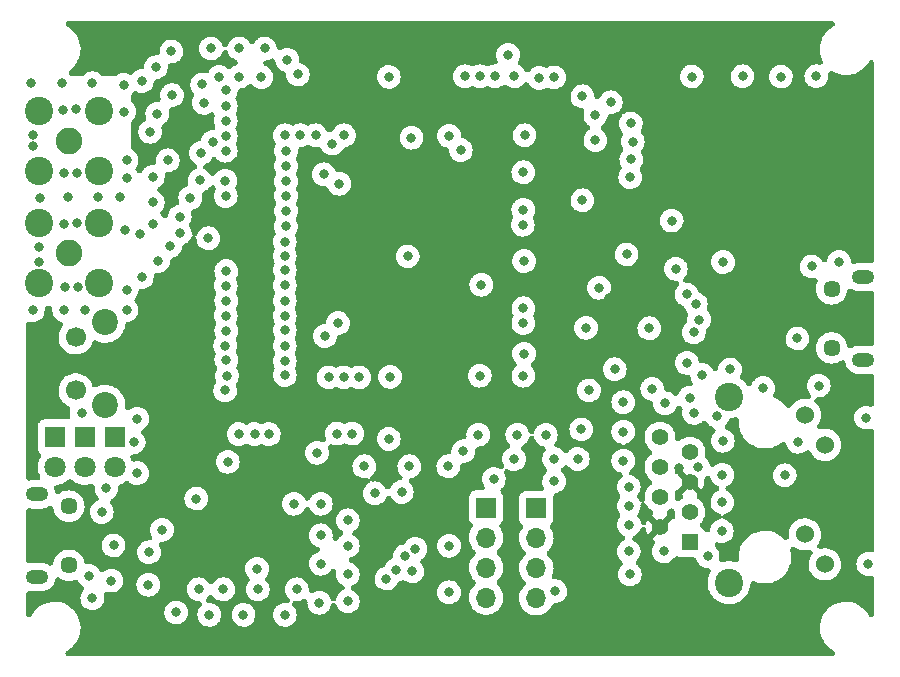
<source format=gbr>
%TF.GenerationSoftware,KiCad,Pcbnew,(6.0.9)*%
%TF.CreationDate,2023-03-02T15:05:35+09:00*%
%TF.ProjectId,mosaicBoard,6d6f7361-6963-4426-9f61-72642e6b6963,rev?*%
%TF.SameCoordinates,PX72eaf20PY14fb180*%
%TF.FileFunction,Copper,L3,Inr*%
%TF.FilePolarity,Positive*%
%FSLAX46Y46*%
G04 Gerber Fmt 4.6, Leading zero omitted, Abs format (unit mm)*
G04 Created by KiCad (PCBNEW (6.0.9)) date 2023-03-02 15:05:35*
%MOMM*%
%LPD*%
G01*
G04 APERTURE LIST*
%TA.AperFunction,ComponentPad*%
%ADD10R,1.400000X1.400000*%
%TD*%
%TA.AperFunction,ComponentPad*%
%ADD11C,1.400000*%
%TD*%
%TA.AperFunction,ComponentPad*%
%ADD12C,1.530000*%
%TD*%
%TA.AperFunction,ComponentPad*%
%ADD13C,2.400000*%
%TD*%
%TA.AperFunction,ComponentPad*%
%ADD14R,1.700000X1.700000*%
%TD*%
%TA.AperFunction,ComponentPad*%
%ADD15O,1.700000X1.700000*%
%TD*%
%TA.AperFunction,ComponentPad*%
%ADD16C,2.200000*%
%TD*%
%TA.AperFunction,ComponentPad*%
%ADD17C,1.700000*%
%TD*%
%TA.AperFunction,ComponentPad*%
%ADD18C,1.450000*%
%TD*%
%TA.AperFunction,ComponentPad*%
%ADD19O,1.900000X1.200000*%
%TD*%
%TA.AperFunction,ComponentPad*%
%ADD20C,2.250000*%
%TD*%
%TA.AperFunction,ComponentPad*%
%ADD21R,1.800000X1.800000*%
%TD*%
%TA.AperFunction,ComponentPad*%
%ADD22C,1.800000*%
%TD*%
%TA.AperFunction,ViaPad*%
%ADD23C,0.800000*%
%TD*%
G04 APERTURE END LIST*
D10*
%TO.N,Net-(IC1-Pad7)*%
%TO.C,J9*%
X56800000Y-44745000D03*
D11*
%TO.N,+3.3V*%
X54260000Y-43475000D03*
%TO.N,Net-(IC1-Pad6)*%
X56800000Y-42205000D03*
%TO.N,Net-(IC1-Pad5)*%
X54260000Y-40935000D03*
%TO.N,+3.3V*%
X56800000Y-39665000D03*
%TO.N,Net-(IC1-Pad4)*%
X54260000Y-38395000D03*
%TO.N,unconnected-(J9-Pad7)*%
X56800000Y-37125000D03*
%TO.N,GND*%
X54260000Y-35855000D03*
D12*
%TO.N,/LED0*%
X68230000Y-46625000D03*
%TO.N,Net-(J9-Pad10)*%
X66530000Y-44085000D03*
%TO.N,/LED1*%
X68230000Y-36515000D03*
%TO.N,Net-(J9-Pad12)*%
X66530000Y-33975000D03*
D13*
%TO.N,GND*%
X60100000Y-48175000D03*
X60100000Y-32425000D03*
%TD*%
D14*
%TO.N,/EVENTA_3V3*%
%TO.C,J5*%
X39545500Y-41817500D03*
D15*
%TO.N,/EVENTB_3V3*%
X39545500Y-44357500D03*
%TO.N,/PPSO_3V3*%
X39545500Y-46897500D03*
%TO.N,GND*%
X39545500Y-49437500D03*
%TD*%
D16*
%TO.N,*%
%TO.C,SW1*%
X7300000Y-33150000D03*
X7300000Y-26150000D03*
D17*
%TO.N,/LOGBUTTON*%
X4800000Y-31900000D03*
%TO.N,GND*%
X4800000Y-27400000D03*
%TD*%
D18*
%TO.N,GND*%
%TO.C,J10*%
X68791500Y-28300000D03*
D19*
X71491500Y-29300000D03*
D18*
X68791500Y-23300000D03*
D19*
X71491500Y-22300000D03*
%TD*%
%TO.N,GND*%
%TO.C,J3*%
X1516000Y-40700000D03*
X1516000Y-47700000D03*
D18*
X4216000Y-46700000D03*
X4216000Y-41700000D03*
%TD*%
D20*
%TO.N,/ANT1*%
%TO.C,J1*%
X4269000Y-10814000D03*
D13*
%TO.N,GND*%
X1729000Y-13354000D03*
X6809000Y-8274000D03*
X1729000Y-8274000D03*
X6809000Y-13354000D03*
%TD*%
D20*
%TO.N,/ANT2*%
%TO.C,J2*%
X4260000Y-20290000D03*
D13*
%TO.N,GND*%
X6800000Y-22830000D03*
X1720000Y-17750000D03*
X6800000Y-17750000D03*
X1720000Y-22830000D03*
%TD*%
D21*
%TO.N,GND*%
%TO.C,D5*%
X8125000Y-35850000D03*
D22*
%TO.N,Net-(D5-Pad2)*%
X8125000Y-38390000D03*
%TD*%
D21*
%TO.N,GND*%
%TO.C,D4*%
X5550000Y-35850000D03*
D22*
%TO.N,Net-(D4-Pad2)*%
X5550000Y-38390000D03*
%TD*%
D14*
%TO.N,GND*%
%TO.C,J4*%
X43793700Y-41881000D03*
D15*
%TO.N,/MosaicRX1*%
X43793700Y-44421000D03*
%TO.N,/MosaicTX1*%
X43793700Y-46961000D03*
%TO.N,+5V*%
X43793700Y-49501000D03*
%TD*%
D21*
%TO.N,GND*%
%TO.C,D3*%
X3075000Y-35850000D03*
D22*
%TO.N,Net-(D3-Pad2)*%
X3075000Y-38390000D03*
%TD*%
D23*
%TO.N,GND*%
X69425000Y-21025000D03*
X59600000Y-21025000D03*
X56950000Y-5325000D03*
X67500000Y-5300000D03*
X61250000Y-5300000D03*
X55250000Y-17525000D03*
X10945000Y-48358000D03*
X7800000Y-48000000D03*
X6200000Y-49500000D03*
X27500000Y-10300000D03*
X33225000Y-10500000D03*
X13600000Y-17200000D03*
X42758660Y-20941340D03*
X42700000Y-24950000D03*
X17500000Y-7800000D03*
X42750000Y-28800000D03*
X26900000Y-35550000D03*
X20525000Y-5375000D03*
X17600000Y-30650000D03*
X17500000Y-10350000D03*
X44050000Y-5450000D03*
X45300000Y-5400000D03*
X12900000Y-3200000D03*
X18600000Y-35600000D03*
X17450000Y-28100000D03*
X28200000Y-35550000D03*
X17500000Y-15450000D03*
X27100000Y-14400000D03*
X17500000Y-11600000D03*
X42695000Y-16608000D03*
X27000000Y-26200000D03*
X42700000Y-26200000D03*
X17500000Y-9050000D03*
X37400000Y-11550000D03*
X42700000Y-30650000D03*
X21150000Y-35600000D03*
X15644000Y-7552000D03*
X17500000Y-25600000D03*
X17550000Y-29300000D03*
X17500000Y-6500000D03*
X17450000Y-14150000D03*
X17550000Y-26850000D03*
X32900000Y-20550000D03*
X25225000Y-37175000D03*
X36400000Y-10350000D03*
X17550000Y-21800000D03*
X17500000Y-23050000D03*
X31400000Y-30750000D03*
X39000000Y-30650000D03*
X31300000Y-5350000D03*
X16406000Y-10854000D03*
X19950000Y-35600000D03*
X17550000Y-24300000D03*
X17450000Y-31900000D03*
X13600000Y-18600000D03*
X22500000Y-20500000D03*
X22500000Y-30600000D03*
X22500000Y-28100000D03*
X22500000Y-29400000D03*
X26500000Y-11000000D03*
X22500000Y-24300000D03*
X14500000Y-15600000D03*
X15300000Y-14100000D03*
X23800000Y-10300000D03*
X22600000Y-12900000D03*
X15400000Y-11800000D03*
X22600000Y-11600000D03*
X22600000Y-15400000D03*
X28800000Y-30800000D03*
X22500000Y-26800000D03*
X27500000Y-30800000D03*
X25800000Y-13600000D03*
X22500000Y-10300000D03*
X22500000Y-23000000D03*
X25900000Y-27300000D03*
X42800000Y-10300000D03*
X25100000Y-10300000D03*
X22600000Y-14200000D03*
X22500000Y-21700000D03*
X26200000Y-30800000D03*
X22600000Y-16700000D03*
X22600000Y-18000000D03*
X22500000Y-19300000D03*
X22500000Y-25600000D03*
X12950000Y-6900000D03*
X22700000Y-3900000D03*
X23600000Y-5150000D03*
X16950000Y-5350000D03*
X20800000Y-2950000D03*
X18650000Y-2950000D03*
X41400000Y-3490000D03*
X18650000Y-5325000D03*
X16250000Y-2950000D03*
X53363000Y-26641000D03*
X38885000Y-35658000D03*
X37615000Y-37055000D03*
X42187000Y-35658000D03*
X44600000Y-35658000D03*
X25550000Y-41500000D03*
X25550000Y-44167000D03*
X25550000Y-46580000D03*
X23518000Y-48739000D03*
X20216000Y-48739000D03*
X17295000Y-48739000D03*
X15200000Y-48739000D03*
X23264000Y-41500000D03*
X15009000Y-41055500D03*
X29233000Y-38325000D03*
X33043000Y-38325000D03*
X36345000Y-38325000D03*
X27836000Y-42897000D03*
X30122000Y-40611000D03*
X32400000Y-40500000D03*
X25423000Y-49882000D03*
X64500000Y-5325000D03*
X27836000Y-45056000D03*
X27836000Y-47469000D03*
X27836000Y-49755000D03*
X36400000Y-48993000D03*
X36400000Y-45056000D03*
X51712000Y-47469000D03*
X33297000Y-47215000D03*
X51966000Y-10829500D03*
X42650000Y-17878000D03*
X42695000Y-13433000D03*
X50442000Y-30100000D03*
X56538000Y-29562000D03*
X51610400Y-45538600D03*
X11788000Y-20934000D03*
X12804000Y-19664000D03*
X15500000Y-6000000D03*
X13300000Y-50700000D03*
X16100000Y-50900000D03*
X19000000Y-50900000D03*
X22500000Y-50900000D03*
X41900000Y-37700000D03*
X40200000Y-39400000D03*
X50100000Y-7500000D03*
X47700000Y-7000000D03*
X48800000Y-8600000D03*
X48800000Y-10700000D03*
X47700000Y-15800000D03*
X49100000Y-23200000D03*
X48000000Y-26600000D03*
X59550000Y-41350000D03*
X51635800Y-43278000D03*
X51150000Y-37850000D03*
X51150000Y-35400000D03*
X51150000Y-32900000D03*
X59550000Y-39050000D03*
X59500000Y-43800000D03*
X58290600Y-45919600D03*
X59586000Y-36166000D03*
X60195600Y-30120800D03*
X45300000Y-37700000D03*
X45300000Y-39600000D03*
X48250000Y-31900000D03*
X47600000Y-35200000D03*
X47300000Y-37700000D03*
X8900000Y-8300000D03*
X11707000Y-8480000D03*
X3600000Y-5900000D03*
X1194000Y-11225000D03*
X4819000Y-8100000D03*
X3769000Y-13500000D03*
X6200000Y-5900000D03*
X4869000Y-13500000D03*
X9100000Y-13900000D03*
X8848000Y-6027000D03*
X3719000Y-8150000D03*
X1790000Y-15600000D03*
X1000000Y-5900000D03*
X1169000Y-10275000D03*
X4119000Y-15546000D03*
X6669000Y-15500000D03*
X8569000Y-15550000D03*
X12596000Y-12417000D03*
X11326000Y-15973000D03*
X11326000Y-13814000D03*
X11580000Y-4543000D03*
X9100000Y-12400000D03*
X11000000Y-45600000D03*
X5900000Y-47600000D03*
X7000000Y-42200000D03*
X7998600Y-45030600D03*
X3819000Y-17800000D03*
X9100000Y-25100000D03*
X5600000Y-25100000D03*
X1719000Y-21050000D03*
X4969000Y-23150000D03*
X4919000Y-17750000D03*
X3819000Y-25100000D03*
X1169000Y-25100000D03*
X1719000Y-19800000D03*
X9100000Y-23400000D03*
X3869000Y-23150000D03*
X10200000Y-18700000D03*
X10400000Y-5700000D03*
X11100000Y-10000000D03*
X10400000Y-22300000D03*
X9000000Y-18300000D03*
X57503200Y-38426600D03*
X57147600Y-33803800D03*
X59128800Y-34083200D03*
X51432600Y-20392600D03*
X51737400Y-13839400D03*
X55600000Y-21600000D03*
X64818400Y-39087000D03*
X65936000Y-36242200D03*
X51610400Y-41677800D03*
X51610400Y-40077600D03*
X54582200Y-45538600D03*
X7400000Y-40200000D03*
X45400000Y-48900000D03*
X67100000Y-21400000D03*
X63000000Y-31700000D03*
X67700000Y-31500000D03*
X71700000Y-34200000D03*
X71900000Y-46600000D03*
X11350000Y-17800000D03*
X10000000Y-38900000D03*
X10000000Y-34300000D03*
X51800000Y-9300000D03*
X51839000Y-12349990D03*
X31300000Y-36008979D03*
X9700000Y-36300000D03*
X5300000Y-33800000D03*
%TO.N,+3.3V*%
X19327000Y-44675000D03*
X13231000Y-44675000D03*
X49934000Y-24101000D03*
X51125000Y-15415500D03*
X51125000Y-17115500D03*
X14310500Y-36000000D03*
X32281000Y-42897000D03*
X58125000Y-13725000D03*
X52447000Y-4098500D03*
X63446800Y-30273200D03*
X60195600Y-22424600D03*
X35837000Y-35404000D03*
X54549990Y-10800000D03*
X55852188Y-38452000D03*
X51762800Y-49120000D03*
X20736000Y-38464000D03*
%TO.N,+1V8*%
X41933000Y-5305000D03*
X33555660Y-45314660D03*
%TO.N,+5V*%
X12100000Y-43700000D03*
X65900000Y-27500000D03*
X16025000Y-19021000D03*
X20150000Y-47000000D03*
%TO.N,/PPSO_1V8*%
X31102472Y-47832000D03*
X37742000Y-5305000D03*
%TO.N,/EVENTB_1V8*%
X31934098Y-47107000D03*
X39012000Y-5305000D03*
%TO.N,/EVENTA_1V8*%
X40282000Y-5305000D03*
X32662000Y-45945000D03*
%TO.N,/LOGBUTTON*%
X17676000Y-37944000D03*
X39139000Y-22958000D03*
%TO.N,Net-(IC1-Pad4)*%
X57126396Y-26976324D03*
%TO.N,Net-(IC1-Pad5)*%
X57575000Y-25904400D03*
%TO.N,Net-(IC1-Pad6)*%
X57300000Y-24575000D03*
%TO.N,Net-(IC1-Pad7)*%
X56512600Y-23770800D03*
%TO.N,Net-(IC1-Pad28)*%
X57858800Y-30603400D03*
X53617000Y-31771800D03*
%TO.N,/nRST_LAN*%
X54699978Y-32991000D03*
X56766600Y-32533800D03*
%TD*%
%TA.AperFunction,Conductor*%
%TO.N,+3.3V*%
G36*
X68918992Y-619454D02*
G01*
X68999774Y-673430D01*
X69053750Y-754212D01*
X69072704Y-849500D01*
X69053750Y-944788D01*
X68999774Y-1025570D01*
X68935201Y-1072141D01*
X68883980Y-1097791D01*
X68877145Y-1102436D01*
X68877140Y-1102439D01*
X68732254Y-1200904D01*
X68642205Y-1262101D01*
X68636056Y-1267599D01*
X68636052Y-1267602D01*
X68430444Y-1451437D01*
X68424284Y-1456945D01*
X68418910Y-1463215D01*
X68418905Y-1463220D01*
X68290662Y-1612844D01*
X68234047Y-1678898D01*
X68229551Y-1685822D01*
X68229549Y-1685824D01*
X68089394Y-1901645D01*
X68074836Y-1924062D01*
X67949448Y-2188129D01*
X67860086Y-2466459D01*
X67824794Y-2662601D01*
X67810316Y-2743068D01*
X67808319Y-2754164D01*
X67800697Y-2922016D01*
X67796942Y-3004728D01*
X67795059Y-3046187D01*
X67820536Y-3337399D01*
X67884305Y-3622683D01*
X67985244Y-3897027D01*
X68012040Y-3947850D01*
X68023571Y-3969721D01*
X68051245Y-4062852D01*
X68041173Y-4159483D01*
X67994888Y-4244905D01*
X67919438Y-4306112D01*
X67826307Y-4333786D01*
X67729681Y-4323715D01*
X67702152Y-4315193D01*
X67544254Y-4298597D01*
X67519131Y-4295956D01*
X67519130Y-4295956D01*
X67507019Y-4294683D01*
X67311618Y-4312466D01*
X67299942Y-4315902D01*
X67299939Y-4315903D01*
X67135076Y-4364425D01*
X67135072Y-4364427D01*
X67123393Y-4367864D01*
X67099934Y-4380128D01*
X66973105Y-4446433D01*
X66949512Y-4458767D01*
X66940025Y-4466395D01*
X66940023Y-4466396D01*
X66806088Y-4574082D01*
X66806085Y-4574085D01*
X66796600Y-4581711D01*
X66788778Y-4591034D01*
X66788775Y-4591036D01*
X66742657Y-4645998D01*
X66670480Y-4732016D01*
X66663828Y-4744116D01*
X66588017Y-4882016D01*
X66575956Y-4903954D01*
X66559400Y-4956145D01*
X66520312Y-5079363D01*
X66520311Y-5079368D01*
X66516628Y-5090978D01*
X66494757Y-5285963D01*
X66495776Y-5298098D01*
X66495776Y-5298100D01*
X66507918Y-5442690D01*
X66511175Y-5481483D01*
X66514530Y-5493184D01*
X66514531Y-5493188D01*
X66554992Y-5634288D01*
X66565258Y-5670091D01*
X66570824Y-5680921D01*
X66570825Y-5680924D01*
X66647099Y-5829336D01*
X66654944Y-5844601D01*
X66776818Y-5998369D01*
X66786085Y-6006256D01*
X66786089Y-6006260D01*
X66899806Y-6103040D01*
X66926238Y-6125535D01*
X67097513Y-6221257D01*
X67284118Y-6281889D01*
X67478946Y-6305121D01*
X67491085Y-6304187D01*
X67491087Y-6304187D01*
X67560613Y-6298837D01*
X67674576Y-6290068D01*
X67822247Y-6248837D01*
X67851824Y-6240579D01*
X67851827Y-6240578D01*
X67863556Y-6237303D01*
X68038689Y-6148837D01*
X68048290Y-6141336D01*
X68183705Y-6035539D01*
X68183707Y-6035538D01*
X68193303Y-6028040D01*
X68321509Y-5879511D01*
X68334718Y-5856260D01*
X68412408Y-5719501D01*
X68412408Y-5719500D01*
X68418425Y-5708909D01*
X68467744Y-5560650D01*
X68476514Y-5534288D01*
X68476514Y-5534286D01*
X68480358Y-5522732D01*
X68504949Y-5328071D01*
X68505219Y-5308711D01*
X68505244Y-5306956D01*
X68505244Y-5306954D01*
X68505341Y-5300000D01*
X68487952Y-5122658D01*
X68497517Y-5025975D01*
X68543353Y-4940312D01*
X68618481Y-4878710D01*
X68711465Y-4850547D01*
X68808148Y-4860112D01*
X68866974Y-4886735D01*
X68964616Y-4947275D01*
X69231250Y-5067105D01*
X69511391Y-5150619D01*
X69519561Y-5151913D01*
X69527232Y-5153128D01*
X69800117Y-5196348D01*
X69807064Y-5196663D01*
X69807069Y-5196664D01*
X69888740Y-5200373D01*
X69888761Y-5200373D01*
X69891547Y-5200500D01*
X70074151Y-5200500D01*
X70078241Y-5200228D01*
X70078252Y-5200228D01*
X70216567Y-5191041D01*
X70291682Y-5186052D01*
X70578239Y-5128272D01*
X70586044Y-5125585D01*
X70586046Y-5125584D01*
X70749023Y-5069466D01*
X70854637Y-5033100D01*
X70868866Y-5025975D01*
X71012688Y-4953954D01*
X71116020Y-4902209D01*
X71122855Y-4897564D01*
X71122860Y-4897561D01*
X71312542Y-4768653D01*
X71357795Y-4737899D01*
X71371624Y-4725535D01*
X71569556Y-4548563D01*
X71569559Y-4548560D01*
X71575716Y-4543055D01*
X71581090Y-4536785D01*
X71581095Y-4536780D01*
X71721288Y-4373213D01*
X71765953Y-4321102D01*
X71772680Y-4310744D01*
X71920662Y-4082871D01*
X71920664Y-4082867D01*
X71925164Y-4075938D01*
X71928708Y-4068474D01*
X71932739Y-4061262D01*
X71934940Y-4062492D01*
X71983558Y-3997143D01*
X72066965Y-3947320D01*
X72163090Y-3933208D01*
X72257297Y-3956956D01*
X72335247Y-4014948D01*
X72385070Y-4098355D01*
X72399500Y-4181890D01*
X72399500Y-20879607D01*
X72380546Y-20974895D01*
X72326570Y-21055677D01*
X72245788Y-21109653D01*
X72150500Y-21128607D01*
X72100799Y-21123383D01*
X72092167Y-21120703D01*
X72080832Y-21119361D01*
X72080830Y-21119361D01*
X71920307Y-21100362D01*
X71913024Y-21099500D01*
X71085530Y-21099500D01*
X70921789Y-21114546D01*
X70888505Y-21123933D01*
X70738475Y-21166245D01*
X70641619Y-21173867D01*
X70549219Y-21143844D01*
X70475342Y-21080747D01*
X70431235Y-20994181D01*
X70423076Y-20950893D01*
X70412384Y-20841858D01*
X70412382Y-20841848D01*
X70411194Y-20829728D01*
X70406422Y-20813920D01*
X70358003Y-20653549D01*
X70358002Y-20653547D01*
X70354484Y-20641894D01*
X70347604Y-20628954D01*
X70268087Y-20479404D01*
X70268084Y-20479400D01*
X70262370Y-20468653D01*
X70138361Y-20316602D01*
X69987180Y-20191535D01*
X69841751Y-20112901D01*
X69825299Y-20104006D01*
X69814585Y-20098213D01*
X69786196Y-20089425D01*
X69638791Y-20043796D01*
X69638792Y-20043796D01*
X69627152Y-20040193D01*
X69445967Y-20021149D01*
X69444131Y-20020956D01*
X69444130Y-20020956D01*
X69432019Y-20019683D01*
X69236618Y-20037466D01*
X69224942Y-20040902D01*
X69224939Y-20040903D01*
X69060076Y-20089425D01*
X69060072Y-20089427D01*
X69048393Y-20092864D01*
X69022989Y-20106145D01*
X68909341Y-20165559D01*
X68874512Y-20183767D01*
X68865025Y-20191395D01*
X68865023Y-20191396D01*
X68731088Y-20299082D01*
X68731085Y-20299085D01*
X68721600Y-20306711D01*
X68713778Y-20316034D01*
X68713775Y-20316036D01*
X68663832Y-20375557D01*
X68595480Y-20457016D01*
X68588556Y-20469611D01*
X68508445Y-20615332D01*
X68500956Y-20628954D01*
X68484293Y-20681483D01*
X68445312Y-20804363D01*
X68445311Y-20804368D01*
X68441628Y-20815978D01*
X68440270Y-20828085D01*
X68437739Y-20839993D01*
X68435504Y-20839518D01*
X68411433Y-20915184D01*
X68348792Y-20989449D01*
X68262500Y-21034088D01*
X68165693Y-21042308D01*
X68073110Y-21012855D01*
X67998845Y-20950214D01*
X67973583Y-20911758D01*
X67943089Y-20854408D01*
X67943087Y-20854405D01*
X67937370Y-20843653D01*
X67813361Y-20691602D01*
X67662180Y-20566535D01*
X67489585Y-20473213D01*
X67461196Y-20464425D01*
X67407120Y-20447686D01*
X67302152Y-20415193D01*
X67144254Y-20398597D01*
X67119131Y-20395956D01*
X67119130Y-20395956D01*
X67107019Y-20394683D01*
X66911618Y-20412466D01*
X66899942Y-20415902D01*
X66899939Y-20415903D01*
X66735076Y-20464425D01*
X66735072Y-20464427D01*
X66723393Y-20467864D01*
X66701319Y-20479404D01*
X66566282Y-20550000D01*
X66549512Y-20558767D01*
X66540025Y-20566395D01*
X66540023Y-20566396D01*
X66406088Y-20674082D01*
X66406085Y-20674085D01*
X66396600Y-20681711D01*
X66388778Y-20691034D01*
X66388775Y-20691036D01*
X66350134Y-20737087D01*
X66270480Y-20832016D01*
X66258170Y-20854408D01*
X66188394Y-20981330D01*
X66175956Y-21003954D01*
X66163668Y-21042690D01*
X66120312Y-21179363D01*
X66120311Y-21179368D01*
X66116628Y-21190978D01*
X66094757Y-21385963D01*
X66095776Y-21398098D01*
X66095776Y-21398100D01*
X66107132Y-21533331D01*
X66111175Y-21581483D01*
X66114530Y-21593184D01*
X66114531Y-21593188D01*
X66160369Y-21753040D01*
X66165258Y-21770091D01*
X66170824Y-21780921D01*
X66170825Y-21780924D01*
X66242026Y-21919465D01*
X66254944Y-21944601D01*
X66376818Y-22098369D01*
X66386085Y-22106256D01*
X66386089Y-22106260D01*
X66495574Y-22199438D01*
X66526238Y-22225535D01*
X66697513Y-22321257D01*
X66884118Y-22381889D01*
X67078946Y-22405121D01*
X67091085Y-22404187D01*
X67091087Y-22404187D01*
X67145874Y-22399971D01*
X67274576Y-22390068D01*
X67303515Y-22381988D01*
X67400389Y-22374619D01*
X67492710Y-22404884D01*
X67566421Y-22468175D01*
X67610302Y-22554856D01*
X67617671Y-22651731D01*
X67596145Y-22727048D01*
X67579507Y-22762728D01*
X67541180Y-22844921D01*
X67514642Y-22943963D01*
X67484986Y-23054639D01*
X67481151Y-23068950D01*
X67480204Y-23079772D01*
X67480204Y-23079773D01*
X67476042Y-23127350D01*
X67460937Y-23300000D01*
X67461884Y-23310824D01*
X67475269Y-23463812D01*
X67481151Y-23531050D01*
X67483964Y-23541547D01*
X67483964Y-23541549D01*
X67490203Y-23564834D01*
X67541180Y-23755079D01*
X67565315Y-23806837D01*
X67630188Y-23945956D01*
X67639199Y-23965281D01*
X67645431Y-23974181D01*
X67755805Y-24131811D01*
X67772230Y-24155269D01*
X67936231Y-24319270D01*
X67945129Y-24325500D01*
X67945132Y-24325503D01*
X68041085Y-24392690D01*
X68126218Y-24452301D01*
X68336421Y-24550320D01*
X68441772Y-24578549D01*
X68549951Y-24607536D01*
X68549953Y-24607536D01*
X68560450Y-24610349D01*
X68571272Y-24611296D01*
X68571273Y-24611296D01*
X68780676Y-24629616D01*
X68791500Y-24630563D01*
X68802324Y-24629616D01*
X69011727Y-24611296D01*
X69011728Y-24611296D01*
X69022550Y-24610349D01*
X69033047Y-24607536D01*
X69033049Y-24607536D01*
X69141228Y-24578549D01*
X69246579Y-24550320D01*
X69456782Y-24452301D01*
X69541915Y-24392690D01*
X69637868Y-24325503D01*
X69637871Y-24325500D01*
X69646769Y-24319270D01*
X69810770Y-24155269D01*
X69827196Y-24131811D01*
X69937569Y-23974181D01*
X69943801Y-23965281D01*
X69952813Y-23945956D01*
X70017685Y-23806837D01*
X70041820Y-23755079D01*
X70092797Y-23564834D01*
X70099036Y-23541549D01*
X70099036Y-23541547D01*
X70101849Y-23531050D01*
X70102796Y-23520227D01*
X70102798Y-23520216D01*
X70104632Y-23499252D01*
X70131818Y-23405978D01*
X70192630Y-23330209D01*
X70277809Y-23283478D01*
X70374386Y-23272902D01*
X70467660Y-23300088D01*
X70479899Y-23307226D01*
X70484860Y-23311137D01*
X70680120Y-23413869D01*
X70691019Y-23417253D01*
X70691021Y-23417254D01*
X70717787Y-23425565D01*
X70890833Y-23479297D01*
X71069976Y-23500500D01*
X71897470Y-23500500D01*
X72061211Y-23485454D01*
X72072194Y-23482356D01*
X72072202Y-23482355D01*
X72082915Y-23479334D01*
X72179770Y-23471712D01*
X72272170Y-23501736D01*
X72346046Y-23564834D01*
X72390152Y-23651401D01*
X72399500Y-23718986D01*
X72399500Y-27879607D01*
X72380546Y-27974895D01*
X72326570Y-28055677D01*
X72245788Y-28109653D01*
X72150500Y-28128607D01*
X72100799Y-28123383D01*
X72092167Y-28120703D01*
X72080832Y-28119361D01*
X72080830Y-28119361D01*
X71920307Y-28100362D01*
X71913024Y-28099500D01*
X71085530Y-28099500D01*
X70921789Y-28114546D01*
X70709436Y-28174435D01*
X70511553Y-28272020D01*
X70502403Y-28278853D01*
X70501740Y-28279348D01*
X70501086Y-28279660D01*
X70492672Y-28284816D01*
X70492130Y-28283932D01*
X70414050Y-28321176D01*
X70317028Y-28326263D01*
X70225445Y-28293834D01*
X70153244Y-28228826D01*
X70111416Y-28141136D01*
X70104700Y-28101538D01*
X70103781Y-28091036D01*
X70101849Y-28068950D01*
X70098293Y-28055677D01*
X70074368Y-27966392D01*
X70041820Y-27844921D01*
X69978686Y-27709529D01*
X69948393Y-27644566D01*
X69948392Y-27644564D01*
X69943801Y-27634719D01*
X69899948Y-27572090D01*
X69817003Y-27453632D01*
X69817000Y-27453629D01*
X69810770Y-27444731D01*
X69646769Y-27280730D01*
X69637871Y-27274500D01*
X69637868Y-27274497D01*
X69465681Y-27153930D01*
X69465680Y-27153929D01*
X69456782Y-27147699D01*
X69246579Y-27049680D01*
X69077575Y-27004395D01*
X69033049Y-26992464D01*
X69033047Y-26992464D01*
X69022550Y-26989651D01*
X69011728Y-26988704D01*
X69011727Y-26988704D01*
X68848502Y-26974424D01*
X68791500Y-26969437D01*
X68734498Y-26974424D01*
X68571273Y-26988704D01*
X68571272Y-26988704D01*
X68560450Y-26989651D01*
X68549953Y-26992464D01*
X68549951Y-26992464D01*
X68505425Y-27004395D01*
X68336421Y-27049680D01*
X68312896Y-27060650D01*
X68136066Y-27143107D01*
X68136064Y-27143108D01*
X68126219Y-27147699D01*
X68085435Y-27176256D01*
X67945132Y-27274497D01*
X67945129Y-27274500D01*
X67936231Y-27280730D01*
X67772230Y-27444731D01*
X67766000Y-27453629D01*
X67765997Y-27453632D01*
X67683052Y-27572090D01*
X67639199Y-27634719D01*
X67634608Y-27644564D01*
X67634607Y-27644566D01*
X67604314Y-27709529D01*
X67541180Y-27844921D01*
X67508632Y-27966392D01*
X67484708Y-28055677D01*
X67481151Y-28068950D01*
X67480204Y-28079772D01*
X67480204Y-28079773D01*
X67475979Y-28128071D01*
X67460937Y-28300000D01*
X67461884Y-28310824D01*
X67479976Y-28517615D01*
X67481151Y-28531050D01*
X67483964Y-28541547D01*
X67483964Y-28541549D01*
X67495801Y-28585725D01*
X67541180Y-28755079D01*
X67558899Y-28793078D01*
X67622071Y-28928549D01*
X67639199Y-28965281D01*
X67667468Y-29005653D01*
X67761256Y-29139596D01*
X67772230Y-29155269D01*
X67936231Y-29319270D01*
X67945129Y-29325500D01*
X67945132Y-29325503D01*
X68081703Y-29421131D01*
X68126218Y-29452301D01*
X68336421Y-29550320D01*
X68452722Y-29581483D01*
X68549951Y-29607536D01*
X68549953Y-29607536D01*
X68560450Y-29610349D01*
X68571272Y-29611296D01*
X68571273Y-29611296D01*
X68780676Y-29629616D01*
X68791500Y-29630563D01*
X68802324Y-29629616D01*
X69011727Y-29611296D01*
X69011728Y-29611296D01*
X69022550Y-29610349D01*
X69033047Y-29607536D01*
X69033049Y-29607536D01*
X69130278Y-29581483D01*
X69246579Y-29550320D01*
X69456782Y-29452301D01*
X69574860Y-29369622D01*
X69663786Y-29330493D01*
X69760918Y-29328373D01*
X69851468Y-29363585D01*
X69921649Y-29430768D01*
X69960778Y-29519695D01*
X69963084Y-29531422D01*
X69975002Y-29600781D01*
X69975004Y-29600790D01*
X69976938Y-29612043D01*
X69989387Y-29645787D01*
X70047433Y-29803128D01*
X70053304Y-29819043D01*
X70166114Y-30008659D01*
X70188196Y-30033839D01*
X70304064Y-30165962D01*
X70304068Y-30165966D01*
X70311590Y-30174543D01*
X70320552Y-30181608D01*
X70320553Y-30181609D01*
X70335364Y-30193285D01*
X70484860Y-30311137D01*
X70680120Y-30413869D01*
X70691019Y-30417253D01*
X70691021Y-30417254D01*
X70717787Y-30425565D01*
X70890833Y-30479297D01*
X71069976Y-30500500D01*
X71897470Y-30500500D01*
X72061211Y-30485454D01*
X72072194Y-30482356D01*
X72072202Y-30482355D01*
X72082915Y-30479334D01*
X72179770Y-30471712D01*
X72272170Y-30501736D01*
X72346046Y-30564834D01*
X72390152Y-30651401D01*
X72399500Y-30718986D01*
X72399500Y-33031413D01*
X72380546Y-33126701D01*
X72326570Y-33207483D01*
X72245788Y-33261459D01*
X72150500Y-33280413D01*
X72076871Y-33269277D01*
X71902152Y-33215193D01*
X71744254Y-33198597D01*
X71719131Y-33195956D01*
X71719130Y-33195956D01*
X71707019Y-33194683D01*
X71511618Y-33212466D01*
X71499942Y-33215902D01*
X71499939Y-33215903D01*
X71335076Y-33264425D01*
X71335072Y-33264427D01*
X71323393Y-33267864D01*
X71312602Y-33273505D01*
X71312603Y-33273505D01*
X71167464Y-33349382D01*
X71149512Y-33358767D01*
X71140025Y-33366395D01*
X71140023Y-33366396D01*
X71006088Y-33474082D01*
X71006085Y-33474085D01*
X70996600Y-33481711D01*
X70988778Y-33491034D01*
X70988775Y-33491036D01*
X70961054Y-33524073D01*
X70870480Y-33632016D01*
X70864612Y-33642690D01*
X70783758Y-33789763D01*
X70775956Y-33803954D01*
X70767119Y-33831811D01*
X70720312Y-33979363D01*
X70720311Y-33979368D01*
X70716628Y-33990978D01*
X70694757Y-34185963D01*
X70695776Y-34198098D01*
X70695776Y-34198100D01*
X70709434Y-34360744D01*
X70711175Y-34381483D01*
X70714530Y-34393184D01*
X70714531Y-34393188D01*
X70760394Y-34553128D01*
X70765258Y-34570091D01*
X70770824Y-34580921D01*
X70770825Y-34580924D01*
X70849380Y-34733775D01*
X70854944Y-34744601D01*
X70976818Y-34898369D01*
X70986085Y-34906256D01*
X70986089Y-34906260D01*
X71100537Y-35003662D01*
X71126238Y-35025535D01*
X71297513Y-35121257D01*
X71484118Y-35181889D01*
X71678946Y-35205121D01*
X71691085Y-35204187D01*
X71691087Y-35204187D01*
X71748111Y-35199799D01*
X71874576Y-35190068D01*
X72063556Y-35137303D01*
X72065427Y-35136358D01*
X72156155Y-35120444D01*
X72250988Y-35141557D01*
X72330523Y-35197354D01*
X72382651Y-35279341D01*
X72399500Y-35369380D01*
X72399500Y-45372139D01*
X72380546Y-45467427D01*
X72326570Y-45548209D01*
X72245788Y-45602185D01*
X72150500Y-45621139D01*
X72107125Y-45616732D01*
X72102152Y-45615193D01*
X72090050Y-45613921D01*
X72090045Y-45613920D01*
X71919131Y-45595956D01*
X71919130Y-45595956D01*
X71907019Y-45594683D01*
X71711618Y-45612466D01*
X71699942Y-45615902D01*
X71699939Y-45615903D01*
X71535076Y-45664425D01*
X71535072Y-45664427D01*
X71523393Y-45667864D01*
X71477191Y-45692018D01*
X71368914Y-45748624D01*
X71349512Y-45758767D01*
X71340025Y-45766395D01*
X71340023Y-45766396D01*
X71206088Y-45874082D01*
X71206085Y-45874085D01*
X71196600Y-45881711D01*
X71188778Y-45891034D01*
X71188775Y-45891036D01*
X71132502Y-45958101D01*
X71070480Y-46032016D01*
X71048292Y-46072375D01*
X70982781Y-46191540D01*
X70975956Y-46203954D01*
X70957026Y-46263629D01*
X70920312Y-46379363D01*
X70920311Y-46379368D01*
X70916628Y-46390978D01*
X70894757Y-46585963D01*
X70895776Y-46598098D01*
X70895776Y-46598100D01*
X70910080Y-46768437D01*
X70911175Y-46781483D01*
X70914530Y-46793184D01*
X70914531Y-46793188D01*
X70960757Y-46954394D01*
X70965258Y-46970091D01*
X70970824Y-46980921D01*
X70970825Y-46980924D01*
X71047130Y-47129397D01*
X71054944Y-47144601D01*
X71176818Y-47298369D01*
X71186085Y-47306256D01*
X71186089Y-47306260D01*
X71293466Y-47397644D01*
X71326238Y-47425535D01*
X71497513Y-47521257D01*
X71684118Y-47581889D01*
X71878946Y-47605121D01*
X71891085Y-47604187D01*
X71891087Y-47604187D01*
X71945874Y-47599971D01*
X72074576Y-47590068D01*
X72086309Y-47586792D01*
X72098299Y-47584678D01*
X72098606Y-47586419D01*
X72180420Y-47580197D01*
X72272740Y-47610464D01*
X72346451Y-47673756D01*
X72390329Y-47760438D01*
X72399500Y-47827393D01*
X72399500Y-50826542D01*
X72380546Y-50921830D01*
X72326570Y-51002612D01*
X72245788Y-51056588D01*
X72150500Y-51075542D01*
X72055212Y-51056588D01*
X71974430Y-51002612D01*
X71930239Y-50942672D01*
X71925819Y-50934288D01*
X71878420Y-50844388D01*
X71871877Y-50835180D01*
X71713870Y-50612844D01*
X71713868Y-50612842D01*
X71709082Y-50606107D01*
X71699971Y-50596336D01*
X71515355Y-50398360D01*
X71509717Y-50392314D01*
X71393813Y-50297109D01*
X71290216Y-50212013D01*
X71290213Y-50212011D01*
X71283829Y-50206767D01*
X71035384Y-50052725D01*
X70768750Y-49932895D01*
X70488609Y-49849381D01*
X70199883Y-49803652D01*
X70192936Y-49803337D01*
X70192931Y-49803336D01*
X70111260Y-49799627D01*
X70111239Y-49799627D01*
X70108453Y-49799500D01*
X69925849Y-49799500D01*
X69921759Y-49799772D01*
X69921748Y-49799772D01*
X69791464Y-49808426D01*
X69708318Y-49813948D01*
X69421761Y-49871728D01*
X69413956Y-49874415D01*
X69413954Y-49874416D01*
X69329625Y-49903453D01*
X69145363Y-49966900D01*
X69137968Y-49970603D01*
X69137966Y-49970604D01*
X69096034Y-49991602D01*
X68883980Y-50097791D01*
X68877145Y-50102436D01*
X68877140Y-50102439D01*
X68766016Y-50177959D01*
X68642205Y-50262101D01*
X68636056Y-50267599D01*
X68636052Y-50267602D01*
X68438404Y-50444320D01*
X68424284Y-50456945D01*
X68418910Y-50463215D01*
X68418905Y-50463220D01*
X68290800Y-50612683D01*
X68234047Y-50678898D01*
X68229551Y-50685822D01*
X68229549Y-50685824D01*
X68085945Y-50906956D01*
X68074836Y-50924062D01*
X68018339Y-51043044D01*
X67975014Y-51134288D01*
X67949448Y-51188129D01*
X67919655Y-51280924D01*
X67864041Y-51454142D01*
X67860086Y-51466459D01*
X67808319Y-51754164D01*
X67795059Y-52046187D01*
X67820536Y-52337399D01*
X67884305Y-52622683D01*
X67985244Y-52897027D01*
X68121580Y-53155612D01*
X68126359Y-53162336D01*
X68126361Y-53162340D01*
X68140255Y-53181890D01*
X68290918Y-53393893D01*
X68490283Y-53607686D01*
X68716171Y-53793233D01*
X68871377Y-53889464D01*
X68951071Y-53938877D01*
X69022068Y-54005198D01*
X69062280Y-54093641D01*
X69065586Y-54190739D01*
X69031482Y-54281712D01*
X68965161Y-54352709D01*
X68876718Y-54392921D01*
X68819859Y-54399500D01*
X4176296Y-54399500D01*
X4081008Y-54380546D01*
X4000226Y-54326570D01*
X3946250Y-54245788D01*
X3927296Y-54150500D01*
X3946250Y-54055212D01*
X4000226Y-53974430D01*
X4064799Y-53927859D01*
X4116020Y-53902209D01*
X4122855Y-53897564D01*
X4122860Y-53897561D01*
X4350970Y-53742537D01*
X4357795Y-53737899D01*
X4497558Y-53612937D01*
X4569556Y-53548563D01*
X4569559Y-53548560D01*
X4575716Y-53543055D01*
X4581090Y-53536785D01*
X4581095Y-53536780D01*
X4760577Y-53327374D01*
X4765953Y-53321102D01*
X4869054Y-53162340D01*
X4920662Y-53082871D01*
X4920664Y-53082867D01*
X4925164Y-53075938D01*
X5050552Y-52811871D01*
X5139914Y-52533541D01*
X5191681Y-52245836D01*
X5204941Y-51953813D01*
X5179464Y-51662601D01*
X5115695Y-51377317D01*
X5014756Y-51102973D01*
X4878420Y-50844388D01*
X4871877Y-50835180D01*
X4765833Y-50685963D01*
X12294757Y-50685963D01*
X12295776Y-50698098D01*
X12295776Y-50698100D01*
X12309698Y-50863889D01*
X12311175Y-50881483D01*
X12314530Y-50893184D01*
X12314531Y-50893188D01*
X12345979Y-51002857D01*
X12365258Y-51070091D01*
X12370824Y-51080921D01*
X12370825Y-51080924D01*
X12449380Y-51233775D01*
X12454944Y-51244601D01*
X12576818Y-51398369D01*
X12586085Y-51406256D01*
X12586089Y-51406260D01*
X12682992Y-51488730D01*
X12726238Y-51525535D01*
X12897513Y-51621257D01*
X13084118Y-51681889D01*
X13278946Y-51705121D01*
X13291085Y-51704187D01*
X13291087Y-51704187D01*
X13345874Y-51699971D01*
X13474576Y-51690068D01*
X13594488Y-51656587D01*
X13651824Y-51640579D01*
X13651827Y-51640578D01*
X13663556Y-51637303D01*
X13838689Y-51548837D01*
X13860913Y-51531474D01*
X13983705Y-51435539D01*
X13983707Y-51435538D01*
X13993303Y-51428040D01*
X14121509Y-51279511D01*
X14210573Y-51122732D01*
X14212408Y-51119501D01*
X14212408Y-51119500D01*
X14218425Y-51108909D01*
X14273725Y-50942672D01*
X14276514Y-50934288D01*
X14276514Y-50934286D01*
X14280358Y-50922732D01*
X14304949Y-50728071D01*
X14305341Y-50700000D01*
X14286194Y-50504728D01*
X14279914Y-50483925D01*
X14233003Y-50328549D01*
X14233002Y-50328547D01*
X14229484Y-50316894D01*
X14222604Y-50303954D01*
X14143087Y-50154404D01*
X14143084Y-50154400D01*
X14137370Y-50143653D01*
X14013361Y-49991602D01*
X13862180Y-49866535D01*
X13689585Y-49773213D01*
X13661196Y-49764425D01*
X13598692Y-49745077D01*
X13502152Y-49715193D01*
X13335628Y-49697690D01*
X13319131Y-49695956D01*
X13319130Y-49695956D01*
X13307019Y-49694683D01*
X13111618Y-49712466D01*
X13099942Y-49715902D01*
X13099939Y-49715903D01*
X12935076Y-49764425D01*
X12935072Y-49764427D01*
X12923393Y-49767864D01*
X12894305Y-49783071D01*
X12762946Y-49851744D01*
X12749512Y-49858767D01*
X12740025Y-49866395D01*
X12740023Y-49866396D01*
X12606088Y-49974082D01*
X12606085Y-49974085D01*
X12596600Y-49981711D01*
X12588778Y-49991034D01*
X12588775Y-49991036D01*
X12533357Y-50057082D01*
X12470480Y-50132016D01*
X12452947Y-50163909D01*
X12383128Y-50290909D01*
X12375956Y-50303954D01*
X12369110Y-50325535D01*
X12320312Y-50479363D01*
X12320311Y-50479368D01*
X12316628Y-50490978D01*
X12294757Y-50685963D01*
X4765833Y-50685963D01*
X4713870Y-50612844D01*
X4713868Y-50612842D01*
X4709082Y-50606107D01*
X4699971Y-50596336D01*
X4515355Y-50398360D01*
X4509717Y-50392314D01*
X4393813Y-50297109D01*
X4290216Y-50212013D01*
X4290213Y-50212011D01*
X4283829Y-50206767D01*
X4035384Y-50052725D01*
X3768750Y-49932895D01*
X3488609Y-49849381D01*
X3199883Y-49803652D01*
X3192936Y-49803337D01*
X3192931Y-49803336D01*
X3111260Y-49799627D01*
X3111239Y-49799627D01*
X3108453Y-49799500D01*
X2925849Y-49799500D01*
X2921759Y-49799772D01*
X2921748Y-49799772D01*
X2791464Y-49808426D01*
X2708318Y-49813948D01*
X2421761Y-49871728D01*
X2413956Y-49874415D01*
X2413954Y-49874416D01*
X2329625Y-49903453D01*
X2145363Y-49966900D01*
X2137968Y-49970603D01*
X2137966Y-49970604D01*
X2096034Y-49991602D01*
X1883980Y-50097791D01*
X1877145Y-50102436D01*
X1877140Y-50102439D01*
X1766016Y-50177959D01*
X1642205Y-50262101D01*
X1636056Y-50267599D01*
X1636052Y-50267602D01*
X1438404Y-50444320D01*
X1424284Y-50456945D01*
X1418910Y-50463215D01*
X1418905Y-50463220D01*
X1290800Y-50612683D01*
X1234047Y-50678898D01*
X1229551Y-50685822D01*
X1229549Y-50685824D01*
X1085945Y-50906956D01*
X1074836Y-50924062D01*
X1071293Y-50931524D01*
X1067261Y-50938738D01*
X1065060Y-50937508D01*
X1016442Y-51002857D01*
X933035Y-51052680D01*
X836910Y-51066792D01*
X742703Y-51043044D01*
X664753Y-50985052D01*
X614930Y-50901645D01*
X600500Y-50818110D01*
X600500Y-49118799D01*
X619454Y-49023511D01*
X673430Y-48942729D01*
X754212Y-48888753D01*
X849500Y-48869799D01*
X901268Y-48875240D01*
X904435Y-48875913D01*
X915333Y-48879297D01*
X1094476Y-48900500D01*
X1921970Y-48900500D01*
X2085711Y-48885454D01*
X2298064Y-48825565D01*
X2495947Y-48727980D01*
X2508533Y-48718582D01*
X2643842Y-48617541D01*
X2672733Y-48595967D01*
X2822501Y-48433949D01*
X2831309Y-48419990D01*
X2934143Y-48257007D01*
X2934143Y-48257006D01*
X2940236Y-48247350D01*
X2944518Y-48236617D01*
X3017764Y-48053025D01*
X3017766Y-48053020D01*
X3021994Y-48042421D01*
X3045379Y-47924855D01*
X3082559Y-47835097D01*
X3151258Y-47766398D01*
X3241018Y-47729218D01*
X3338173Y-47729218D01*
X3432416Y-47769465D01*
X3541819Y-47846070D01*
X3550718Y-47852301D01*
X3760921Y-47950320D01*
X3888101Y-47984398D01*
X3974451Y-48007536D01*
X3974453Y-48007536D01*
X3984950Y-48010349D01*
X3995772Y-48011296D01*
X3995773Y-48011296D01*
X4205176Y-48029616D01*
X4216000Y-48030563D01*
X4226824Y-48029616D01*
X4436227Y-48011296D01*
X4436228Y-48011296D01*
X4447050Y-48010349D01*
X4457547Y-48007536D01*
X4457549Y-48007536D01*
X4543899Y-47984398D01*
X4671079Y-47950320D01*
X4680920Y-47945731D01*
X4680923Y-47945730D01*
X4682132Y-47945166D01*
X4683018Y-47944753D01*
X4684815Y-47944313D01*
X4691151Y-47942007D01*
X4691403Y-47942701D01*
X4777387Y-47921658D01*
X4873411Y-47936435D01*
X4956472Y-47986834D01*
X5009719Y-48056603D01*
X5030515Y-48097068D01*
X5047603Y-48130316D01*
X5054944Y-48144601D01*
X5176818Y-48298369D01*
X5186085Y-48306256D01*
X5186089Y-48306260D01*
X5316966Y-48417644D01*
X5326238Y-48425535D01*
X5352308Y-48440105D01*
X5382928Y-48457218D01*
X5456860Y-48520251D01*
X5501043Y-48606778D01*
X5508750Y-48703627D01*
X5478809Y-48796053D01*
X5452196Y-48834630D01*
X5378309Y-48922685D01*
X5378306Y-48922689D01*
X5370480Y-48932016D01*
X5363470Y-48944767D01*
X5290874Y-49076819D01*
X5275956Y-49103954D01*
X5265480Y-49136979D01*
X5220312Y-49279363D01*
X5220311Y-49279368D01*
X5216628Y-49290978D01*
X5194757Y-49485963D01*
X5195776Y-49498098D01*
X5195776Y-49498100D01*
X5209992Y-49667390D01*
X5211175Y-49681483D01*
X5214530Y-49693184D01*
X5214531Y-49693188D01*
X5261178Y-49855862D01*
X5265258Y-49870091D01*
X5270824Y-49880921D01*
X5270825Y-49880924D01*
X5342139Y-50019686D01*
X5354944Y-50044601D01*
X5476818Y-50198369D01*
X5486085Y-50206256D01*
X5486089Y-50206260D01*
X5597998Y-50301501D01*
X5626238Y-50325535D01*
X5797513Y-50421257D01*
X5984118Y-50481889D01*
X6178946Y-50505121D01*
X6191085Y-50504187D01*
X6191087Y-50504187D01*
X6245874Y-50499971D01*
X6374576Y-50490068D01*
X6512935Y-50451437D01*
X6551824Y-50440579D01*
X6551827Y-50440578D01*
X6563556Y-50437303D01*
X6738689Y-50348837D01*
X6764657Y-50328549D01*
X6883705Y-50235539D01*
X6883707Y-50235538D01*
X6893303Y-50228040D01*
X7021509Y-50079511D01*
X7028881Y-50066535D01*
X7112408Y-49919501D01*
X7112408Y-49919500D01*
X7118425Y-49908909D01*
X7150196Y-49813401D01*
X7176514Y-49734288D01*
X7176514Y-49734286D01*
X7180358Y-49722732D01*
X7204949Y-49528071D01*
X7205341Y-49500000D01*
X7186194Y-49304728D01*
X7172503Y-49259380D01*
X7163107Y-49162682D01*
X7191432Y-49069748D01*
X7253164Y-48994727D01*
X7338907Y-48949040D01*
X7435607Y-48939644D01*
X7487819Y-48950599D01*
X7584118Y-48981889D01*
X7778946Y-49005121D01*
X7791085Y-49004187D01*
X7791087Y-49004187D01*
X7846071Y-48999956D01*
X7974576Y-48990068D01*
X8099411Y-48955213D01*
X8151824Y-48940579D01*
X8151827Y-48940578D01*
X8163556Y-48937303D01*
X8338689Y-48848837D01*
X8368476Y-48825565D01*
X8483705Y-48735539D01*
X8483707Y-48735538D01*
X8493303Y-48728040D01*
X8621509Y-48579511D01*
X8637809Y-48550819D01*
X8712408Y-48419501D01*
X8712408Y-48419500D01*
X8718425Y-48408909D01*
X8740030Y-48343963D01*
X9939757Y-48343963D01*
X9940776Y-48356098D01*
X9940776Y-48356100D01*
X9954645Y-48521257D01*
X9956175Y-48539483D01*
X9959530Y-48551184D01*
X9959531Y-48551188D01*
X10005890Y-48712857D01*
X10010258Y-48728091D01*
X10015824Y-48738921D01*
X10015825Y-48738924D01*
X10091668Y-48886498D01*
X10099944Y-48902601D01*
X10221818Y-49056369D01*
X10231085Y-49064256D01*
X10231089Y-49064260D01*
X10346736Y-49162682D01*
X10371238Y-49183535D01*
X10542513Y-49279257D01*
X10729118Y-49339889D01*
X10923946Y-49363121D01*
X10936085Y-49362187D01*
X10936087Y-49362187D01*
X10990874Y-49357971D01*
X11119576Y-49348068D01*
X11263357Y-49307923D01*
X11296824Y-49298579D01*
X11296827Y-49298578D01*
X11308556Y-49295303D01*
X11483689Y-49206837D01*
X11510519Y-49185875D01*
X11628705Y-49093539D01*
X11628707Y-49093538D01*
X11638303Y-49086040D01*
X11766509Y-48937511D01*
X11774932Y-48922685D01*
X11857408Y-48777501D01*
X11857408Y-48777500D01*
X11863425Y-48766909D01*
X11877379Y-48724963D01*
X14194757Y-48724963D01*
X14195776Y-48737098D01*
X14195776Y-48737100D01*
X14209425Y-48899638D01*
X14211175Y-48920483D01*
X14214530Y-48932184D01*
X14214531Y-48932188D01*
X14260726Y-49093285D01*
X14265258Y-49109091D01*
X14270824Y-49119921D01*
X14270825Y-49119924D01*
X14347210Y-49268553D01*
X14354944Y-49283601D01*
X14476818Y-49437369D01*
X14486085Y-49445256D01*
X14486089Y-49445260D01*
X14606889Y-49548068D01*
X14626238Y-49564535D01*
X14797513Y-49660257D01*
X14984118Y-49720889D01*
X15178946Y-49744121D01*
X15191084Y-49743187D01*
X15191085Y-49743187D01*
X15197686Y-49742679D01*
X15219856Y-49740973D01*
X15316317Y-49752560D01*
X15401001Y-49800180D01*
X15461016Y-49876582D01*
X15487225Y-49970135D01*
X15475638Y-50066597D01*
X15428018Y-50151281D01*
X15413176Y-50167142D01*
X15406091Y-50174080D01*
X15396600Y-50181711D01*
X15388772Y-50191040D01*
X15388771Y-50191041D01*
X15346466Y-50241459D01*
X15270480Y-50332016D01*
X15264040Y-50343730D01*
X15181941Y-50493068D01*
X15175956Y-50503954D01*
X15159727Y-50555115D01*
X15120312Y-50679363D01*
X15120311Y-50679368D01*
X15116628Y-50690978D01*
X15094757Y-50885963D01*
X15095776Y-50898098D01*
X15095776Y-50898100D01*
X15109085Y-51056588D01*
X15111175Y-51081483D01*
X15114530Y-51093184D01*
X15114531Y-51093188D01*
X15160685Y-51254142D01*
X15165258Y-51270091D01*
X15170824Y-51280921D01*
X15170825Y-51280924D01*
X15231184Y-51398369D01*
X15254944Y-51444601D01*
X15376818Y-51598369D01*
X15386085Y-51606256D01*
X15386089Y-51606260D01*
X15516966Y-51717644D01*
X15526238Y-51725535D01*
X15697513Y-51821257D01*
X15884118Y-51881889D01*
X16078946Y-51905121D01*
X16091085Y-51904187D01*
X16091087Y-51904187D01*
X16145874Y-51899971D01*
X16274576Y-51890068D01*
X16394488Y-51856587D01*
X16451824Y-51840579D01*
X16451827Y-51840578D01*
X16463556Y-51837303D01*
X16638689Y-51748837D01*
X16660913Y-51731474D01*
X16783705Y-51635539D01*
X16783707Y-51635538D01*
X16793303Y-51628040D01*
X16921509Y-51479511D01*
X16974982Y-51385383D01*
X17012408Y-51319501D01*
X17012408Y-51319500D01*
X17018425Y-51308909D01*
X17080358Y-51122732D01*
X17104949Y-50928071D01*
X17105341Y-50900000D01*
X17103965Y-50885963D01*
X17994757Y-50885963D01*
X17995776Y-50898098D01*
X17995776Y-50898100D01*
X18009085Y-51056588D01*
X18011175Y-51081483D01*
X18014530Y-51093184D01*
X18014531Y-51093188D01*
X18060685Y-51254142D01*
X18065258Y-51270091D01*
X18070824Y-51280921D01*
X18070825Y-51280924D01*
X18131184Y-51398369D01*
X18154944Y-51444601D01*
X18276818Y-51598369D01*
X18286085Y-51606256D01*
X18286089Y-51606260D01*
X18416966Y-51717644D01*
X18426238Y-51725535D01*
X18597513Y-51821257D01*
X18784118Y-51881889D01*
X18978946Y-51905121D01*
X18991085Y-51904187D01*
X18991087Y-51904187D01*
X19045874Y-51899971D01*
X19174576Y-51890068D01*
X19294488Y-51856587D01*
X19351824Y-51840579D01*
X19351827Y-51840578D01*
X19363556Y-51837303D01*
X19538689Y-51748837D01*
X19560913Y-51731474D01*
X19683705Y-51635539D01*
X19683707Y-51635538D01*
X19693303Y-51628040D01*
X19821509Y-51479511D01*
X19874982Y-51385383D01*
X19912408Y-51319501D01*
X19912408Y-51319500D01*
X19918425Y-51308909D01*
X19980358Y-51122732D01*
X20004949Y-50928071D01*
X20005341Y-50900000D01*
X20003965Y-50885963D01*
X21494757Y-50885963D01*
X21495776Y-50898098D01*
X21495776Y-50898100D01*
X21509085Y-51056588D01*
X21511175Y-51081483D01*
X21514530Y-51093184D01*
X21514531Y-51093188D01*
X21560685Y-51254142D01*
X21565258Y-51270091D01*
X21570824Y-51280921D01*
X21570825Y-51280924D01*
X21631184Y-51398369D01*
X21654944Y-51444601D01*
X21776818Y-51598369D01*
X21786085Y-51606256D01*
X21786089Y-51606260D01*
X21916966Y-51717644D01*
X21926238Y-51725535D01*
X22097513Y-51821257D01*
X22284118Y-51881889D01*
X22478946Y-51905121D01*
X22491085Y-51904187D01*
X22491087Y-51904187D01*
X22545874Y-51899971D01*
X22674576Y-51890068D01*
X22794488Y-51856587D01*
X22851824Y-51840579D01*
X22851827Y-51840578D01*
X22863556Y-51837303D01*
X23038689Y-51748837D01*
X23060913Y-51731474D01*
X23183705Y-51635539D01*
X23183707Y-51635538D01*
X23193303Y-51628040D01*
X23321509Y-51479511D01*
X23374982Y-51385383D01*
X23412408Y-51319501D01*
X23412408Y-51319500D01*
X23418425Y-51308909D01*
X23480358Y-51122732D01*
X23504949Y-50928071D01*
X23505341Y-50900000D01*
X23486194Y-50704728D01*
X23482408Y-50692186D01*
X23433003Y-50528549D01*
X23433002Y-50528547D01*
X23429484Y-50516894D01*
X23423769Y-50506145D01*
X23343087Y-50354404D01*
X23343084Y-50354400D01*
X23337370Y-50343653D01*
X23213361Y-50191602D01*
X23185468Y-50168527D01*
X23124129Y-50093184D01*
X23096291Y-50000102D01*
X23106193Y-49903453D01*
X23152328Y-49817951D01*
X23227671Y-49756612D01*
X23320753Y-49728774D01*
X23373669Y-49729421D01*
X23496946Y-49744121D01*
X23509085Y-49743187D01*
X23509087Y-49743187D01*
X23563874Y-49738971D01*
X23692576Y-49729068D01*
X23827597Y-49691369D01*
X23869824Y-49679579D01*
X23869827Y-49679578D01*
X23881556Y-49676303D01*
X24056689Y-49587837D01*
X24057775Y-49589987D01*
X24131244Y-49561566D01*
X24228372Y-49563857D01*
X24317230Y-49603142D01*
X24384290Y-49673442D01*
X24419343Y-49764053D01*
X24421498Y-49834613D01*
X24417757Y-49867963D01*
X24418776Y-49880098D01*
X24418776Y-49880100D01*
X24429004Y-50001897D01*
X24434175Y-50063483D01*
X24437530Y-50075184D01*
X24437531Y-50075188D01*
X24483512Y-50235539D01*
X24488258Y-50252091D01*
X24493824Y-50262921D01*
X24493825Y-50262924D01*
X24560323Y-50392314D01*
X24577944Y-50426601D01*
X24699818Y-50580369D01*
X24709085Y-50588256D01*
X24709089Y-50588260D01*
X24831203Y-50692186D01*
X24849238Y-50707535D01*
X25020513Y-50803257D01*
X25207118Y-50863889D01*
X25401946Y-50887121D01*
X25414085Y-50886187D01*
X25414087Y-50886187D01*
X25475218Y-50881483D01*
X25597576Y-50872068D01*
X25729692Y-50835180D01*
X25774824Y-50822579D01*
X25774827Y-50822578D01*
X25786556Y-50819303D01*
X25961689Y-50730837D01*
X25983913Y-50713474D01*
X26106705Y-50617539D01*
X26106707Y-50617538D01*
X26116303Y-50610040D01*
X26244509Y-50461511D01*
X26316656Y-50334511D01*
X26335408Y-50301501D01*
X26335408Y-50301500D01*
X26341425Y-50290909D01*
X26403358Y-50104732D01*
X26404884Y-50092650D01*
X26405346Y-50090618D01*
X26444941Y-50001897D01*
X26515474Y-49935082D01*
X26606207Y-49900345D01*
X26703326Y-49902974D01*
X26792047Y-49942569D01*
X26858862Y-50013102D01*
X26887511Y-50077149D01*
X26901258Y-50125091D01*
X26906824Y-50135921D01*
X26906825Y-50135924D01*
X26974499Y-50267602D01*
X26990944Y-50299601D01*
X27112818Y-50453369D01*
X27122085Y-50461256D01*
X27122089Y-50461260D01*
X27250830Y-50570826D01*
X27262238Y-50580535D01*
X27433513Y-50676257D01*
X27620118Y-50736889D01*
X27814946Y-50760121D01*
X27827085Y-50759187D01*
X27827087Y-50759187D01*
X27881874Y-50754971D01*
X28010576Y-50745068D01*
X28147076Y-50706956D01*
X28187824Y-50695579D01*
X28187827Y-50695578D01*
X28199556Y-50692303D01*
X28374689Y-50603837D01*
X28396913Y-50586474D01*
X28519705Y-50490539D01*
X28519707Y-50490538D01*
X28529303Y-50483040D01*
X28657509Y-50334511D01*
X28676262Y-50301501D01*
X28748408Y-50174501D01*
X28748408Y-50174500D01*
X28754425Y-50163909D01*
X28791411Y-50052725D01*
X28812514Y-49989288D01*
X28812514Y-49989286D01*
X28816358Y-49977732D01*
X28840949Y-49783071D01*
X28841208Y-49764513D01*
X28841244Y-49761956D01*
X28841244Y-49761954D01*
X28841341Y-49755000D01*
X28822194Y-49559728D01*
X28817525Y-49544261D01*
X28769003Y-49383549D01*
X28769002Y-49383547D01*
X28765484Y-49371894D01*
X28752931Y-49348285D01*
X28679087Y-49209404D01*
X28679084Y-49209400D01*
X28673370Y-49198653D01*
X28549361Y-49046602D01*
X28467599Y-48978963D01*
X35394757Y-48978963D01*
X35395776Y-48991098D01*
X35395776Y-48991100D01*
X35409533Y-49154923D01*
X35411175Y-49174483D01*
X35414530Y-49186184D01*
X35414531Y-49186188D01*
X35460011Y-49344792D01*
X35465258Y-49363091D01*
X35470824Y-49373921D01*
X35470825Y-49373924D01*
X35549380Y-49526775D01*
X35554944Y-49537601D01*
X35676818Y-49691369D01*
X35686085Y-49699256D01*
X35686089Y-49699260D01*
X35776413Y-49776131D01*
X35826238Y-49818535D01*
X35997513Y-49914257D01*
X36184118Y-49974889D01*
X36378946Y-49998121D01*
X36391085Y-49997187D01*
X36391087Y-49997187D01*
X36463667Y-49991602D01*
X36574576Y-49983068D01*
X36719625Y-49942569D01*
X36751824Y-49933579D01*
X36751827Y-49933578D01*
X36763556Y-49930303D01*
X36938689Y-49841837D01*
X36962426Y-49823292D01*
X37083705Y-49728539D01*
X37083707Y-49728538D01*
X37093303Y-49721040D01*
X37221509Y-49572511D01*
X37254088Y-49515163D01*
X37312408Y-49412501D01*
X37312408Y-49412500D01*
X37318407Y-49401940D01*
X38090463Y-49401940D01*
X38094713Y-49475647D01*
X38103600Y-49629753D01*
X38104194Y-49640062D01*
X38156631Y-49872745D01*
X38160474Y-49882209D01*
X38240590Y-50079511D01*
X38246367Y-50093739D01*
X38251704Y-50102449D01*
X38251707Y-50102454D01*
X38328667Y-50228040D01*
X38370993Y-50297109D01*
X38527160Y-50477394D01*
X38594340Y-50533168D01*
X38686078Y-50609330D01*
X38710676Y-50629752D01*
X38916612Y-50750091D01*
X38926155Y-50753735D01*
X38926161Y-50753738D01*
X39129888Y-50831534D01*
X39129893Y-50831535D01*
X39139437Y-50835180D01*
X39220276Y-50851627D01*
X39363153Y-50880696D01*
X39363155Y-50880696D01*
X39373166Y-50882733D01*
X39477066Y-50886543D01*
X39601313Y-50891099D01*
X39601318Y-50891099D01*
X39611525Y-50891473D01*
X39621656Y-50890175D01*
X39621660Y-50890175D01*
X39837979Y-50862463D01*
X39837982Y-50862462D01*
X39848109Y-50861165D01*
X40076568Y-50792625D01*
X40290764Y-50687691D01*
X40484945Y-50549183D01*
X40597216Y-50437303D01*
X40646663Y-50388029D01*
X40646664Y-50388028D01*
X40653897Y-50380820D01*
X40793082Y-50187123D01*
X40898763Y-49973295D01*
X40945782Y-49818535D01*
X40965129Y-49754857D01*
X40965130Y-49754853D01*
X40968100Y-49745077D01*
X40995976Y-49533339D01*
X40998369Y-49515163D01*
X40998369Y-49515160D01*
X40999233Y-49508599D01*
X40999613Y-49493078D01*
X41000809Y-49444126D01*
X41000971Y-49437500D01*
X40981427Y-49199784D01*
X40945321Y-49056037D01*
X40925812Y-48978367D01*
X40925810Y-48978361D01*
X40923321Y-48968452D01*
X40871311Y-48848837D01*
X40832290Y-48759094D01*
X40832287Y-48759088D01*
X40828212Y-48749716D01*
X40729386Y-48596954D01*
X40704207Y-48558033D01*
X40704207Y-48558032D01*
X40698655Y-48549451D01*
X40576531Y-48415239D01*
X40545001Y-48380588D01*
X40545000Y-48380587D01*
X40538129Y-48373036D01*
X40524859Y-48362556D01*
X40461826Y-48288624D01*
X40431885Y-48196198D01*
X40439592Y-48099349D01*
X40483775Y-48012822D01*
X40503422Y-47990770D01*
X40505243Y-47988956D01*
X40653897Y-47840820D01*
X40793082Y-47647123D01*
X40898763Y-47433295D01*
X40941812Y-47291602D01*
X40965129Y-47214857D01*
X40965130Y-47214853D01*
X40968100Y-47205077D01*
X40985494Y-47072954D01*
X40998369Y-46975163D01*
X40998369Y-46975160D01*
X40999233Y-46968599D01*
X40999686Y-46950091D01*
X41000809Y-46904126D01*
X41000971Y-46897500D01*
X40996537Y-46843562D01*
X40989788Y-46761483D01*
X40981427Y-46659784D01*
X40951485Y-46540579D01*
X40925812Y-46438367D01*
X40925810Y-46438361D01*
X40923321Y-46428452D01*
X40875651Y-46318819D01*
X40832290Y-46219094D01*
X40832288Y-46219091D01*
X40828212Y-46209716D01*
X40722948Y-46047002D01*
X40704207Y-46018033D01*
X40704207Y-46018032D01*
X40698655Y-46009451D01*
X40574750Y-45873282D01*
X40545001Y-45840588D01*
X40545000Y-45840587D01*
X40538129Y-45833036D01*
X40524859Y-45822556D01*
X40461826Y-45748624D01*
X40431885Y-45656198D01*
X40439592Y-45559349D01*
X40483775Y-45472822D01*
X40503422Y-45450770D01*
X40504094Y-45450101D01*
X40622941Y-45331668D01*
X40646663Y-45308029D01*
X40646664Y-45308028D01*
X40653897Y-45300820D01*
X40793082Y-45107123D01*
X40898763Y-44893295D01*
X40946577Y-44735919D01*
X40965129Y-44674857D01*
X40965130Y-44674853D01*
X40968100Y-44665077D01*
X40995733Y-44455183D01*
X40998369Y-44435163D01*
X40998369Y-44435160D01*
X40999233Y-44428599D01*
X41000971Y-44357500D01*
X40999911Y-44344601D01*
X40983526Y-44145315D01*
X40981427Y-44119784D01*
X40941922Y-43962506D01*
X40925812Y-43898367D01*
X40925810Y-43898361D01*
X40923321Y-43888452D01*
X40880351Y-43789627D01*
X40832290Y-43679094D01*
X40832288Y-43679091D01*
X40828212Y-43669716D01*
X40703422Y-43476820D01*
X40667580Y-43386521D01*
X40669021Y-43289376D01*
X40707528Y-43200178D01*
X40760905Y-43144029D01*
X40823782Y-43095782D01*
X40842984Y-43070758D01*
X40910099Y-42983292D01*
X40910101Y-42983289D01*
X40920036Y-42970341D01*
X40928429Y-42950080D01*
X40960268Y-42873213D01*
X40980544Y-42824262D01*
X40982675Y-42808080D01*
X40993546Y-42725503D01*
X40996000Y-42706861D01*
X40995999Y-40928140D01*
X40993468Y-40908909D01*
X40986843Y-40858587D01*
X40980544Y-40810738D01*
X40942603Y-40719140D01*
X40926283Y-40679740D01*
X40926282Y-40679739D01*
X40920036Y-40664659D01*
X40910101Y-40651711D01*
X40910099Y-40651708D01*
X40833722Y-40552172D01*
X40823782Y-40539218D01*
X40817592Y-40534468D01*
X40766785Y-40458429D01*
X40747831Y-40363141D01*
X40766785Y-40267853D01*
X40820761Y-40187071D01*
X40843530Y-40166928D01*
X40883701Y-40135542D01*
X40883702Y-40135541D01*
X40893303Y-40128040D01*
X41021509Y-39979511D01*
X41035681Y-39954565D01*
X41112408Y-39819501D01*
X41112408Y-39819500D01*
X41118425Y-39808909D01*
X41160529Y-39682341D01*
X41176514Y-39634288D01*
X41176514Y-39634286D01*
X41180358Y-39622732D01*
X41204949Y-39428071D01*
X41205046Y-39421131D01*
X41205244Y-39406956D01*
X41205244Y-39406954D01*
X41205341Y-39400000D01*
X41186194Y-39204728D01*
X41177149Y-39174767D01*
X41133003Y-39028549D01*
X41133002Y-39028547D01*
X41129484Y-39016894D01*
X41093449Y-38949121D01*
X41071761Y-38908333D01*
X41043761Y-38815300D01*
X41053495Y-38718634D01*
X41099480Y-38633051D01*
X41174716Y-38571580D01*
X41267749Y-38543580D01*
X41364415Y-38553314D01*
X41413091Y-38574076D01*
X41486878Y-38615314D01*
X41486884Y-38615316D01*
X41497513Y-38621257D01*
X41684118Y-38681889D01*
X41878946Y-38705121D01*
X41891085Y-38704187D01*
X41891087Y-38704187D01*
X41960613Y-38698837D01*
X42074576Y-38690068D01*
X42203920Y-38653954D01*
X42251824Y-38640579D01*
X42251827Y-38640578D01*
X42263556Y-38637303D01*
X42438689Y-38548837D01*
X42466583Y-38527044D01*
X42583705Y-38435539D01*
X42583707Y-38435538D01*
X42593303Y-38428040D01*
X42721509Y-38279511D01*
X42730617Y-38263479D01*
X42812408Y-38119501D01*
X42812408Y-38119500D01*
X42818425Y-38108909D01*
X42874428Y-37940559D01*
X42876514Y-37934288D01*
X42876514Y-37934286D01*
X42880358Y-37922732D01*
X42904949Y-37728071D01*
X42905195Y-37710443D01*
X42905244Y-37706956D01*
X42905244Y-37706954D01*
X42905341Y-37700000D01*
X42886194Y-37504728D01*
X42880463Y-37485744D01*
X42833003Y-37328549D01*
X42833002Y-37328547D01*
X42829484Y-37316894D01*
X42823769Y-37306145D01*
X42743087Y-37154404D01*
X42743084Y-37154400D01*
X42737370Y-37143653D01*
X42613361Y-36991602D01*
X42587539Y-36970240D01*
X42585309Y-36968395D01*
X42523970Y-36893052D01*
X42496133Y-36799970D01*
X42506036Y-36703321D01*
X42552171Y-36617819D01*
X42631758Y-36554285D01*
X42725689Y-36506837D01*
X42746040Y-36490937D01*
X42870705Y-36393539D01*
X42870707Y-36393538D01*
X42880303Y-36386040D01*
X43008509Y-36237511D01*
X43018668Y-36219629D01*
X43099408Y-36077501D01*
X43099408Y-36077500D01*
X43105425Y-36066909D01*
X43158162Y-35908376D01*
X43206224Y-35823942D01*
X43282940Y-35764328D01*
X43376629Y-35738609D01*
X43473028Y-35750702D01*
X43557462Y-35798764D01*
X43617076Y-35875480D01*
X43633786Y-35918337D01*
X43659233Y-36007079D01*
X43665258Y-36028091D01*
X43670824Y-36038921D01*
X43670825Y-36038924D01*
X43747815Y-36188730D01*
X43754944Y-36202601D01*
X43876818Y-36356369D01*
X43886085Y-36364256D01*
X43886089Y-36364260D01*
X44011811Y-36471257D01*
X44026238Y-36483535D01*
X44197513Y-36579257D01*
X44272676Y-36603679D01*
X44372533Y-36636125D01*
X44372535Y-36636125D01*
X44384118Y-36639889D01*
X44396214Y-36641331D01*
X44404959Y-36643254D01*
X44493955Y-36682228D01*
X44561261Y-36752291D01*
X44596632Y-36842779D01*
X44594683Y-36939914D01*
X44555709Y-37028910D01*
X44542236Y-37046500D01*
X44478309Y-37122685D01*
X44478306Y-37122689D01*
X44470480Y-37132016D01*
X44463823Y-37144125D01*
X44384019Y-37289288D01*
X44375956Y-37303954D01*
X44359293Y-37356483D01*
X44320312Y-37479363D01*
X44320311Y-37479368D01*
X44316628Y-37490978D01*
X44294757Y-37685963D01*
X44295776Y-37698098D01*
X44295776Y-37698100D01*
X44309442Y-37860841D01*
X44311175Y-37881483D01*
X44314530Y-37893184D01*
X44314531Y-37893188D01*
X44360973Y-38055147D01*
X44365258Y-38070091D01*
X44370823Y-38080919D01*
X44370825Y-38080924D01*
X44449380Y-38233775D01*
X44454944Y-38244601D01*
X44576818Y-38398369D01*
X44649249Y-38460012D01*
X44709528Y-38536202D01*
X44736064Y-38629663D01*
X44724813Y-38726164D01*
X44677490Y-38811015D01*
X44643890Y-38843689D01*
X44606088Y-38874082D01*
X44606085Y-38874085D01*
X44596600Y-38881711D01*
X44588778Y-38891034D01*
X44588775Y-38891036D01*
X44541247Y-38947679D01*
X44470480Y-39032016D01*
X44450224Y-39068861D01*
X44381941Y-39193068D01*
X44375956Y-39203954D01*
X44356947Y-39263879D01*
X44320312Y-39379363D01*
X44320311Y-39379368D01*
X44316628Y-39390978D01*
X44294757Y-39585963D01*
X44295776Y-39598098D01*
X44295776Y-39598100D01*
X44310112Y-39768819D01*
X44311175Y-39781483D01*
X44314530Y-39793184D01*
X44314531Y-39793188D01*
X44360806Y-39954565D01*
X44365258Y-39970091D01*
X44376179Y-39991341D01*
X44415413Y-40067682D01*
X44442112Y-40161096D01*
X44431030Y-40257617D01*
X44383854Y-40342550D01*
X44307767Y-40402964D01*
X44214353Y-40429663D01*
X44193949Y-40430500D01*
X42933503Y-40430501D01*
X42904340Y-40430501D01*
X42896259Y-40431565D01*
X42896256Y-40431565D01*
X42862704Y-40435982D01*
X42786938Y-40445956D01*
X42756826Y-40458429D01*
X42655940Y-40500217D01*
X42655939Y-40500218D01*
X42640859Y-40506464D01*
X42627911Y-40516399D01*
X42627908Y-40516401D01*
X42542563Y-40581889D01*
X42515418Y-40602718D01*
X42505478Y-40615672D01*
X42429101Y-40715208D01*
X42429099Y-40715211D01*
X42419164Y-40728159D01*
X42358656Y-40874238D01*
X42356526Y-40890415D01*
X42356526Y-40890416D01*
X42352787Y-40918819D01*
X42343200Y-40991639D01*
X42343201Y-42770360D01*
X42344265Y-42778441D01*
X42344265Y-42778444D01*
X42349197Y-42815905D01*
X42358656Y-42887762D01*
X42364901Y-42902838D01*
X42364902Y-42902841D01*
X42409826Y-43011296D01*
X42419164Y-43033841D01*
X42429099Y-43046789D01*
X42429101Y-43046792D01*
X42503425Y-43143653D01*
X42515418Y-43159282D01*
X42528372Y-43169222D01*
X42528373Y-43169223D01*
X42580035Y-43208865D01*
X42644094Y-43281910D01*
X42675323Y-43373909D01*
X42668968Y-43470856D01*
X42634151Y-43546727D01*
X42539171Y-43685963D01*
X42528175Y-43702082D01*
X42427751Y-43918428D01*
X42425024Y-43928263D01*
X42425022Y-43928267D01*
X42367831Y-44134491D01*
X42364009Y-44148272D01*
X42356073Y-44222535D01*
X42340910Y-44364419D01*
X42338663Y-44385440D01*
X42344040Y-44478686D01*
X42351755Y-44612472D01*
X42352394Y-44623562D01*
X42404831Y-44856245D01*
X42408674Y-44865709D01*
X42485943Y-45056000D01*
X42494567Y-45077239D01*
X42499904Y-45085949D01*
X42499907Y-45085954D01*
X42572218Y-45203954D01*
X42619193Y-45280609D01*
X42775360Y-45460894D01*
X42810515Y-45490080D01*
X42819402Y-45497458D01*
X42880609Y-45572909D01*
X42908284Y-45666039D01*
X42898212Y-45762671D01*
X42851928Y-45848092D01*
X42830452Y-45870292D01*
X42827375Y-45872602D01*
X42745101Y-45958696D01*
X42673020Y-46034125D01*
X42662587Y-46045042D01*
X42649365Y-46064425D01*
X42538173Y-46227426D01*
X42528175Y-46242082D01*
X42427751Y-46458428D01*
X42425024Y-46468263D01*
X42425022Y-46468267D01*
X42369086Y-46669966D01*
X42364009Y-46688272D01*
X42357109Y-46752839D01*
X42340030Y-46912653D01*
X42338663Y-46925440D01*
X42344966Y-47034740D01*
X42351734Y-47152111D01*
X42352394Y-47163562D01*
X42404831Y-47396245D01*
X42408674Y-47405709D01*
X42489061Y-47603679D01*
X42494567Y-47617239D01*
X42499904Y-47625949D01*
X42499907Y-47625954D01*
X42557092Y-47719270D01*
X42619193Y-47820609D01*
X42775360Y-48000894D01*
X42819402Y-48037458D01*
X42880609Y-48112909D01*
X42908284Y-48206039D01*
X42898212Y-48302671D01*
X42851928Y-48388092D01*
X42830452Y-48410292D01*
X42827375Y-48412602D01*
X42768586Y-48474121D01*
X42686480Y-48560040D01*
X42662587Y-48585042D01*
X42654461Y-48596954D01*
X42534658Y-48772579D01*
X42528175Y-48782082D01*
X42427751Y-48998428D01*
X42425024Y-49008263D01*
X42425022Y-49008267D01*
X42367487Y-49215732D01*
X42364009Y-49228272D01*
X42356495Y-49298579D01*
X42340820Y-49445260D01*
X42338663Y-49465440D01*
X42344377Y-49564535D01*
X42351796Y-49693188D01*
X42352394Y-49703562D01*
X42404831Y-49936245D01*
X42410544Y-49950315D01*
X42485912Y-50135924D01*
X42494567Y-50157239D01*
X42499904Y-50165949D01*
X42499907Y-50165954D01*
X42580280Y-50297109D01*
X42619193Y-50360609D01*
X42775360Y-50540894D01*
X42857792Y-50609330D01*
X42942147Y-50679363D01*
X42958876Y-50693252D01*
X43164812Y-50813591D01*
X43174355Y-50817235D01*
X43174361Y-50817238D01*
X43378088Y-50895034D01*
X43378093Y-50895035D01*
X43387637Y-50898680D01*
X43478316Y-50917129D01*
X43611353Y-50944196D01*
X43611355Y-50944196D01*
X43621366Y-50946233D01*
X43725266Y-50950043D01*
X43849513Y-50954599D01*
X43849518Y-50954599D01*
X43859725Y-50954973D01*
X43869856Y-50953675D01*
X43869860Y-50953675D01*
X44086179Y-50925963D01*
X44086182Y-50925962D01*
X44096309Y-50924665D01*
X44324768Y-50856125D01*
X44538964Y-50751191D01*
X44733145Y-50612683D01*
X44852961Y-50493285D01*
X44894863Y-50451529D01*
X44894864Y-50451528D01*
X44902097Y-50444320D01*
X45041282Y-50250623D01*
X45132234Y-50066597D01*
X45144183Y-50042420D01*
X45203395Y-49965393D01*
X45287576Y-49916889D01*
X45370548Y-49904120D01*
X45378946Y-49905121D01*
X45391085Y-49904187D01*
X45391087Y-49904187D01*
X45445874Y-49899971D01*
X45574576Y-49890068D01*
X45711835Y-49851744D01*
X45751824Y-49840579D01*
X45751827Y-49840578D01*
X45763556Y-49837303D01*
X45938689Y-49748837D01*
X45953434Y-49737317D01*
X46083705Y-49635539D01*
X46083707Y-49635538D01*
X46093303Y-49628040D01*
X46221509Y-49479511D01*
X46229503Y-49465440D01*
X46312408Y-49319501D01*
X46312408Y-49319500D01*
X46318425Y-49308909D01*
X46359353Y-49185875D01*
X46376514Y-49134288D01*
X46376514Y-49134286D01*
X46380358Y-49122732D01*
X46404949Y-48928071D01*
X46405149Y-48913767D01*
X46405244Y-48906956D01*
X46405244Y-48906954D01*
X46405341Y-48900000D01*
X46386194Y-48704728D01*
X46380640Y-48686330D01*
X46333003Y-48528549D01*
X46333002Y-48528547D01*
X46329484Y-48516894D01*
X46316439Y-48492360D01*
X46243087Y-48354404D01*
X46243084Y-48354400D01*
X46237370Y-48343653D01*
X46113361Y-48191602D01*
X45962180Y-48066535D01*
X45789585Y-47973213D01*
X45773698Y-47968295D01*
X45691016Y-47942701D01*
X45602152Y-47915193D01*
X45437692Y-47897907D01*
X45419131Y-47895956D01*
X45419130Y-47895956D01*
X45407019Y-47894683D01*
X45371596Y-47897907D01*
X45274985Y-47887668D01*
X45189644Y-47841236D01*
X45128567Y-47765680D01*
X45101054Y-47672502D01*
X45111293Y-47575888D01*
X45125804Y-47539607D01*
X45137809Y-47515316D01*
X45146963Y-47496795D01*
X45186919Y-47365281D01*
X45213329Y-47278357D01*
X45213330Y-47278353D01*
X45216300Y-47268577D01*
X45235461Y-47123036D01*
X45246569Y-47038663D01*
X45246569Y-47038660D01*
X45247433Y-47032099D01*
X45247736Y-47019728D01*
X45249009Y-46967626D01*
X45249171Y-46961000D01*
X45247312Y-46938382D01*
X45235364Y-46793068D01*
X45229627Y-46723284D01*
X45194327Y-46582746D01*
X45174012Y-46501867D01*
X45174010Y-46501861D01*
X45171521Y-46491952D01*
X45113870Y-46359363D01*
X45080490Y-46282594D01*
X45080488Y-46282591D01*
X45076412Y-46273216D01*
X44946855Y-46072951D01*
X44797389Y-45908691D01*
X44793201Y-45904088D01*
X44793200Y-45904087D01*
X44786329Y-45896536D01*
X44773059Y-45886056D01*
X44710026Y-45812124D01*
X44680085Y-45719698D01*
X44687792Y-45622849D01*
X44731975Y-45536322D01*
X44751622Y-45514270D01*
X44753442Y-45512457D01*
X44861548Y-45404728D01*
X44894863Y-45371529D01*
X44894864Y-45371528D01*
X44902097Y-45364320D01*
X45041282Y-45170623D01*
X45146963Y-44956795D01*
X45191573Y-44809963D01*
X45213329Y-44738357D01*
X45213330Y-44738353D01*
X45216300Y-44728577D01*
X45234710Y-44588742D01*
X45246569Y-44498663D01*
X45246569Y-44498660D01*
X45247433Y-44492099D01*
X45247600Y-44485294D01*
X45249009Y-44427626D01*
X45249171Y-44421000D01*
X45246472Y-44388165D01*
X45237224Y-44275692D01*
X45229627Y-44183284D01*
X45190218Y-44026387D01*
X45174012Y-43961867D01*
X45174010Y-43961861D01*
X45171521Y-43951952D01*
X45125306Y-43845665D01*
X45080490Y-43742594D01*
X45080488Y-43742591D01*
X45076412Y-43733216D01*
X44951622Y-43540320D01*
X44915780Y-43450021D01*
X44917221Y-43352876D01*
X44955728Y-43263678D01*
X45009105Y-43207529D01*
X45071982Y-43159282D01*
X45083975Y-43143653D01*
X45158299Y-43046792D01*
X45158301Y-43046789D01*
X45168236Y-43033841D01*
X45177575Y-43011296D01*
X45215880Y-42918819D01*
X45228744Y-42887762D01*
X45230875Y-42871580D01*
X45237835Y-42818705D01*
X45244200Y-42770361D01*
X45244199Y-40991640D01*
X45240942Y-40966894D01*
X45228744Y-40874238D01*
X45232570Y-40873734D01*
X45228218Y-40807241D01*
X45259456Y-40715245D01*
X45323522Y-40642206D01*
X45410662Y-40599243D01*
X45455978Y-40591499D01*
X45474576Y-40590068D01*
X45610302Y-40552172D01*
X45651824Y-40540579D01*
X45651827Y-40540578D01*
X45663556Y-40537303D01*
X45838689Y-40448837D01*
X45849430Y-40440445D01*
X45983705Y-40335539D01*
X45983707Y-40335538D01*
X45993303Y-40328040D01*
X46121509Y-40179511D01*
X46150367Y-40128713D01*
X46212408Y-40019501D01*
X46212408Y-40019500D01*
X46218425Y-40008909D01*
X46260199Y-39883331D01*
X46276514Y-39834288D01*
X46276514Y-39834286D01*
X46280358Y-39822732D01*
X46304949Y-39628071D01*
X46305341Y-39600000D01*
X46286194Y-39404728D01*
X46275298Y-39368636D01*
X46233003Y-39228549D01*
X46233002Y-39228547D01*
X46229484Y-39216894D01*
X46223760Y-39206128D01*
X46143087Y-39054404D01*
X46143084Y-39054400D01*
X46137370Y-39043653D01*
X46013361Y-38891602D01*
X45954054Y-38842539D01*
X45892718Y-38767200D01*
X45864880Y-38674118D01*
X45874782Y-38577469D01*
X45920916Y-38491966D01*
X45959474Y-38454471D01*
X45983701Y-38435542D01*
X45983702Y-38435541D01*
X45993303Y-38428040D01*
X46113086Y-38289269D01*
X46189696Y-38229522D01*
X46283340Y-38203640D01*
X46379760Y-38215564D01*
X46464278Y-38263479D01*
X46496717Y-38297306D01*
X46576818Y-38398369D01*
X46586085Y-38406256D01*
X46586089Y-38406260D01*
X46694051Y-38498142D01*
X46726238Y-38525535D01*
X46897513Y-38621257D01*
X47084118Y-38681889D01*
X47278946Y-38705121D01*
X47291085Y-38704187D01*
X47291087Y-38704187D01*
X47360613Y-38698837D01*
X47474576Y-38690068D01*
X47603920Y-38653954D01*
X47651824Y-38640579D01*
X47651827Y-38640578D01*
X47663556Y-38637303D01*
X47838689Y-38548837D01*
X47866583Y-38527044D01*
X47983705Y-38435539D01*
X47983707Y-38435538D01*
X47993303Y-38428040D01*
X48121509Y-38279511D01*
X48130617Y-38263479D01*
X48212408Y-38119501D01*
X48212408Y-38119500D01*
X48218425Y-38108909D01*
X48274428Y-37940559D01*
X48276514Y-37934288D01*
X48276514Y-37934286D01*
X48280358Y-37922732D01*
X48291319Y-37835963D01*
X50144757Y-37835963D01*
X50145776Y-37848098D01*
X50145776Y-37848100D01*
X50158054Y-37994311D01*
X50161175Y-38031483D01*
X50164530Y-38043184D01*
X50164531Y-38043188D01*
X50210541Y-38203640D01*
X50215258Y-38220091D01*
X50220824Y-38230921D01*
X50220825Y-38230924D01*
X50299380Y-38383775D01*
X50304944Y-38394601D01*
X50426818Y-38548369D01*
X50436085Y-38556256D01*
X50436089Y-38556260D01*
X50537268Y-38642369D01*
X50576238Y-38675535D01*
X50747513Y-38771257D01*
X50830835Y-38798330D01*
X50934118Y-38831889D01*
X50933685Y-38833222D01*
X51010551Y-38866887D01*
X51077856Y-38936952D01*
X51113224Y-39027441D01*
X51111272Y-39124576D01*
X51072296Y-39213570D01*
X51024111Y-39265152D01*
X50907000Y-39359311D01*
X50899178Y-39368634D01*
X50899175Y-39368636D01*
X50788710Y-39500284D01*
X50780880Y-39509616D01*
X50772110Y-39525568D01*
X50694613Y-39666535D01*
X50686356Y-39681554D01*
X50674512Y-39718892D01*
X50630712Y-39856963D01*
X50630711Y-39856968D01*
X50627028Y-39868578D01*
X50605157Y-40063563D01*
X50606176Y-40075698D01*
X50606176Y-40075700D01*
X50616974Y-40204285D01*
X50621575Y-40259083D01*
X50624930Y-40270784D01*
X50624931Y-40270788D01*
X50671815Y-40434288D01*
X50675658Y-40447691D01*
X50681224Y-40458521D01*
X50681225Y-40458524D01*
X50758513Y-40608909D01*
X50765344Y-40622201D01*
X50845496Y-40723328D01*
X50889830Y-40809778D01*
X50897706Y-40906613D01*
X50867925Y-40999091D01*
X50841101Y-41038047D01*
X50788709Y-41100485D01*
X50788706Y-41100489D01*
X50780880Y-41109816D01*
X50762600Y-41143068D01*
X50697490Y-41261502D01*
X50686356Y-41281754D01*
X50668184Y-41339040D01*
X50630712Y-41457163D01*
X50630711Y-41457168D01*
X50627028Y-41468778D01*
X50605157Y-41663763D01*
X50606176Y-41675898D01*
X50606176Y-41675900D01*
X50619194Y-41830924D01*
X50621575Y-41859283D01*
X50624930Y-41870984D01*
X50624931Y-41870988D01*
X50670994Y-42031625D01*
X50675658Y-42047891D01*
X50681224Y-42058721D01*
X50681225Y-42058724D01*
X50757406Y-42206956D01*
X50765344Y-42222401D01*
X50852123Y-42331889D01*
X50857834Y-42339095D01*
X50902168Y-42425545D01*
X50910044Y-42522380D01*
X50880263Y-42614858D01*
X50853439Y-42653814D01*
X50814109Y-42700685D01*
X50814106Y-42700689D01*
X50806280Y-42710016D01*
X50799310Y-42722694D01*
X50717857Y-42870857D01*
X50711756Y-42881954D01*
X50692154Y-42943748D01*
X50656112Y-43057363D01*
X50656111Y-43057368D01*
X50652428Y-43068978D01*
X50630557Y-43263963D01*
X50631576Y-43276098D01*
X50631576Y-43276100D01*
X50643287Y-43415559D01*
X50646975Y-43459483D01*
X50650330Y-43471184D01*
X50650331Y-43471188D01*
X50693497Y-43621722D01*
X50701058Y-43648091D01*
X50706624Y-43658921D01*
X50706625Y-43658924D01*
X50785180Y-43811775D01*
X50790744Y-43822601D01*
X50912618Y-43976369D01*
X50921885Y-43984256D01*
X50921889Y-43984260D01*
X51039991Y-44084772D01*
X51062038Y-44103535D01*
X51118349Y-44135006D01*
X51208012Y-44185117D01*
X51281944Y-44248150D01*
X51326127Y-44334677D01*
X51333835Y-44431526D01*
X51303893Y-44523952D01*
X51240860Y-44597884D01*
X51201895Y-44623140D01*
X51073874Y-44690068D01*
X51059912Y-44697367D01*
X51050425Y-44704995D01*
X51050423Y-44704996D01*
X50916488Y-44812682D01*
X50916485Y-44812685D01*
X50907000Y-44820311D01*
X50899178Y-44829634D01*
X50899175Y-44829636D01*
X50844970Y-44894236D01*
X50780880Y-44970616D01*
X50773168Y-44984644D01*
X50692429Y-45131508D01*
X50686356Y-45142554D01*
X50668149Y-45199950D01*
X50630712Y-45317963D01*
X50630711Y-45317968D01*
X50627028Y-45329578D01*
X50605157Y-45524563D01*
X50606176Y-45536698D01*
X50606176Y-45536700D01*
X50618916Y-45688413D01*
X50621575Y-45720083D01*
X50624930Y-45731784D01*
X50624931Y-45731788D01*
X50672173Y-45896536D01*
X50675658Y-45908691D01*
X50681224Y-45919521D01*
X50681225Y-45919524D01*
X50758529Y-46069941D01*
X50765344Y-46083201D01*
X50887218Y-46236969D01*
X50896490Y-46244860D01*
X50896494Y-46244864D01*
X51027370Y-46356248D01*
X51087652Y-46432440D01*
X51114187Y-46525901D01*
X51102936Y-46622402D01*
X51055612Y-46707252D01*
X51022019Y-46739921D01*
X51018092Y-46743078D01*
X51018085Y-46743085D01*
X51008600Y-46750711D01*
X51000778Y-46760034D01*
X51000775Y-46760036D01*
X50962637Y-46805488D01*
X50882480Y-46901016D01*
X50869660Y-46924336D01*
X50798152Y-47054408D01*
X50787956Y-47072954D01*
X50770966Y-47126512D01*
X50732312Y-47248363D01*
X50732311Y-47248368D01*
X50728628Y-47259978D01*
X50706757Y-47454963D01*
X50707776Y-47467098D01*
X50707776Y-47467100D01*
X50720944Y-47623909D01*
X50723175Y-47650483D01*
X50726530Y-47662184D01*
X50726531Y-47662188D01*
X50773371Y-47825535D01*
X50777258Y-47839091D01*
X50782824Y-47849921D01*
X50782825Y-47849924D01*
X50856752Y-47993769D01*
X50866944Y-48013601D01*
X50988818Y-48167369D01*
X50998085Y-48175256D01*
X50998089Y-48175260D01*
X51117445Y-48276839D01*
X51138238Y-48294535D01*
X51309513Y-48390257D01*
X51496118Y-48450889D01*
X51690946Y-48474121D01*
X51703085Y-48473187D01*
X51703087Y-48473187D01*
X51757874Y-48468971D01*
X51886576Y-48459068D01*
X52023885Y-48420730D01*
X52063824Y-48409579D01*
X52063827Y-48409578D01*
X52075556Y-48406303D01*
X52250689Y-48317837D01*
X52279055Y-48295675D01*
X52395705Y-48204539D01*
X52395707Y-48204538D01*
X52405303Y-48197040D01*
X52533509Y-48048511D01*
X52546759Y-48025188D01*
X52624408Y-47888501D01*
X52624408Y-47888500D01*
X52630425Y-47877909D01*
X52668041Y-47764832D01*
X52688514Y-47703288D01*
X52688514Y-47703286D01*
X52692358Y-47691732D01*
X52716949Y-47497071D01*
X52717341Y-47469000D01*
X52698194Y-47273728D01*
X52693580Y-47258443D01*
X52645003Y-47097549D01*
X52645002Y-47097547D01*
X52641484Y-47085894D01*
X52634897Y-47073505D01*
X52555087Y-46923404D01*
X52555084Y-46923400D01*
X52549370Y-46912653D01*
X52425361Y-46760602D01*
X52368271Y-46713373D01*
X52297810Y-46655083D01*
X52236471Y-46579740D01*
X52208633Y-46486658D01*
X52218535Y-46390009D01*
X52264670Y-46304507D01*
X52286241Y-46283539D01*
X52285286Y-46282537D01*
X52294104Y-46274139D01*
X52303703Y-46266640D01*
X52431909Y-46118111D01*
X52460454Y-46067864D01*
X52522808Y-45958101D01*
X52522808Y-45958100D01*
X52528825Y-45947509D01*
X52570333Y-45822732D01*
X52586914Y-45772888D01*
X52586914Y-45772886D01*
X52590758Y-45761332D01*
X52615349Y-45566671D01*
X52615585Y-45549752D01*
X52615644Y-45545556D01*
X52615644Y-45545554D01*
X52615741Y-45538600D01*
X52596594Y-45343328D01*
X52582094Y-45295299D01*
X52543403Y-45167149D01*
X52543402Y-45167147D01*
X52539884Y-45155494D01*
X52527331Y-45131885D01*
X52453487Y-44993004D01*
X52453484Y-44993000D01*
X52447770Y-44982253D01*
X52323761Y-44830202D01*
X52172580Y-44705135D01*
X52039516Y-44633187D01*
X51964714Y-44571196D01*
X51919327Y-44485294D01*
X51910268Y-44388562D01*
X51938916Y-44295727D01*
X52000910Y-44220922D01*
X52045680Y-44191903D01*
X52046787Y-44191344D01*
X52174489Y-44126837D01*
X52184594Y-44118942D01*
X52319505Y-44013539D01*
X52319507Y-44013538D01*
X52329103Y-44006040D01*
X52457309Y-43857511D01*
X52473930Y-43828254D01*
X52548208Y-43697501D01*
X52548208Y-43697500D01*
X52554225Y-43686909D01*
X52577531Y-43616848D01*
X52579843Y-43609899D01*
X52627906Y-43525465D01*
X52704622Y-43465852D01*
X52798312Y-43440134D01*
X52894711Y-43452227D01*
X52979145Y-43500290D01*
X53038758Y-43577006D01*
X53064166Y-43666800D01*
X53064861Y-43674744D01*
X53068621Y-43696065D01*
X53117701Y-43879234D01*
X53125112Y-43899593D01*
X53205250Y-44071452D01*
X53216081Y-44090213D01*
X53230052Y-44110165D01*
X53245120Y-44124589D01*
X53253454Y-44120922D01*
X53882035Y-43492341D01*
X53893622Y-43475000D01*
X53882035Y-43457659D01*
X53261461Y-42837085D01*
X53244120Y-42825498D01*
X53236548Y-42830558D01*
X53216081Y-42859787D01*
X53205250Y-42878548D01*
X53125112Y-43050407D01*
X53117704Y-43070758D01*
X53107525Y-43108748D01*
X53064554Y-43195883D01*
X52991509Y-43259942D01*
X52899510Y-43291172D01*
X52802563Y-43284818D01*
X52715428Y-43241847D01*
X52651369Y-43168802D01*
X52623045Y-43093450D01*
X52621994Y-43082728D01*
X52615248Y-43060382D01*
X52568803Y-42906549D01*
X52568802Y-42906547D01*
X52565284Y-42894894D01*
X52559569Y-42884145D01*
X52478887Y-42732404D01*
X52478884Y-42732400D01*
X52473170Y-42721653D01*
X52465473Y-42712215D01*
X52465470Y-42712211D01*
X52390456Y-42620234D01*
X52344919Y-42534411D01*
X52335692Y-42437696D01*
X52364178Y-42344811D01*
X52394924Y-42300159D01*
X52423951Y-42266530D01*
X52431909Y-42257311D01*
X52464467Y-42200000D01*
X52522808Y-42097301D01*
X52522808Y-42097300D01*
X52528825Y-42086709D01*
X52576721Y-41942729D01*
X52586914Y-41912088D01*
X52586914Y-41912086D01*
X52590758Y-41900532D01*
X52615349Y-41705871D01*
X52615741Y-41677800D01*
X52609935Y-41618587D01*
X52619500Y-41521904D01*
X52665336Y-41436240D01*
X52740465Y-41374639D01*
X52833448Y-41346476D01*
X52930131Y-41356041D01*
X53015795Y-41401877D01*
X53077396Y-41477006D01*
X53083417Y-41489056D01*
X53112893Y-41552266D01*
X53129432Y-41587734D01*
X53259953Y-41774139D01*
X53420861Y-41935047D01*
X53597512Y-42058739D01*
X53664695Y-42128917D01*
X53699908Y-42219466D01*
X53697789Y-42316598D01*
X53658661Y-42405525D01*
X53634561Y-42434891D01*
X53610411Y-42460119D01*
X53614078Y-42468454D01*
X54242659Y-43097035D01*
X54260000Y-43108622D01*
X54277341Y-43097035D01*
X54897915Y-42476461D01*
X54909502Y-42459120D01*
X54900495Y-42445641D01*
X54845410Y-42377007D01*
X54818223Y-42283733D01*
X54828799Y-42187156D01*
X54875529Y-42101977D01*
X54923450Y-42058065D01*
X55099139Y-41935047D01*
X55099714Y-41935868D01*
X55176147Y-41893937D01*
X55272725Y-41883362D01*
X55365998Y-41910550D01*
X55441767Y-41971363D01*
X55488496Y-42056542D01*
X55499072Y-42153112D01*
X55494532Y-42205000D01*
X55495480Y-42215836D01*
X55512076Y-42405525D01*
X55514365Y-42431692D01*
X55517177Y-42442185D01*
X55517178Y-42442193D01*
X55535510Y-42510609D01*
X55541864Y-42607556D01*
X55510634Y-42699555D01*
X55446574Y-42772600D01*
X55359439Y-42815570D01*
X55300426Y-42823995D01*
X55276933Y-42824508D01*
X55266546Y-42829078D01*
X53622085Y-44473539D01*
X53610498Y-44490880D01*
X53615558Y-44498452D01*
X53644787Y-44518919D01*
X53663552Y-44529753D01*
X53699403Y-44546470D01*
X53777754Y-44603918D01*
X53828156Y-44686976D01*
X53842936Y-44783000D01*
X53819844Y-44877371D01*
X53784920Y-44932193D01*
X53772022Y-44947565D01*
X53752680Y-44970616D01*
X53744968Y-44984644D01*
X53664229Y-45131508D01*
X53658156Y-45142554D01*
X53639949Y-45199950D01*
X53602512Y-45317963D01*
X53602511Y-45317968D01*
X53598828Y-45329578D01*
X53576957Y-45524563D01*
X53577976Y-45536698D01*
X53577976Y-45536700D01*
X53590716Y-45688413D01*
X53593375Y-45720083D01*
X53596730Y-45731784D01*
X53596731Y-45731788D01*
X53643973Y-45896536D01*
X53647458Y-45908691D01*
X53653024Y-45919521D01*
X53653025Y-45919524D01*
X53730329Y-46069941D01*
X53737144Y-46083201D01*
X53859018Y-46236969D01*
X53868285Y-46244856D01*
X53868289Y-46244860D01*
X53991252Y-46349509D01*
X54008438Y-46364135D01*
X54179713Y-46459857D01*
X54366318Y-46520489D01*
X54561146Y-46543721D01*
X54573285Y-46542787D01*
X54573287Y-46542787D01*
X54628074Y-46538571D01*
X54756776Y-46528668D01*
X54913211Y-46484990D01*
X54934024Y-46479179D01*
X54934027Y-46479178D01*
X54945756Y-46475903D01*
X55120889Y-46387437D01*
X55135271Y-46376201D01*
X55265905Y-46274139D01*
X55265907Y-46274138D01*
X55275503Y-46266640D01*
X55403709Y-46118111D01*
X55441640Y-46051341D01*
X55505187Y-45977852D01*
X55592021Y-45934275D01*
X55688921Y-45927245D01*
X55782645Y-45958696D01*
X55784208Y-45959599D01*
X55797159Y-45969536D01*
X55812238Y-45975782D01*
X55824652Y-45980924D01*
X55943238Y-46030044D01*
X55959415Y-46032174D01*
X55959416Y-46032174D01*
X55978748Y-46034719D01*
X56060639Y-46045500D01*
X56109314Y-46045500D01*
X57098203Y-46045499D01*
X57193490Y-46064453D01*
X57274271Y-46118429D01*
X57328248Y-46199211D01*
X57337556Y-46225865D01*
X57351134Y-46273216D01*
X57355858Y-46289691D01*
X57361424Y-46300521D01*
X57361425Y-46300524D01*
X57438959Y-46451388D01*
X57445544Y-46464201D01*
X57567418Y-46617969D01*
X57576685Y-46625856D01*
X57576689Y-46625860D01*
X57703127Y-46733466D01*
X57716838Y-46745135D01*
X57888113Y-46840857D01*
X58074718Y-46901489D01*
X58269546Y-46924721D01*
X58281685Y-46923787D01*
X58281687Y-46923787D01*
X58292588Y-46922948D01*
X58389049Y-46934536D01*
X58473734Y-46982155D01*
X58533749Y-47058558D01*
X58559957Y-47152111D01*
X58548369Y-47248572D01*
X58524563Y-47300390D01*
X58499187Y-47342209D01*
X58491244Y-47355298D01*
X58487675Y-47363809D01*
X58487673Y-47363813D01*
X58396936Y-47580197D01*
X58387755Y-47602091D01*
X58385478Y-47611057D01*
X58324210Y-47852301D01*
X58321881Y-47861470D01*
X58312912Y-47950539D01*
X58297841Y-48100221D01*
X58295070Y-48127736D01*
X58299438Y-48218679D01*
X58307426Y-48384975D01*
X58307909Y-48395041D01*
X58309713Y-48404109D01*
X58309713Y-48404111D01*
X58312387Y-48417555D01*
X58360118Y-48657512D01*
X58450549Y-48909383D01*
X58457696Y-48922685D01*
X58527216Y-49052067D01*
X58577215Y-49145121D01*
X58737335Y-49359547D01*
X58743901Y-49366056D01*
X58743902Y-49366057D01*
X58749790Y-49371894D01*
X58927390Y-49547950D01*
X59055578Y-49641941D01*
X59102442Y-49676303D01*
X59143205Y-49706192D01*
X59151370Y-49710488D01*
X59151375Y-49710491D01*
X59371856Y-49826492D01*
X59371859Y-49826493D01*
X59380039Y-49830797D01*
X59388768Y-49833845D01*
X59388772Y-49833847D01*
X59471616Y-49862777D01*
X59632690Y-49919026D01*
X59773231Y-49945709D01*
X59886534Y-49967221D01*
X59886539Y-49967222D01*
X59895606Y-49968943D01*
X59904826Y-49969305D01*
X59904833Y-49969306D01*
X60034556Y-49974402D01*
X60163013Y-49979449D01*
X60172188Y-49978444D01*
X60172193Y-49978444D01*
X60419850Y-49951321D01*
X60419851Y-49951321D01*
X60429035Y-49950315D01*
X60437971Y-49947962D01*
X60437973Y-49947962D01*
X60678886Y-49884535D01*
X60678892Y-49884533D01*
X60687829Y-49882180D01*
X60879978Y-49799627D01*
X60925224Y-49780188D01*
X60925226Y-49780187D01*
X60933710Y-49776542D01*
X61161275Y-49635720D01*
X61365526Y-49462809D01*
X61541976Y-49261607D01*
X61546974Y-49253837D01*
X61681747Y-49044308D01*
X61681749Y-49044304D01*
X61686747Y-49036534D01*
X61690611Y-49027957D01*
X61792865Y-48800962D01*
X61792867Y-48800956D01*
X61796661Y-48792534D01*
X61799714Y-48781711D01*
X61862797Y-48558033D01*
X61869302Y-48534969D01*
X61885671Y-48406303D01*
X61902287Y-48275693D01*
X61902288Y-48275683D01*
X61903075Y-48269495D01*
X61903238Y-48263256D01*
X61903460Y-48260358D01*
X61929629Y-48166794D01*
X61989612Y-48090366D01*
X62074276Y-48042711D01*
X62170733Y-48031083D01*
X62253804Y-48052239D01*
X62364975Y-48102201D01*
X62364982Y-48102203D01*
X62372517Y-48105590D01*
X62380434Y-48107950D01*
X62380439Y-48107952D01*
X62647923Y-48187692D01*
X62647925Y-48187692D01*
X62655840Y-48190052D01*
X62947846Y-48236301D01*
X62954793Y-48236616D01*
X62954798Y-48236617D01*
X63037506Y-48240373D01*
X63037527Y-48240373D01*
X63040313Y-48240500D01*
X63224991Y-48240500D01*
X63229081Y-48240228D01*
X63229091Y-48240228D01*
X63318515Y-48234288D01*
X63444995Y-48225887D01*
X63734808Y-48167451D01*
X64014346Y-48071198D01*
X64071813Y-48042421D01*
X64244717Y-47955837D01*
X64278699Y-47938820D01*
X64285534Y-47934175D01*
X64285539Y-47934172D01*
X64516395Y-47777282D01*
X64516396Y-47777282D01*
X64523221Y-47772643D01*
X64543857Y-47754193D01*
X64737460Y-47581092D01*
X64737461Y-47581091D01*
X64743618Y-47575586D01*
X64748986Y-47569324D01*
X64748991Y-47569318D01*
X64930638Y-47357386D01*
X64930640Y-47357383D01*
X64936016Y-47351111D01*
X65097036Y-47103162D01*
X65223849Y-46836095D01*
X65226373Y-46828233D01*
X65226376Y-46828226D01*
X65300260Y-46598100D01*
X65314226Y-46554602D01*
X65366580Y-46263629D01*
X65375626Y-46064425D01*
X65379618Y-45976534D01*
X65379618Y-45976527D01*
X65379992Y-45968288D01*
X65354225Y-45673768D01*
X65352424Y-45665712D01*
X65352423Y-45665704D01*
X65311750Y-45483748D01*
X65296487Y-45415463D01*
X65294198Y-45318337D01*
X65329252Y-45227726D01*
X65396313Y-45157428D01*
X65485172Y-45118144D01*
X65582300Y-45115855D01*
X65672911Y-45150909D01*
X65698538Y-45169562D01*
X65744097Y-45207386D01*
X65937965Y-45320673D01*
X65997293Y-45343328D01*
X66138188Y-45397131D01*
X66138193Y-45397133D01*
X66147732Y-45400775D01*
X66367765Y-45445541D01*
X66475694Y-45449499D01*
X66581943Y-45453395D01*
X66581949Y-45453395D01*
X66592155Y-45453769D01*
X66602286Y-45452471D01*
X66602291Y-45452471D01*
X66746805Y-45433958D01*
X66814876Y-45425238D01*
X66824656Y-45422304D01*
X66824660Y-45422303D01*
X66871260Y-45408322D01*
X66967975Y-45399094D01*
X67060861Y-45427579D01*
X67135774Y-45489442D01*
X67181311Y-45575265D01*
X67190539Y-45671980D01*
X67162054Y-45764866D01*
X67148517Y-45787130D01*
X67038635Y-45948211D01*
X67034333Y-45957479D01*
X66948528Y-46142332D01*
X66944096Y-46151879D01*
X66941367Y-46161719D01*
X66941366Y-46161722D01*
X66934110Y-46187886D01*
X66884090Y-46368254D01*
X66883004Y-46378418D01*
X66883003Y-46378422D01*
X66861461Y-46580000D01*
X66860229Y-46591524D01*
X66873154Y-46815692D01*
X66922519Y-47034740D01*
X67006997Y-47242783D01*
X67012337Y-47251497D01*
X67118834Y-47425285D01*
X67124319Y-47434236D01*
X67131005Y-47441954D01*
X67131006Y-47441956D01*
X67160458Y-47475956D01*
X67271335Y-47603956D01*
X67352738Y-47671538D01*
X67422214Y-47729218D01*
X67444097Y-47747386D01*
X67637965Y-47860673D01*
X67720338Y-47892128D01*
X67838188Y-47937131D01*
X67838193Y-47937133D01*
X67847732Y-47940775D01*
X68067765Y-47985541D01*
X68175694Y-47989499D01*
X68281943Y-47993395D01*
X68281949Y-47993395D01*
X68292155Y-47993769D01*
X68302286Y-47992471D01*
X68302291Y-47992471D01*
X68424716Y-47976788D01*
X68514876Y-47965238D01*
X68525823Y-47961954D01*
X68618425Y-47934172D01*
X68729947Y-47900714D01*
X68855736Y-47839091D01*
X68922418Y-47806424D01*
X68922420Y-47806423D01*
X68931591Y-47801930D01*
X68939906Y-47795999D01*
X68939911Y-47795996D01*
X69106067Y-47677477D01*
X69106068Y-47677476D01*
X69114393Y-47671538D01*
X69232200Y-47554142D01*
X69266211Y-47520250D01*
X69266212Y-47520248D01*
X69273445Y-47513041D01*
X69279402Y-47504751D01*
X69279407Y-47504745D01*
X69363326Y-47387957D01*
X69404473Y-47330695D01*
X69427631Y-47283839D01*
X69499436Y-47138554D01*
X69499439Y-47138547D01*
X69503961Y-47129397D01*
X69543275Y-47000000D01*
X69566264Y-46924336D01*
X69566265Y-46924332D01*
X69569236Y-46914553D01*
X69582251Y-46815692D01*
X69597680Y-46698498D01*
X69597680Y-46698493D01*
X69598544Y-46691933D01*
X69599358Y-46658653D01*
X69600018Y-46631626D01*
X69600180Y-46625000D01*
X69599352Y-46614923D01*
X69586095Y-46453684D01*
X69581781Y-46401214D01*
X69527080Y-46183438D01*
X69503953Y-46130249D01*
X69441620Y-45986893D01*
X69441617Y-45986888D01*
X69437544Y-45977520D01*
X69315579Y-45788991D01*
X69302499Y-45774616D01*
X69171336Y-45630469D01*
X69171333Y-45630466D01*
X69164461Y-45622914D01*
X68988246Y-45483748D01*
X68791668Y-45375231D01*
X68782042Y-45371822D01*
X68782037Y-45371820D01*
X68589637Y-45303688D01*
X68589635Y-45303688D01*
X68580007Y-45300278D01*
X68358945Y-45260901D01*
X68348724Y-45260776D01*
X68348723Y-45260776D01*
X68220115Y-45259205D01*
X68134421Y-45258158D01*
X67912464Y-45292122D01*
X67897528Y-45297004D01*
X67893831Y-45298212D01*
X67797369Y-45309799D01*
X67703816Y-45283589D01*
X67627415Y-45223574D01*
X67579796Y-45138889D01*
X67568209Y-45042427D01*
X67594419Y-44948874D01*
X67614266Y-44916232D01*
X67704473Y-44790695D01*
X67746760Y-44705135D01*
X67799436Y-44598554D01*
X67799439Y-44598547D01*
X67803961Y-44589397D01*
X67835678Y-44485004D01*
X67866264Y-44384336D01*
X67866265Y-44384332D01*
X67869236Y-44374553D01*
X67891571Y-44204897D01*
X67897680Y-44158498D01*
X67897680Y-44158493D01*
X67898544Y-44151933D01*
X67898971Y-44134491D01*
X67900018Y-44091626D01*
X67900180Y-44085000D01*
X67899352Y-44074923D01*
X67883447Y-43881483D01*
X67881781Y-43861214D01*
X67827080Y-43643438D01*
X67806179Y-43595369D01*
X67741620Y-43446893D01*
X67741617Y-43446888D01*
X67737544Y-43437520D01*
X67615579Y-43248991D01*
X67608704Y-43241435D01*
X67471336Y-43090469D01*
X67471333Y-43090466D01*
X67464461Y-43082914D01*
X67339010Y-42983839D01*
X67296264Y-42950080D01*
X67296262Y-42950079D01*
X67288246Y-42943748D01*
X67091668Y-42835231D01*
X67082042Y-42831822D01*
X67082037Y-42831820D01*
X66889637Y-42763688D01*
X66889635Y-42763688D01*
X66880007Y-42760278D01*
X66658945Y-42720901D01*
X66648724Y-42720776D01*
X66648723Y-42720776D01*
X66520115Y-42719205D01*
X66434421Y-42718158D01*
X66212464Y-42752122D01*
X66202750Y-42755297D01*
X66202746Y-42755298D01*
X66008753Y-42818705D01*
X66008750Y-42818706D01*
X65999034Y-42821882D01*
X65872479Y-42887762D01*
X65814141Y-42918131D01*
X65799864Y-42925563D01*
X65620302Y-43060382D01*
X65613239Y-43067773D01*
X65495479Y-43191002D01*
X65465170Y-43222718D01*
X65338635Y-43408211D01*
X65334333Y-43417479D01*
X65254398Y-43589686D01*
X65244096Y-43611879D01*
X65241367Y-43621719D01*
X65241366Y-43621722D01*
X65228865Y-43666800D01*
X65184090Y-43828254D01*
X65183004Y-43838418D01*
X65183003Y-43838422D01*
X65165090Y-44006040D01*
X65160229Y-44051524D01*
X65171361Y-44244601D01*
X65173126Y-44275207D01*
X65159689Y-44371428D01*
X65110452Y-44455183D01*
X65032911Y-44513720D01*
X64938872Y-44538127D01*
X64842651Y-44524690D01*
X64758896Y-44475453D01*
X64742432Y-44459357D01*
X64720222Y-44435539D01*
X64676869Y-44389049D01*
X64606975Y-44331637D01*
X64465347Y-44215303D01*
X64448414Y-44201394D01*
X64197147Y-44045602D01*
X63927483Y-43924410D01*
X63919566Y-43922050D01*
X63919561Y-43922048D01*
X63652077Y-43842308D01*
X63652075Y-43842308D01*
X63644160Y-43839948D01*
X63352154Y-43793699D01*
X63345207Y-43793384D01*
X63345202Y-43793383D01*
X63262494Y-43789627D01*
X63262473Y-43789627D01*
X63259687Y-43789500D01*
X63075009Y-43789500D01*
X63070919Y-43789772D01*
X63070909Y-43789772D01*
X62983939Y-43795549D01*
X62855005Y-43804113D01*
X62565192Y-43862549D01*
X62285654Y-43958802D01*
X62278259Y-43962505D01*
X62278257Y-43962506D01*
X62209736Y-43996819D01*
X62021301Y-44091180D01*
X62014466Y-44095825D01*
X62014461Y-44095828D01*
X61812338Y-44233191D01*
X61776779Y-44257357D01*
X61770628Y-44262857D01*
X61770625Y-44262859D01*
X61564161Y-44447459D01*
X61556382Y-44454414D01*
X61551014Y-44460676D01*
X61551009Y-44460682D01*
X61369362Y-44672614D01*
X61363984Y-44678889D01*
X61202964Y-44926838D01*
X61076151Y-45193905D01*
X61073627Y-45201767D01*
X61073624Y-45201774D01*
X61014719Y-45385243D01*
X60985774Y-45475398D01*
X60933420Y-45766371D01*
X60927759Y-45891036D01*
X60920479Y-46051342D01*
X60920008Y-46061712D01*
X60930895Y-46186145D01*
X60931047Y-46187886D01*
X60920471Y-46284463D01*
X60873740Y-46369642D01*
X60797971Y-46430454D01*
X60704697Y-46457640D01*
X60607083Y-46446734D01*
X60530298Y-46422155D01*
X60530295Y-46422154D01*
X60521497Y-46419338D01*
X60512383Y-46417854D01*
X60512380Y-46417853D01*
X60298903Y-46383087D01*
X60257364Y-46376322D01*
X60248133Y-46376201D01*
X60248131Y-46376201D01*
X60070538Y-46373876D01*
X59989774Y-46372819D01*
X59724605Y-46408907D01*
X59578857Y-46451388D01*
X59482073Y-46459855D01*
X59389414Y-46430640D01*
X59314989Y-46368189D01*
X59270128Y-46282012D01*
X59261661Y-46185227D01*
X59266368Y-46157171D01*
X59267114Y-46153888D01*
X59270958Y-46142332D01*
X59295549Y-45947671D01*
X59295941Y-45919600D01*
X59276794Y-45724328D01*
X59271850Y-45707950D01*
X59223603Y-45548149D01*
X59223602Y-45548147D01*
X59220084Y-45536494D01*
X59214369Y-45525745D01*
X59133687Y-45374004D01*
X59133684Y-45374000D01*
X59127970Y-45363253D01*
X59003961Y-45211202D01*
X58994582Y-45203443D01*
X58994579Y-45203440D01*
X58973905Y-45186338D01*
X58912565Y-45110995D01*
X58884727Y-45017914D01*
X58894629Y-44921264D01*
X58940763Y-44835762D01*
X59016106Y-44774422D01*
X59109187Y-44746584D01*
X59209568Y-44757666D01*
X59284118Y-44781889D01*
X59478946Y-44805121D01*
X59491085Y-44804187D01*
X59491087Y-44804187D01*
X59545874Y-44799971D01*
X59674576Y-44790068D01*
X59806878Y-44753128D01*
X59851824Y-44740579D01*
X59851827Y-44740578D01*
X59863556Y-44737303D01*
X60038689Y-44648837D01*
X60058716Y-44633190D01*
X60183705Y-44535539D01*
X60183707Y-44535538D01*
X60193303Y-44528040D01*
X60321509Y-44379511D01*
X60339136Y-44348483D01*
X60412408Y-44219501D01*
X60412408Y-44219500D01*
X60418425Y-44208909D01*
X60457910Y-44090213D01*
X60476514Y-44034288D01*
X60476514Y-44034286D01*
X60480358Y-44022732D01*
X60504949Y-43828071D01*
X60505341Y-43800000D01*
X60486194Y-43604728D01*
X60480488Y-43585826D01*
X60433003Y-43428549D01*
X60433002Y-43428547D01*
X60429484Y-43416894D01*
X60416931Y-43393285D01*
X60343087Y-43254404D01*
X60343084Y-43254400D01*
X60337370Y-43243653D01*
X60224878Y-43105723D01*
X60221056Y-43101037D01*
X60213361Y-43091602D01*
X60062180Y-42966535D01*
X59889585Y-42873213D01*
X59861196Y-42864425D01*
X59822029Y-42852301D01*
X59713150Y-42818597D01*
X59627729Y-42772315D01*
X59566522Y-42696865D01*
X59538847Y-42603735D01*
X59548918Y-42507103D01*
X59595201Y-42421681D01*
X59670651Y-42360474D01*
X59725070Y-42341839D01*
X59724576Y-42340068D01*
X59901824Y-42290579D01*
X59901827Y-42290578D01*
X59913556Y-42287303D01*
X60088689Y-42198837D01*
X60114449Y-42178711D01*
X60233705Y-42085539D01*
X60233707Y-42085538D01*
X60243303Y-42078040D01*
X60371509Y-41929511D01*
X60382281Y-41910550D01*
X60462408Y-41769501D01*
X60462408Y-41769500D01*
X60468425Y-41758909D01*
X60507086Y-41642690D01*
X60526514Y-41584288D01*
X60526514Y-41584286D01*
X60530358Y-41572732D01*
X60554949Y-41378071D01*
X60555341Y-41350000D01*
X60536194Y-41154728D01*
X60525408Y-41119001D01*
X60483003Y-40978549D01*
X60483002Y-40978547D01*
X60479484Y-40966894D01*
X60472843Y-40954404D01*
X60393087Y-40804404D01*
X60393084Y-40804400D01*
X60387370Y-40793653D01*
X60263361Y-40641602D01*
X60112180Y-40516535D01*
X59939585Y-40423213D01*
X59940104Y-40422253D01*
X59869269Y-40374386D01*
X59815714Y-40293324D01*
X59797257Y-40197938D01*
X59816708Y-40102750D01*
X59871105Y-40022252D01*
X59933986Y-39976983D01*
X59957077Y-39965319D01*
X60088689Y-39898837D01*
X60098290Y-39891336D01*
X60233705Y-39785539D01*
X60233707Y-39785538D01*
X60243303Y-39778040D01*
X60371509Y-39629511D01*
X60381084Y-39612657D01*
X60462408Y-39469501D01*
X60462408Y-39469500D01*
X60468425Y-39458909D01*
X60517225Y-39312211D01*
X60526514Y-39284288D01*
X60526514Y-39284286D01*
X60530358Y-39272732D01*
X60554949Y-39078071D01*
X60555021Y-39072963D01*
X63813157Y-39072963D01*
X63814176Y-39085098D01*
X63814176Y-39085100D01*
X63828025Y-39250020D01*
X63829575Y-39268483D01*
X63832930Y-39280184D01*
X63832931Y-39280188D01*
X63876155Y-39430924D01*
X63883658Y-39457091D01*
X63889224Y-39467921D01*
X63889225Y-39467924D01*
X63966775Y-39618819D01*
X63973344Y-39631601D01*
X64095218Y-39785369D01*
X64104485Y-39793256D01*
X64104489Y-39793260D01*
X64234232Y-39903679D01*
X64244638Y-39912535D01*
X64415913Y-40008257D01*
X64602518Y-40068889D01*
X64797346Y-40092121D01*
X64809485Y-40091187D01*
X64809487Y-40091187D01*
X64879143Y-40085827D01*
X64992976Y-40077068D01*
X65125493Y-40040068D01*
X65170224Y-40027579D01*
X65170227Y-40027578D01*
X65181956Y-40024303D01*
X65357089Y-39935837D01*
X65379313Y-39918474D01*
X65502105Y-39822539D01*
X65502107Y-39822538D01*
X65511703Y-39815040D01*
X65639909Y-39666511D01*
X65650619Y-39647659D01*
X65730808Y-39506501D01*
X65730808Y-39506500D01*
X65736825Y-39495909D01*
X65773399Y-39385963D01*
X65794914Y-39321288D01*
X65794914Y-39321286D01*
X65798758Y-39309732D01*
X65823349Y-39115071D01*
X65823741Y-39087000D01*
X65804594Y-38891728D01*
X65799789Y-38875811D01*
X65751403Y-38715549D01*
X65751402Y-38715547D01*
X65747884Y-38703894D01*
X65742128Y-38693068D01*
X65661487Y-38541404D01*
X65661484Y-38541400D01*
X65655770Y-38530653D01*
X65547882Y-38398369D01*
X65539456Y-38388037D01*
X65531761Y-38378602D01*
X65380580Y-38253535D01*
X65207985Y-38160213D01*
X65179596Y-38151425D01*
X65111342Y-38130297D01*
X65020552Y-38102193D01*
X64846883Y-38083939D01*
X64837531Y-38082956D01*
X64837530Y-38082956D01*
X64825419Y-38081683D01*
X64630018Y-38099466D01*
X64618342Y-38102902D01*
X64618339Y-38102903D01*
X64453476Y-38151425D01*
X64453472Y-38151427D01*
X64441793Y-38154864D01*
X64393481Y-38180121D01*
X64290851Y-38233775D01*
X64267912Y-38245767D01*
X64258425Y-38253395D01*
X64258423Y-38253396D01*
X64124488Y-38361082D01*
X64124485Y-38361085D01*
X64115000Y-38368711D01*
X64107178Y-38378034D01*
X64107175Y-38378036D01*
X64056247Y-38438730D01*
X63988880Y-38519016D01*
X63976572Y-38541404D01*
X63901176Y-38678549D01*
X63894356Y-38690954D01*
X63884397Y-38722350D01*
X63838712Y-38866363D01*
X63838711Y-38866368D01*
X63835028Y-38877978D01*
X63813157Y-39072963D01*
X60555021Y-39072963D01*
X60555078Y-39068861D01*
X60555244Y-39056956D01*
X60555244Y-39056954D01*
X60555341Y-39050000D01*
X60536194Y-38854728D01*
X60530392Y-38835509D01*
X60483003Y-38678549D01*
X60483002Y-38678547D01*
X60479484Y-38666894D01*
X60465492Y-38640579D01*
X60393087Y-38504404D01*
X60393084Y-38504400D01*
X60387370Y-38493653D01*
X60273802Y-38354404D01*
X60271056Y-38351037D01*
X60263361Y-38341602D01*
X60112180Y-38216535D01*
X59939585Y-38123213D01*
X59927594Y-38119501D01*
X59852504Y-38096257D01*
X59752152Y-38065193D01*
X59594254Y-38048597D01*
X59569131Y-38045956D01*
X59569130Y-38045956D01*
X59557019Y-38044683D01*
X59361618Y-38062466D01*
X59349942Y-38065902D01*
X59349939Y-38065903D01*
X59185076Y-38114425D01*
X59185072Y-38114427D01*
X59173393Y-38117864D01*
X59150699Y-38129728D01*
X59027388Y-38194194D01*
X58999512Y-38208767D01*
X58990025Y-38216395D01*
X58990023Y-38216396D01*
X58943832Y-38253535D01*
X58872406Y-38310963D01*
X58871254Y-38311889D01*
X58785116Y-38356826D01*
X58688338Y-38365378D01*
X58595654Y-38336243D01*
X58521175Y-38273858D01*
X58476857Y-38189803D01*
X58460972Y-38137188D01*
X58432684Y-38043494D01*
X58425153Y-38029330D01*
X58346287Y-37881004D01*
X58346284Y-37881000D01*
X58340570Y-37870253D01*
X58216561Y-37718202D01*
X58152174Y-37664937D01*
X58090836Y-37589594D01*
X58062999Y-37496513D01*
X58070378Y-37408636D01*
X58082821Y-37362197D01*
X58082823Y-37362188D01*
X58085635Y-37351692D01*
X58086753Y-37338920D01*
X58104520Y-37135836D01*
X58105468Y-37125000D01*
X58104520Y-37114164D01*
X58086583Y-36909140D01*
X58086582Y-36909136D01*
X58085635Y-36898308D01*
X58035839Y-36712466D01*
X58029552Y-36689002D01*
X58029552Y-36689001D01*
X58026739Y-36678504D01*
X57942423Y-36497690D01*
X57935164Y-36482122D01*
X57930568Y-36472266D01*
X57923750Y-36462528D01*
X57882999Y-36404330D01*
X57800047Y-36285861D01*
X57639139Y-36124953D01*
X57488537Y-36019501D01*
X57461643Y-36000670D01*
X57461642Y-36000670D01*
X57452734Y-35994432D01*
X57246496Y-35898261D01*
X57224205Y-35892288D01*
X57037190Y-35842178D01*
X57037191Y-35842178D01*
X57026692Y-35839365D01*
X57015864Y-35838418D01*
X57015860Y-35838417D01*
X56810836Y-35820480D01*
X56800000Y-35819532D01*
X56789164Y-35820480D01*
X56584140Y-35838417D01*
X56584136Y-35838418D01*
X56573308Y-35839365D01*
X56562809Y-35842178D01*
X56562810Y-35842178D01*
X56375796Y-35892288D01*
X56353504Y-35898261D01*
X56147266Y-35994432D01*
X56138358Y-36000670D01*
X56138357Y-36000670D01*
X56111463Y-36019501D01*
X55968359Y-36119703D01*
X55968357Y-36119704D01*
X55960861Y-36124953D01*
X55960286Y-36124132D01*
X55883853Y-36166063D01*
X55787275Y-36176638D01*
X55694002Y-36149450D01*
X55618233Y-36088637D01*
X55571504Y-36003458D01*
X55560928Y-35906888D01*
X55565468Y-35855000D01*
X55559636Y-35788342D01*
X55546583Y-35639140D01*
X55546582Y-35639136D01*
X55545635Y-35628308D01*
X55501268Y-35462728D01*
X55489552Y-35419002D01*
X55489552Y-35419001D01*
X55486739Y-35408504D01*
X55390568Y-35202266D01*
X55384280Y-35193285D01*
X55352769Y-35148283D01*
X55260047Y-35015861D01*
X55099139Y-34854953D01*
X54941222Y-34744379D01*
X54921643Y-34730670D01*
X54921642Y-34730670D01*
X54912734Y-34724432D01*
X54706496Y-34628261D01*
X54688747Y-34623505D01*
X54505535Y-34574414D01*
X54486692Y-34569365D01*
X54475864Y-34568418D01*
X54475860Y-34568417D01*
X54270836Y-34550480D01*
X54260000Y-34549532D01*
X54249164Y-34550480D01*
X54044140Y-34568417D01*
X54044136Y-34568418D01*
X54033308Y-34569365D01*
X54014465Y-34574414D01*
X53831254Y-34623505D01*
X53813504Y-34628261D01*
X53607266Y-34724432D01*
X53598358Y-34730670D01*
X53598357Y-34730670D01*
X53578778Y-34744379D01*
X53420861Y-34854953D01*
X53259953Y-35015861D01*
X53167231Y-35148283D01*
X53135721Y-35193285D01*
X53129432Y-35202266D01*
X53033261Y-35408504D01*
X53030448Y-35419001D01*
X53030448Y-35419002D01*
X53018732Y-35462728D01*
X52974365Y-35628308D01*
X52973418Y-35639136D01*
X52973417Y-35639140D01*
X52960364Y-35788342D01*
X52954532Y-35855000D01*
X52955480Y-35865836D01*
X52973072Y-36066909D01*
X52974365Y-36081692D01*
X52984550Y-36119704D01*
X53025536Y-36272664D01*
X53033261Y-36301496D01*
X53129432Y-36507734D01*
X53259953Y-36694139D01*
X53420861Y-36855047D01*
X53515097Y-36921031D01*
X53582281Y-36991211D01*
X53617494Y-37081760D01*
X53615375Y-37178892D01*
X53576247Y-37267819D01*
X53515098Y-37328968D01*
X53420861Y-37394953D01*
X53259953Y-37555861D01*
X53161531Y-37696424D01*
X53151715Y-37710443D01*
X53129432Y-37742266D01*
X53033261Y-37948504D01*
X53030448Y-37959001D01*
X53030448Y-37959002D01*
X53027605Y-37969611D01*
X52974365Y-38168308D01*
X52973418Y-38179136D01*
X52973417Y-38179140D01*
X52959226Y-38341350D01*
X52954532Y-38395000D01*
X52955480Y-38405836D01*
X52972076Y-38595525D01*
X52974365Y-38621692D01*
X53033261Y-38841496D01*
X53129432Y-39047734D01*
X53259953Y-39234139D01*
X53420861Y-39395047D01*
X53515097Y-39461031D01*
X53582281Y-39531211D01*
X53617494Y-39621760D01*
X53615375Y-39718892D01*
X53576247Y-39807819D01*
X53515098Y-39868968D01*
X53420861Y-39934953D01*
X53259953Y-40095861D01*
X53129432Y-40282266D01*
X53108087Y-40328040D01*
X53065724Y-40418886D01*
X53008275Y-40497236D01*
X52966769Y-40522422D01*
X52981087Y-40550951D01*
X52988118Y-40647851D01*
X52981542Y-40681521D01*
X52977179Y-40697803D01*
X52977177Y-40697812D01*
X52974365Y-40708308D01*
X52973418Y-40719136D01*
X52973417Y-40719140D01*
X52956815Y-40908909D01*
X52954532Y-40935000D01*
X52965701Y-41062655D01*
X52967196Y-41079746D01*
X52956620Y-41176323D01*
X52909889Y-41261502D01*
X52834120Y-41322313D01*
X52740846Y-41349500D01*
X52644269Y-41338924D01*
X52559090Y-41292193D01*
X52499291Y-41218347D01*
X52453492Y-41132212D01*
X52453485Y-41132202D01*
X52447770Y-41121453D01*
X52388335Y-41048578D01*
X52377395Y-41035164D01*
X52331859Y-40949341D01*
X52322632Y-40852625D01*
X52351119Y-40759740D01*
X52381865Y-40715088D01*
X52423951Y-40666331D01*
X52423953Y-40666328D01*
X52431909Y-40657111D01*
X52440720Y-40641602D01*
X52524523Y-40494082D01*
X52588071Y-40420592D01*
X52611998Y-40408584D01*
X52606070Y-40398815D01*
X52591291Y-40302790D01*
X52593016Y-40282460D01*
X52615349Y-40105671D01*
X52615741Y-40077600D01*
X52596594Y-39882328D01*
X52590681Y-39862741D01*
X52543403Y-39706149D01*
X52543402Y-39706147D01*
X52539884Y-39694494D01*
X52533004Y-39681554D01*
X52453487Y-39532004D01*
X52453484Y-39532000D01*
X52447770Y-39521253D01*
X52323761Y-39369202D01*
X52172580Y-39244135D01*
X51999985Y-39150813D01*
X51817675Y-39094379D01*
X51732259Y-39048098D01*
X51671051Y-38972648D01*
X51643376Y-38879518D01*
X51653446Y-38782887D01*
X51699730Y-38697465D01*
X51738012Y-38660302D01*
X51833705Y-38585539D01*
X51833707Y-38585538D01*
X51843303Y-38578040D01*
X51971509Y-38429511D01*
X51979240Y-38415903D01*
X52062408Y-38269501D01*
X52062408Y-38269500D01*
X52068425Y-38258909D01*
X52116846Y-38113350D01*
X52126514Y-38084288D01*
X52126514Y-38084286D01*
X52130358Y-38072732D01*
X52154949Y-37878071D01*
X52155341Y-37850000D01*
X52136194Y-37654728D01*
X52132401Y-37642163D01*
X52083003Y-37478549D01*
X52083002Y-37478547D01*
X52079484Y-37466894D01*
X52066931Y-37443285D01*
X51993087Y-37304404D01*
X51993084Y-37304400D01*
X51987370Y-37293653D01*
X51863361Y-37141602D01*
X51712180Y-37016535D01*
X51539585Y-36923213D01*
X51522305Y-36917864D01*
X51363789Y-36868795D01*
X51363787Y-36868795D01*
X51352152Y-36865193D01*
X51352360Y-36864522D01*
X51271744Y-36830551D01*
X51203466Y-36761433D01*
X51166836Y-36671448D01*
X51167430Y-36574295D01*
X51205158Y-36484765D01*
X51274276Y-36416487D01*
X51344382Y-36384538D01*
X51501824Y-36340579D01*
X51501827Y-36340578D01*
X51513556Y-36337303D01*
X51688689Y-36248837D01*
X51703186Y-36237511D01*
X51833705Y-36135539D01*
X51833707Y-36135538D01*
X51843303Y-36128040D01*
X51971509Y-35979511D01*
X52005265Y-35920091D01*
X52062408Y-35819501D01*
X52062408Y-35819500D01*
X52068425Y-35808909D01*
X52120929Y-35651078D01*
X52126514Y-35634288D01*
X52126514Y-35634286D01*
X52130358Y-35622732D01*
X52154949Y-35428071D01*
X52155341Y-35400000D01*
X52136194Y-35204728D01*
X52131832Y-35190278D01*
X52083003Y-35028549D01*
X52083002Y-35028547D01*
X52079484Y-35016894D01*
X52073769Y-35006145D01*
X51993087Y-34854404D01*
X51993084Y-34854400D01*
X51987370Y-34843653D01*
X51863361Y-34691602D01*
X51712180Y-34566535D01*
X51539585Y-34473213D01*
X51511196Y-34464425D01*
X51431964Y-34439899D01*
X51352152Y-34415193D01*
X51177050Y-34396788D01*
X51155933Y-34390231D01*
X51155063Y-34390674D01*
X51110251Y-34398939D01*
X51070213Y-34402583D01*
X50961618Y-34412466D01*
X50949942Y-34415902D01*
X50949939Y-34415903D01*
X50785076Y-34464425D01*
X50785072Y-34464427D01*
X50773393Y-34467864D01*
X50727017Y-34492109D01*
X50615364Y-34550480D01*
X50599512Y-34558767D01*
X50590025Y-34566395D01*
X50590023Y-34566396D01*
X50456088Y-34674082D01*
X50456085Y-34674085D01*
X50446600Y-34681711D01*
X50438778Y-34691034D01*
X50438775Y-34691036D01*
X50382966Y-34757548D01*
X50320480Y-34832016D01*
X50311299Y-34848716D01*
X50231941Y-34993068D01*
X50225956Y-35003954D01*
X50218154Y-35028549D01*
X50170312Y-35179363D01*
X50170311Y-35179368D01*
X50166628Y-35190978D01*
X50144757Y-35385963D01*
X50145776Y-35398098D01*
X50145776Y-35398100D01*
X50157353Y-35535963D01*
X50161175Y-35581483D01*
X50164530Y-35593184D01*
X50164531Y-35593188D01*
X50210760Y-35754404D01*
X50215258Y-35770091D01*
X50220824Y-35780921D01*
X50220825Y-35780924D01*
X50292872Y-35921111D01*
X50304944Y-35944601D01*
X50426818Y-36098369D01*
X50436085Y-36106256D01*
X50436089Y-36106260D01*
X50566966Y-36217644D01*
X50576238Y-36225535D01*
X50747513Y-36321257D01*
X50826206Y-36346826D01*
X50922533Y-36378125D01*
X50922535Y-36378125D01*
X50934118Y-36381889D01*
X50941760Y-36382800D01*
X51028699Y-36420874D01*
X51096006Y-36490937D01*
X51131377Y-36581425D01*
X51129428Y-36678560D01*
X51090454Y-36767555D01*
X51020391Y-36834862D01*
X50956540Y-36863961D01*
X50940114Y-36868795D01*
X50785076Y-36914425D01*
X50785072Y-36914427D01*
X50773393Y-36917864D01*
X50729540Y-36940790D01*
X50614289Y-37001042D01*
X50599512Y-37008767D01*
X50590025Y-37016395D01*
X50590023Y-37016396D01*
X50456088Y-37124082D01*
X50456085Y-37124085D01*
X50446600Y-37131711D01*
X50438778Y-37141034D01*
X50438775Y-37141036D01*
X50374127Y-37218082D01*
X50320480Y-37282016D01*
X50297269Y-37324236D01*
X50232271Y-37442468D01*
X50225956Y-37453954D01*
X50206005Y-37516848D01*
X50170312Y-37629363D01*
X50170311Y-37629368D01*
X50166628Y-37640978D01*
X50144757Y-37835963D01*
X48291319Y-37835963D01*
X48304949Y-37728071D01*
X48305195Y-37710443D01*
X48305244Y-37706956D01*
X48305244Y-37706954D01*
X48305341Y-37700000D01*
X48286194Y-37504728D01*
X48280463Y-37485744D01*
X48233003Y-37328549D01*
X48233002Y-37328547D01*
X48229484Y-37316894D01*
X48223769Y-37306145D01*
X48143087Y-37154404D01*
X48143084Y-37154400D01*
X48137370Y-37143653D01*
X48013361Y-36991602D01*
X47862180Y-36866535D01*
X47689585Y-36773213D01*
X47661196Y-36764425D01*
X47589776Y-36742317D01*
X47502152Y-36715193D01*
X47332393Y-36697350D01*
X47319131Y-36695956D01*
X47319130Y-36695956D01*
X47307019Y-36694683D01*
X47111618Y-36712466D01*
X47099942Y-36715902D01*
X47099939Y-36715903D01*
X46935076Y-36764425D01*
X46935072Y-36764427D01*
X46923393Y-36767864D01*
X46897870Y-36781207D01*
X46771330Y-36847361D01*
X46749512Y-36858767D01*
X46740025Y-36866395D01*
X46740023Y-36866396D01*
X46606088Y-36974082D01*
X46606085Y-36974085D01*
X46596600Y-36981711D01*
X46588778Y-36991034D01*
X46588775Y-36991036D01*
X46490218Y-37108493D01*
X46414448Y-37169305D01*
X46321175Y-37196492D01*
X46224597Y-37185916D01*
X46139419Y-37139186D01*
X46106510Y-37105814D01*
X46021061Y-37001042D01*
X46021056Y-37001037D01*
X46013361Y-36991602D01*
X45862180Y-36866535D01*
X45689585Y-36773213D01*
X45661196Y-36764425D01*
X45596886Y-36744518D01*
X45502152Y-36715193D01*
X45495639Y-36714508D01*
X45408702Y-36677872D01*
X45340425Y-36608754D01*
X45303796Y-36518768D01*
X45304392Y-36421615D01*
X45342121Y-36332085D01*
X45359813Y-36308987D01*
X45413551Y-36246731D01*
X45413553Y-36246728D01*
X45421509Y-36237511D01*
X45431668Y-36219629D01*
X45512408Y-36077501D01*
X45512408Y-36077500D01*
X45518425Y-36066909D01*
X45567688Y-35918819D01*
X45576514Y-35892288D01*
X45576514Y-35892286D01*
X45580358Y-35880732D01*
X45604949Y-35686071D01*
X45605341Y-35658000D01*
X45586194Y-35462728D01*
X45579664Y-35441097D01*
X45533003Y-35286549D01*
X45533002Y-35286547D01*
X45529484Y-35274894D01*
X45522604Y-35261954D01*
X45482199Y-35185963D01*
X46594757Y-35185963D01*
X46595776Y-35198098D01*
X46595776Y-35198100D01*
X46608791Y-35353087D01*
X46611175Y-35381483D01*
X46614530Y-35393184D01*
X46614531Y-35393188D01*
X46661492Y-35556956D01*
X46665258Y-35570091D01*
X46670824Y-35580921D01*
X46670825Y-35580924D01*
X46741967Y-35719350D01*
X46754944Y-35744601D01*
X46876818Y-35898369D01*
X46886085Y-35906256D01*
X46886089Y-35906260D01*
X47016966Y-36017644D01*
X47026238Y-36025535D01*
X47197513Y-36121257D01*
X47384118Y-36181889D01*
X47578946Y-36205121D01*
X47591085Y-36204187D01*
X47591087Y-36204187D01*
X47645874Y-36199971D01*
X47774576Y-36190068D01*
X47894488Y-36156587D01*
X47951824Y-36140579D01*
X47951827Y-36140578D01*
X47963556Y-36137303D01*
X48138689Y-36048837D01*
X48165243Y-36028091D01*
X48283705Y-35935539D01*
X48283707Y-35935538D01*
X48293303Y-35928040D01*
X48421509Y-35779511D01*
X48432327Y-35760469D01*
X48512408Y-35619501D01*
X48512408Y-35619500D01*
X48518425Y-35608909D01*
X48580358Y-35422732D01*
X48604949Y-35228071D01*
X48605341Y-35200000D01*
X48586194Y-35004728D01*
X48580002Y-34984217D01*
X48533003Y-34828549D01*
X48533002Y-34828547D01*
X48529484Y-34816894D01*
X48521573Y-34802015D01*
X48443087Y-34654404D01*
X48443084Y-34654400D01*
X48437370Y-34643653D01*
X48313361Y-34491602D01*
X48162180Y-34366535D01*
X47989585Y-34273213D01*
X47961196Y-34264425D01*
X47846180Y-34228822D01*
X47802152Y-34215193D01*
X47644254Y-34198597D01*
X47619131Y-34195956D01*
X47619130Y-34195956D01*
X47607019Y-34194683D01*
X47411618Y-34212466D01*
X47399942Y-34215902D01*
X47399939Y-34215903D01*
X47235076Y-34264425D01*
X47235072Y-34264427D01*
X47223393Y-34267864D01*
X47188773Y-34285963D01*
X47065203Y-34350564D01*
X47049512Y-34358767D01*
X47040025Y-34366395D01*
X47040023Y-34366396D01*
X46906088Y-34474082D01*
X46906085Y-34474085D01*
X46896600Y-34481711D01*
X46888778Y-34491034D01*
X46888775Y-34491036D01*
X46823050Y-34569365D01*
X46770480Y-34632016D01*
X46759118Y-34652683D01*
X46684195Y-34788968D01*
X46675956Y-34803954D01*
X46653710Y-34874082D01*
X46620312Y-34979363D01*
X46620311Y-34979368D01*
X46616628Y-34990978D01*
X46594757Y-35185963D01*
X45482199Y-35185963D01*
X45443087Y-35112404D01*
X45443084Y-35112400D01*
X45437370Y-35101653D01*
X45313361Y-34949602D01*
X45162180Y-34824535D01*
X44989585Y-34731213D01*
X44961196Y-34722425D01*
X44861622Y-34691602D01*
X44802152Y-34673193D01*
X44623393Y-34654404D01*
X44619131Y-34653956D01*
X44619130Y-34653956D01*
X44607019Y-34652683D01*
X44411618Y-34670466D01*
X44399942Y-34673902D01*
X44399939Y-34673903D01*
X44235076Y-34722425D01*
X44235072Y-34722427D01*
X44223393Y-34725864D01*
X44194244Y-34741103D01*
X44066307Y-34807987D01*
X44049512Y-34816767D01*
X44040025Y-34824395D01*
X44040023Y-34824396D01*
X43906088Y-34932082D01*
X43906085Y-34932085D01*
X43896600Y-34939711D01*
X43888778Y-34949034D01*
X43888775Y-34949036D01*
X43824586Y-35025535D01*
X43770480Y-35090016D01*
X43764039Y-35101733D01*
X43684670Y-35246104D01*
X43675956Y-35261954D01*
X43630526Y-35405167D01*
X43583650Y-35490257D01*
X43507774Y-35550937D01*
X43414453Y-35577961D01*
X43317894Y-35567216D01*
X43232798Y-35520337D01*
X43172118Y-35444461D01*
X43154811Y-35401840D01*
X43125610Y-35305121D01*
X43116484Y-35274894D01*
X43109604Y-35261954D01*
X43030087Y-35112404D01*
X43030084Y-35112400D01*
X43024370Y-35101653D01*
X42900361Y-34949602D01*
X42749180Y-34824535D01*
X42576585Y-34731213D01*
X42548196Y-34722425D01*
X42448622Y-34691602D01*
X42389152Y-34673193D01*
X42210393Y-34654404D01*
X42206131Y-34653956D01*
X42206130Y-34653956D01*
X42194019Y-34652683D01*
X41998618Y-34670466D01*
X41986942Y-34673902D01*
X41986939Y-34673903D01*
X41822076Y-34722425D01*
X41822072Y-34722427D01*
X41810393Y-34725864D01*
X41781244Y-34741103D01*
X41653307Y-34807987D01*
X41636512Y-34816767D01*
X41627025Y-34824395D01*
X41627023Y-34824396D01*
X41493088Y-34932082D01*
X41493085Y-34932085D01*
X41483600Y-34939711D01*
X41475778Y-34949034D01*
X41475775Y-34949036D01*
X41411586Y-35025535D01*
X41357480Y-35090016D01*
X41351039Y-35101733D01*
X41271670Y-35246104D01*
X41262956Y-35261954D01*
X41246053Y-35315238D01*
X41207312Y-35437363D01*
X41207311Y-35437368D01*
X41203628Y-35448978D01*
X41181757Y-35643963D01*
X41182776Y-35656098D01*
X41182776Y-35656100D01*
X41196011Y-35813707D01*
X41198175Y-35839483D01*
X41201530Y-35851184D01*
X41201531Y-35851188D01*
X41248502Y-36014992D01*
X41252258Y-36028091D01*
X41257824Y-36038921D01*
X41257825Y-36038924D01*
X41334815Y-36188730D01*
X41341944Y-36202601D01*
X41463818Y-36356369D01*
X41504879Y-36391315D01*
X41565159Y-36467504D01*
X41591695Y-36560965D01*
X41580445Y-36657467D01*
X41533122Y-36742317D01*
X41458858Y-36801601D01*
X41360306Y-36853123D01*
X41360298Y-36853128D01*
X41349512Y-36858767D01*
X41340025Y-36866395D01*
X41340023Y-36866396D01*
X41206088Y-36974082D01*
X41206085Y-36974085D01*
X41196600Y-36981711D01*
X41188778Y-36991034D01*
X41188775Y-36991036D01*
X41146882Y-37040963D01*
X41070480Y-37132016D01*
X41063823Y-37144125D01*
X40984019Y-37289288D01*
X40975956Y-37303954D01*
X40959293Y-37356483D01*
X40920312Y-37479363D01*
X40920311Y-37479368D01*
X40916628Y-37490978D01*
X40894757Y-37685963D01*
X40895776Y-37698098D01*
X40895776Y-37698100D01*
X40909442Y-37860841D01*
X40911175Y-37881483D01*
X40914530Y-37893184D01*
X40914531Y-37893188D01*
X40960973Y-38055147D01*
X40965258Y-38070091D01*
X41029040Y-38194197D01*
X41055737Y-38287609D01*
X41044654Y-38384130D01*
X40997479Y-38469062D01*
X40921392Y-38529477D01*
X40827977Y-38556175D01*
X40731456Y-38545092D01*
X40689143Y-38527044D01*
X40600299Y-38479006D01*
X40589585Y-38473213D01*
X40561196Y-38464425D01*
X40467889Y-38435542D01*
X40402152Y-38415193D01*
X40242088Y-38398369D01*
X40219131Y-38395956D01*
X40219130Y-38395956D01*
X40207019Y-38394683D01*
X40011618Y-38412466D01*
X39999942Y-38415902D01*
X39999939Y-38415903D01*
X39835076Y-38464425D01*
X39835072Y-38464427D01*
X39823393Y-38467864D01*
X39796323Y-38482016D01*
X39675670Y-38545092D01*
X39649512Y-38558767D01*
X39640025Y-38566395D01*
X39640023Y-38566396D01*
X39506088Y-38674082D01*
X39506085Y-38674085D01*
X39496600Y-38681711D01*
X39488778Y-38691034D01*
X39488775Y-38691036D01*
X39418305Y-38775020D01*
X39370480Y-38832016D01*
X39364063Y-38843689D01*
X39293167Y-38972648D01*
X39275956Y-39003954D01*
X39268154Y-39028549D01*
X39220312Y-39179363D01*
X39220311Y-39179368D01*
X39216628Y-39190978D01*
X39194757Y-39385963D01*
X39195776Y-39398098D01*
X39195776Y-39398100D01*
X39209743Y-39564425D01*
X39211175Y-39581483D01*
X39214530Y-39593184D01*
X39214531Y-39593188D01*
X39261160Y-39755799D01*
X39265258Y-39770091D01*
X39270824Y-39780921D01*
X39270825Y-39780924D01*
X39343681Y-39922686D01*
X39354944Y-39944601D01*
X39369796Y-39963339D01*
X39414127Y-40049787D01*
X39422003Y-40146622D01*
X39392222Y-40239100D01*
X39329318Y-40313142D01*
X39242867Y-40357475D01*
X39174656Y-40367001D01*
X38656140Y-40367001D01*
X38648059Y-40368065D01*
X38648056Y-40368065D01*
X38630441Y-40370384D01*
X38538738Y-40382456D01*
X38523659Y-40388702D01*
X38407740Y-40436717D01*
X38407739Y-40436718D01*
X38392659Y-40442964D01*
X38379711Y-40452899D01*
X38379708Y-40452901D01*
X38289107Y-40522422D01*
X38267218Y-40539218D01*
X38257278Y-40552172D01*
X38180901Y-40651708D01*
X38180899Y-40651711D01*
X38170964Y-40664659D01*
X38164718Y-40679739D01*
X38164717Y-40679740D01*
X38148397Y-40719140D01*
X38110456Y-40810738D01*
X38108326Y-40826915D01*
X38108326Y-40826916D01*
X38104809Y-40853632D01*
X38095000Y-40928139D01*
X38095001Y-42706860D01*
X38096065Y-42714941D01*
X38096065Y-42714944D01*
X38096833Y-42720776D01*
X38110456Y-42824262D01*
X38116701Y-42839338D01*
X38116702Y-42839341D01*
X38162572Y-42950080D01*
X38170964Y-42970341D01*
X38180899Y-42983289D01*
X38180901Y-42983292D01*
X38248016Y-43070758D01*
X38267218Y-43095782D01*
X38280172Y-43105722D01*
X38280173Y-43105723D01*
X38331835Y-43145365D01*
X38395894Y-43218410D01*
X38427123Y-43310409D01*
X38420768Y-43407356D01*
X38385951Y-43483227D01*
X38289213Y-43625040D01*
X38279975Y-43638582D01*
X38179551Y-43854928D01*
X38176824Y-43864763D01*
X38176822Y-43864767D01*
X38118576Y-44074796D01*
X38115809Y-44084772D01*
X38107930Y-44158498D01*
X38093341Y-44295012D01*
X38090463Y-44321940D01*
X38096175Y-44421000D01*
X38103547Y-44548837D01*
X38104194Y-44560062D01*
X38156631Y-44792745D01*
X38170160Y-44826064D01*
X38240169Y-44998474D01*
X38246367Y-45013739D01*
X38251704Y-45022449D01*
X38251707Y-45022454D01*
X38332417Y-45154159D01*
X38370993Y-45217109D01*
X38527160Y-45397394D01*
X38571202Y-45433958D01*
X38632409Y-45509409D01*
X38660084Y-45602539D01*
X38650012Y-45699171D01*
X38603728Y-45784592D01*
X38582252Y-45806792D01*
X38579175Y-45809102D01*
X38414387Y-45981542D01*
X38395844Y-46008725D01*
X38286564Y-46168923D01*
X38279975Y-46178582D01*
X38179551Y-46394928D01*
X38176824Y-46404763D01*
X38176822Y-46404767D01*
X38118819Y-46613920D01*
X38115809Y-46624772D01*
X38107740Y-46700280D01*
X38094823Y-46821145D01*
X38090463Y-46861940D01*
X38094061Y-46924336D01*
X38102663Y-47073505D01*
X38104194Y-47100062D01*
X38156631Y-47332745D01*
X38160474Y-47342209D01*
X38240629Y-47539607D01*
X38246367Y-47553739D01*
X38251704Y-47562449D01*
X38251707Y-47562454D01*
X38318555Y-47671538D01*
X38370993Y-47757109D01*
X38527160Y-47937394D01*
X38570721Y-47973559D01*
X38571202Y-47973958D01*
X38632409Y-48049409D01*
X38660084Y-48142539D01*
X38650012Y-48239171D01*
X38603728Y-48324592D01*
X38582252Y-48346792D01*
X38579175Y-48349102D01*
X38414387Y-48521542D01*
X38400502Y-48541896D01*
X38289426Y-48704728D01*
X38279975Y-48718582D01*
X38179551Y-48934928D01*
X38176824Y-48944763D01*
X38176822Y-48944767D01*
X38120486Y-49147909D01*
X38115809Y-49164772D01*
X38106291Y-49253837D01*
X38091702Y-49390350D01*
X38090463Y-49401940D01*
X37318407Y-49401940D01*
X37318425Y-49401909D01*
X37375794Y-49229452D01*
X37376514Y-49227288D01*
X37376514Y-49227286D01*
X37380358Y-49215732D01*
X37404949Y-49021071D01*
X37405341Y-48993000D01*
X37386194Y-48797728D01*
X37381471Y-48782082D01*
X37333003Y-48621549D01*
X37333002Y-48621547D01*
X37329484Y-48609894D01*
X37316931Y-48586285D01*
X37243087Y-48447404D01*
X37243084Y-48447400D01*
X37237370Y-48436653D01*
X37113361Y-48284602D01*
X36962180Y-48159535D01*
X36789585Y-48066213D01*
X36771918Y-48060744D01*
X36674418Y-48030563D01*
X36602152Y-48008193D01*
X36436389Y-47990770D01*
X36419131Y-47988956D01*
X36419130Y-47988956D01*
X36407019Y-47987683D01*
X36211618Y-48005466D01*
X36199942Y-48008902D01*
X36199939Y-48008903D01*
X36035076Y-48057425D01*
X36035072Y-48057427D01*
X36023393Y-48060864D01*
X35849512Y-48151767D01*
X35840025Y-48159395D01*
X35840023Y-48159396D01*
X35706088Y-48267082D01*
X35706085Y-48267085D01*
X35696600Y-48274711D01*
X35688778Y-48284034D01*
X35688775Y-48284036D01*
X35674982Y-48300474D01*
X35570480Y-48425016D01*
X35558172Y-48447404D01*
X35482421Y-48585195D01*
X35475956Y-48596954D01*
X35456348Y-48658767D01*
X35420312Y-48772363D01*
X35420311Y-48772368D01*
X35416628Y-48783978D01*
X35394757Y-48978963D01*
X28467599Y-48978963D01*
X28398180Y-48921535D01*
X28263728Y-48848837D01*
X28228563Y-48829823D01*
X28153758Y-48767829D01*
X28108372Y-48681927D01*
X28099313Y-48585195D01*
X28127962Y-48492360D01*
X28189956Y-48417555D01*
X28234723Y-48388539D01*
X28346934Y-48331857D01*
X28363815Y-48323330D01*
X28363816Y-48323329D01*
X28374689Y-48317837D01*
X28403055Y-48295675D01*
X28519705Y-48204539D01*
X28519707Y-48204538D01*
X28529303Y-48197040D01*
X28657509Y-48048511D01*
X28670759Y-48025188D01*
X28748408Y-47888501D01*
X28748408Y-47888500D01*
X28754425Y-47877909D01*
X28774367Y-47817963D01*
X30097229Y-47817963D01*
X30098248Y-47830098D01*
X30098248Y-47830100D01*
X30111992Y-47993769D01*
X30113647Y-48013483D01*
X30117002Y-48025184D01*
X30117003Y-48025188D01*
X30164278Y-48190052D01*
X30167730Y-48202091D01*
X30173296Y-48212921D01*
X30173297Y-48212924D01*
X30246008Y-48354404D01*
X30257416Y-48376601D01*
X30379290Y-48530369D01*
X30388557Y-48538256D01*
X30388561Y-48538260D01*
X30481717Y-48617541D01*
X30528710Y-48657535D01*
X30699985Y-48753257D01*
X30886590Y-48813889D01*
X31081418Y-48837121D01*
X31093557Y-48836187D01*
X31093559Y-48836187D01*
X31148346Y-48831971D01*
X31277048Y-48822068D01*
X31396960Y-48788587D01*
X31454296Y-48772579D01*
X31454299Y-48772578D01*
X31466028Y-48769303D01*
X31641161Y-48680837D01*
X31663385Y-48663474D01*
X31786177Y-48567539D01*
X31786179Y-48567538D01*
X31795775Y-48560040D01*
X31923981Y-48411511D01*
X31930060Y-48400811D01*
X32014880Y-48251501D01*
X32014880Y-48251500D01*
X32020897Y-48240909D01*
X32024742Y-48229350D01*
X32029694Y-48218228D01*
X32031859Y-48219192D01*
X32070923Y-48150559D01*
X32147635Y-48090941D01*
X32192175Y-48073754D01*
X32219182Y-48066213D01*
X32285919Y-48047580D01*
X32285923Y-48047578D01*
X32297654Y-48044303D01*
X32403631Y-47990770D01*
X32419837Y-47982584D01*
X32513435Y-47956539D01*
X32609877Y-47968295D01*
X32693487Y-48015215D01*
X32723238Y-48040535D01*
X32894513Y-48136257D01*
X33081118Y-48196889D01*
X33275946Y-48220121D01*
X33288085Y-48219187D01*
X33288087Y-48219187D01*
X33342874Y-48214971D01*
X33471576Y-48205068D01*
X33600454Y-48169084D01*
X33648824Y-48155579D01*
X33648827Y-48155578D01*
X33660556Y-48152303D01*
X33835689Y-48063837D01*
X33854156Y-48049409D01*
X33980705Y-47950539D01*
X33980707Y-47950538D01*
X33990303Y-47943040D01*
X34118509Y-47794511D01*
X34128297Y-47777282D01*
X34209408Y-47634501D01*
X34209408Y-47634500D01*
X34215425Y-47623909D01*
X34250888Y-47517303D01*
X34273514Y-47449288D01*
X34273514Y-47449286D01*
X34277358Y-47437732D01*
X34301949Y-47243071D01*
X34302341Y-47215000D01*
X34283194Y-47019728D01*
X34274451Y-46990767D01*
X34230003Y-46843549D01*
X34230002Y-46843547D01*
X34226484Y-46831894D01*
X34218484Y-46816848D01*
X34140087Y-46669404D01*
X34140084Y-46669400D01*
X34134370Y-46658653D01*
X34126673Y-46649215D01*
X34126670Y-46649211D01*
X34031114Y-46532047D01*
X33985577Y-46446224D01*
X33976350Y-46349509D01*
X34004836Y-46256624D01*
X34066700Y-46181711D01*
X34086354Y-46167535D01*
X34094349Y-46163497D01*
X34214096Y-46069941D01*
X34239365Y-46050199D01*
X34239367Y-46050198D01*
X34248963Y-46042700D01*
X34377169Y-45894171D01*
X34400199Y-45853632D01*
X34468068Y-45734161D01*
X34468068Y-45734160D01*
X34474085Y-45723569D01*
X34511411Y-45611363D01*
X34532174Y-45548948D01*
X34532174Y-45548946D01*
X34536018Y-45537392D01*
X34560609Y-45342731D01*
X34560706Y-45335791D01*
X34560904Y-45321616D01*
X34560904Y-45321614D01*
X34561001Y-45314660D01*
X34541854Y-45119388D01*
X34535642Y-45098811D01*
X34518479Y-45041963D01*
X35394757Y-45041963D01*
X35395776Y-45054098D01*
X35395776Y-45054100D01*
X35408360Y-45203954D01*
X35411175Y-45237483D01*
X35414530Y-45249184D01*
X35414531Y-45249188D01*
X35461081Y-45411524D01*
X35465258Y-45426091D01*
X35470824Y-45436921D01*
X35470825Y-45436924D01*
X35547421Y-45585963D01*
X35554944Y-45600601D01*
X35676818Y-45754369D01*
X35686085Y-45762256D01*
X35686089Y-45762260D01*
X35778125Y-45840588D01*
X35826238Y-45881535D01*
X35997513Y-45977257D01*
X36184118Y-46037889D01*
X36378946Y-46061121D01*
X36391085Y-46060187D01*
X36391087Y-46060187D01*
X36445874Y-46055971D01*
X36574576Y-46046068D01*
X36698873Y-46011363D01*
X36751824Y-45996579D01*
X36751827Y-45996578D01*
X36763556Y-45993303D01*
X36938689Y-45904837D01*
X36968289Y-45881711D01*
X37083705Y-45791539D01*
X37083707Y-45791538D01*
X37093303Y-45784040D01*
X37221509Y-45635511D01*
X37229674Y-45621139D01*
X37312408Y-45475501D01*
X37312408Y-45475500D01*
X37318425Y-45464909D01*
X37355122Y-45354593D01*
X37376514Y-45290288D01*
X37376514Y-45290286D01*
X37380358Y-45278732D01*
X37404949Y-45084071D01*
X37405046Y-45077131D01*
X37405244Y-45062956D01*
X37405244Y-45062954D01*
X37405341Y-45056000D01*
X37386194Y-44860728D01*
X37379827Y-44839637D01*
X37333003Y-44684549D01*
X37333002Y-44684547D01*
X37329484Y-44672894D01*
X37322176Y-44659149D01*
X37243087Y-44510404D01*
X37243084Y-44510400D01*
X37237370Y-44499653D01*
X37113361Y-44347602D01*
X36962180Y-44222535D01*
X36811120Y-44140857D01*
X36800299Y-44135006D01*
X36789585Y-44129213D01*
X36761196Y-44120425D01*
X36708474Y-44104105D01*
X36602152Y-44071193D01*
X36444254Y-44054597D01*
X36419131Y-44051956D01*
X36419130Y-44051956D01*
X36407019Y-44050683D01*
X36211618Y-44068466D01*
X36199942Y-44071902D01*
X36199939Y-44071903D01*
X36035076Y-44120425D01*
X36035072Y-44120427D01*
X36023393Y-44123864D01*
X35982361Y-44145315D01*
X35868392Y-44204897D01*
X35849512Y-44214767D01*
X35840025Y-44222395D01*
X35840023Y-44222396D01*
X35706088Y-44330082D01*
X35706085Y-44330085D01*
X35696600Y-44337711D01*
X35688778Y-44347034D01*
X35688775Y-44347036D01*
X35648449Y-44395095D01*
X35570480Y-44488016D01*
X35560450Y-44506260D01*
X35482068Y-44648837D01*
X35475956Y-44659954D01*
X35459161Y-44712897D01*
X35420312Y-44835363D01*
X35420311Y-44835368D01*
X35416628Y-44846978D01*
X35394757Y-45041963D01*
X34518479Y-45041963D01*
X34488663Y-44943209D01*
X34488662Y-44943207D01*
X34485144Y-44931554D01*
X34478264Y-44918614D01*
X34398747Y-44769064D01*
X34398744Y-44769060D01*
X34393030Y-44758313D01*
X34269021Y-44606262D01*
X34117840Y-44481195D01*
X33945245Y-44387873D01*
X33932104Y-44383805D01*
X33847125Y-44357500D01*
X33757812Y-44329853D01*
X33585808Y-44311774D01*
X33574791Y-44310616D01*
X33574790Y-44310616D01*
X33562679Y-44309343D01*
X33367278Y-44327126D01*
X33355602Y-44330562D01*
X33355599Y-44330563D01*
X33190736Y-44379085D01*
X33190732Y-44379087D01*
X33179053Y-44382524D01*
X33005172Y-44473427D01*
X32995685Y-44481055D01*
X32995683Y-44481056D01*
X32861748Y-44588742D01*
X32861745Y-44588745D01*
X32852260Y-44596371D01*
X32844438Y-44605694D01*
X32844435Y-44605696D01*
X32799583Y-44659149D01*
X32726140Y-44746676D01*
X32691348Y-44809963D01*
X32681235Y-44828358D01*
X32618720Y-44902728D01*
X32532503Y-44947513D01*
X32493006Y-44954977D01*
X32485742Y-44956363D01*
X32473618Y-44957466D01*
X32461942Y-44960902D01*
X32461939Y-44960903D01*
X32297076Y-45009425D01*
X32297072Y-45009427D01*
X32285393Y-45012864D01*
X32251467Y-45030600D01*
X32122622Y-45097959D01*
X32111512Y-45103767D01*
X32102025Y-45111395D01*
X32102023Y-45111396D01*
X31968088Y-45219082D01*
X31968085Y-45219085D01*
X31958600Y-45226711D01*
X31950778Y-45236034D01*
X31950775Y-45236036D01*
X31894009Y-45303688D01*
X31832480Y-45377016D01*
X31818147Y-45403087D01*
X31744693Y-45536700D01*
X31737956Y-45548954D01*
X31721070Y-45602185D01*
X31682312Y-45724363D01*
X31682311Y-45724368D01*
X31678628Y-45735978D01*
X31656757Y-45930963D01*
X31658206Y-45948211D01*
X31658359Y-45950038D01*
X31647445Y-46046578D01*
X31600418Y-46131593D01*
X31525593Y-46191540D01*
X31403408Y-46255417D01*
X31383610Y-46265767D01*
X31374123Y-46273395D01*
X31374121Y-46273396D01*
X31240186Y-46381082D01*
X31240183Y-46381085D01*
X31230698Y-46388711D01*
X31222876Y-46398034D01*
X31222873Y-46398036D01*
X31171000Y-46459857D01*
X31104578Y-46539016D01*
X31066615Y-46608071D01*
X31022524Y-46688272D01*
X31010054Y-46710954D01*
X31006370Y-46722569D01*
X31006063Y-46723284D01*
X30951106Y-46803400D01*
X30869672Y-46856387D01*
X30847507Y-46864063D01*
X30725865Y-46899864D01*
X30678318Y-46924721D01*
X30581832Y-46975163D01*
X30551984Y-46990767D01*
X30542497Y-46998395D01*
X30542495Y-46998396D01*
X30408560Y-47106082D01*
X30408557Y-47106085D01*
X30399072Y-47113711D01*
X30391250Y-47123034D01*
X30391247Y-47123036D01*
X30334137Y-47191098D01*
X30272952Y-47264016D01*
X30267084Y-47274690D01*
X30185265Y-47423518D01*
X30178428Y-47435954D01*
X30156856Y-47503957D01*
X30122784Y-47611363D01*
X30122783Y-47611368D01*
X30119100Y-47622978D01*
X30097229Y-47817963D01*
X28774367Y-47817963D01*
X28792041Y-47764832D01*
X28812514Y-47703288D01*
X28812514Y-47703286D01*
X28816358Y-47691732D01*
X28840949Y-47497071D01*
X28841341Y-47469000D01*
X28822194Y-47273728D01*
X28817580Y-47258443D01*
X28769003Y-47097549D01*
X28769002Y-47097547D01*
X28765484Y-47085894D01*
X28758897Y-47073505D01*
X28679087Y-46923404D01*
X28679084Y-46923400D01*
X28673370Y-46912653D01*
X28549361Y-46760602D01*
X28398180Y-46635535D01*
X28225585Y-46542213D01*
X28089113Y-46499968D01*
X28003692Y-46453684D01*
X27942484Y-46378234D01*
X27914810Y-46285104D01*
X27924881Y-46188472D01*
X27971165Y-46103051D01*
X28046615Y-46041843D01*
X28095784Y-46022277D01*
X28187821Y-45996580D01*
X28187825Y-45996578D01*
X28199556Y-45993303D01*
X28374689Y-45904837D01*
X28404289Y-45881711D01*
X28519705Y-45791539D01*
X28519707Y-45791538D01*
X28529303Y-45784040D01*
X28657509Y-45635511D01*
X28665674Y-45621139D01*
X28748408Y-45475501D01*
X28748408Y-45475500D01*
X28754425Y-45464909D01*
X28791122Y-45354593D01*
X28812514Y-45290288D01*
X28812514Y-45290286D01*
X28816358Y-45278732D01*
X28840949Y-45084071D01*
X28841046Y-45077131D01*
X28841244Y-45062956D01*
X28841244Y-45062954D01*
X28841341Y-45056000D01*
X28822194Y-44860728D01*
X28815827Y-44839637D01*
X28769003Y-44684549D01*
X28769002Y-44684547D01*
X28765484Y-44672894D01*
X28758176Y-44659149D01*
X28679087Y-44510404D01*
X28679084Y-44510400D01*
X28673370Y-44499653D01*
X28549361Y-44347602D01*
X28398180Y-44222535D01*
X28383814Y-44214767D01*
X28373384Y-44209128D01*
X28349997Y-44196483D01*
X28275194Y-44134491D01*
X28229806Y-44048589D01*
X28220747Y-43951857D01*
X28249395Y-43859022D01*
X28311388Y-43784217D01*
X28356156Y-43755199D01*
X28363813Y-43751331D01*
X28363814Y-43751330D01*
X28374689Y-43745837D01*
X28401824Y-43724637D01*
X28519705Y-43632539D01*
X28519707Y-43632538D01*
X28529303Y-43625040D01*
X28657509Y-43476511D01*
X28668219Y-43457659D01*
X28748408Y-43316501D01*
X28748408Y-43316500D01*
X28754425Y-43305909D01*
X28787977Y-43205047D01*
X28812514Y-43131288D01*
X28812514Y-43131286D01*
X28816358Y-43119732D01*
X28840949Y-42925071D01*
X28841341Y-42897000D01*
X28822194Y-42701728D01*
X28797369Y-42619501D01*
X28769003Y-42525549D01*
X28769002Y-42525547D01*
X28765484Y-42513894D01*
X28752931Y-42490285D01*
X28679087Y-42351404D01*
X28679084Y-42351400D01*
X28673370Y-42340653D01*
X28549361Y-42188602D01*
X28398180Y-42063535D01*
X28225585Y-41970213D01*
X28197196Y-41961425D01*
X28114634Y-41935868D01*
X28038152Y-41912193D01*
X27864464Y-41893937D01*
X27855131Y-41892956D01*
X27855130Y-41892956D01*
X27843019Y-41891683D01*
X27647618Y-41909466D01*
X27635942Y-41912902D01*
X27635939Y-41912903D01*
X27471076Y-41961425D01*
X27471072Y-41961427D01*
X27459393Y-41964864D01*
X27436644Y-41976757D01*
X27305021Y-42045568D01*
X27285512Y-42055767D01*
X27276025Y-42063395D01*
X27276023Y-42063396D01*
X27142088Y-42171082D01*
X27142085Y-42171085D01*
X27132600Y-42178711D01*
X27124778Y-42188034D01*
X27124775Y-42188036D01*
X27066647Y-42257311D01*
X27006480Y-42329016D01*
X26992129Y-42355121D01*
X26917941Y-42490068D01*
X26911956Y-42500954D01*
X26904154Y-42525549D01*
X26856312Y-42676363D01*
X26856311Y-42676368D01*
X26852628Y-42687978D01*
X26830757Y-42882963D01*
X26831776Y-42895098D01*
X26831776Y-42895100D01*
X26845402Y-43057363D01*
X26847175Y-43078483D01*
X26850530Y-43090184D01*
X26850531Y-43090188D01*
X26897087Y-43252544D01*
X26901258Y-43267091D01*
X26906824Y-43277921D01*
X26906825Y-43277924D01*
X26985380Y-43430775D01*
X26990944Y-43441601D01*
X27112818Y-43595369D01*
X27122085Y-43603256D01*
X27122089Y-43603260D01*
X27231136Y-43696065D01*
X27262238Y-43722535D01*
X27272867Y-43728475D01*
X27272868Y-43728476D01*
X27326560Y-43758484D01*
X27400492Y-43821517D01*
X27444674Y-43908044D01*
X27452381Y-44004893D01*
X27422439Y-44097319D01*
X27359406Y-44171251D01*
X27320440Y-44196507D01*
X27304392Y-44204897D01*
X27285512Y-44214767D01*
X27276025Y-44222395D01*
X27276023Y-44222396D01*
X27142088Y-44330082D01*
X27142085Y-44330085D01*
X27132600Y-44337711D01*
X27124778Y-44347034D01*
X27124775Y-44347036D01*
X27084449Y-44395095D01*
X27006480Y-44488016D01*
X27000612Y-44498690D01*
X26993734Y-44508735D01*
X26992603Y-44507961D01*
X26938507Y-44572315D01*
X26852291Y-44617102D01*
X26755498Y-44625485D01*
X26662865Y-44596190D01*
X26588495Y-44533675D01*
X26543708Y-44447459D01*
X26535784Y-44346782D01*
X26550499Y-44230297D01*
X26554949Y-44195071D01*
X26555088Y-44185117D01*
X26555244Y-44173956D01*
X26555244Y-44173954D01*
X26555341Y-44167000D01*
X26536194Y-43971728D01*
X26532292Y-43958802D01*
X26483003Y-43795549D01*
X26483002Y-43795547D01*
X26479484Y-43783894D01*
X26466931Y-43760285D01*
X26393087Y-43621404D01*
X26393084Y-43621400D01*
X26387370Y-43610653D01*
X26263361Y-43458602D01*
X26112180Y-43333535D01*
X25939585Y-43240213D01*
X25911196Y-43231425D01*
X25859197Y-43215329D01*
X25752152Y-43182193D01*
X25594254Y-43165597D01*
X25569131Y-43162956D01*
X25569130Y-43162956D01*
X25557019Y-43161683D01*
X25361618Y-43179466D01*
X25349942Y-43182902D01*
X25349939Y-43182903D01*
X25185076Y-43231425D01*
X25185072Y-43231427D01*
X25173393Y-43234864D01*
X25139574Y-43252544D01*
X25037497Y-43305909D01*
X24999512Y-43325767D01*
X24990025Y-43333395D01*
X24990023Y-43333396D01*
X24856088Y-43441082D01*
X24856085Y-43441085D01*
X24846600Y-43448711D01*
X24838778Y-43458034D01*
X24838775Y-43458036D01*
X24811134Y-43490978D01*
X24720480Y-43599016D01*
X24710748Y-43616718D01*
X24645746Y-43734957D01*
X24625956Y-43770954D01*
X24604070Y-43839948D01*
X24570312Y-43946363D01*
X24570311Y-43946368D01*
X24566628Y-43957978D01*
X24544757Y-44152963D01*
X24545776Y-44165098D01*
X24545776Y-44165100D01*
X24559611Y-44329853D01*
X24561175Y-44348483D01*
X24564530Y-44360184D01*
X24564531Y-44360188D01*
X24610019Y-44518819D01*
X24615258Y-44537091D01*
X24620824Y-44547921D01*
X24620825Y-44547924D01*
X24697629Y-44697367D01*
X24704944Y-44711601D01*
X24826818Y-44865369D01*
X24836085Y-44873256D01*
X24836089Y-44873260D01*
X24963025Y-44981290D01*
X24976238Y-44992535D01*
X25147513Y-45088257D01*
X25239495Y-45118144D01*
X25298500Y-45137316D01*
X25383267Y-45184788D01*
X25443415Y-45261086D01*
X25469786Y-45354593D01*
X25458367Y-45451075D01*
X25410895Y-45535842D01*
X25334597Y-45595990D01*
X25291858Y-45612998D01*
X25281480Y-45616052D01*
X25185076Y-45644425D01*
X25185072Y-45644427D01*
X25173393Y-45647864D01*
X25124905Y-45673213D01*
X25012862Y-45731788D01*
X24999512Y-45738767D01*
X24990025Y-45746395D01*
X24990023Y-45746396D01*
X24856088Y-45854082D01*
X24856085Y-45854085D01*
X24846600Y-45861711D01*
X24838778Y-45871034D01*
X24838775Y-45871036D01*
X24781094Y-45939779D01*
X24720480Y-46012016D01*
X24706256Y-46037889D01*
X24633553Y-46170136D01*
X24625956Y-46183954D01*
X24621116Y-46199211D01*
X24570312Y-46359363D01*
X24570311Y-46359368D01*
X24566628Y-46370978D01*
X24544757Y-46565963D01*
X24545776Y-46578098D01*
X24545776Y-46578100D01*
X24559630Y-46743078D01*
X24561175Y-46761483D01*
X24564530Y-46773184D01*
X24564531Y-46773188D01*
X24610798Y-46934536D01*
X24615258Y-46950091D01*
X24620824Y-46960921D01*
X24620825Y-46960924D01*
X24697459Y-47110037D01*
X24704944Y-47124601D01*
X24826818Y-47278369D01*
X24836085Y-47286256D01*
X24836089Y-47286260D01*
X24947320Y-47380924D01*
X24976238Y-47405535D01*
X25147513Y-47501257D01*
X25334118Y-47561889D01*
X25528946Y-47585121D01*
X25541085Y-47584187D01*
X25541087Y-47584187D01*
X25601854Y-47579511D01*
X25724576Y-47570068D01*
X25854561Y-47533775D01*
X25901824Y-47520579D01*
X25901827Y-47520578D01*
X25913556Y-47517303D01*
X26088689Y-47428837D01*
X26100639Y-47419501D01*
X26233705Y-47315539D01*
X26233707Y-47315538D01*
X26243303Y-47308040D01*
X26371509Y-47159511D01*
X26377523Y-47148925D01*
X26377527Y-47148919D01*
X26385873Y-47134227D01*
X26449420Y-47060737D01*
X26536254Y-47017160D01*
X26633155Y-47010130D01*
X26725369Y-47040717D01*
X26798859Y-47104264D01*
X26842436Y-47191098D01*
X26849824Y-47284976D01*
X26847437Y-47306260D01*
X26830757Y-47454963D01*
X26831776Y-47467098D01*
X26831776Y-47467100D01*
X26844944Y-47623909D01*
X26847175Y-47650483D01*
X26850530Y-47662184D01*
X26850531Y-47662188D01*
X26897371Y-47825535D01*
X26901258Y-47839091D01*
X26906824Y-47849921D01*
X26906825Y-47849924D01*
X26980752Y-47993769D01*
X26990944Y-48013601D01*
X27112818Y-48167369D01*
X27122085Y-48175256D01*
X27122089Y-48175260D01*
X27241445Y-48276839D01*
X27262238Y-48294535D01*
X27424057Y-48384972D01*
X27424061Y-48384975D01*
X27433513Y-48390257D01*
X27432990Y-48391192D01*
X27503237Y-48440105D01*
X27555654Y-48521907D01*
X27572776Y-48617541D01*
X27551998Y-48712448D01*
X27496481Y-48792179D01*
X27439184Y-48833428D01*
X27296302Y-48908125D01*
X27296294Y-48908131D01*
X27285512Y-48913767D01*
X27276025Y-48921395D01*
X27276023Y-48921396D01*
X27142088Y-49029082D01*
X27142085Y-49029085D01*
X27132600Y-49036711D01*
X27124778Y-49046034D01*
X27124775Y-49046036D01*
X27091208Y-49086040D01*
X27006480Y-49187016D01*
X26990693Y-49215732D01*
X26917941Y-49348068D01*
X26911956Y-49358954D01*
X26904154Y-49383549D01*
X26858720Y-49526775D01*
X26852628Y-49545978D01*
X26852330Y-49548631D01*
X26815854Y-49633525D01*
X26746261Y-49701318D01*
X26656021Y-49737317D01*
X26558875Y-49736044D01*
X26469611Y-49697690D01*
X26401818Y-49628097D01*
X26372277Y-49564452D01*
X26356005Y-49510554D01*
X26356003Y-49510548D01*
X26352484Y-49498894D01*
X26346769Y-49488145D01*
X26266087Y-49336404D01*
X26266084Y-49336400D01*
X26260370Y-49325653D01*
X26136361Y-49173602D01*
X25985180Y-49048535D01*
X25812585Y-48955213D01*
X25784196Y-48946425D01*
X25717130Y-48925665D01*
X25625152Y-48897193D01*
X25454889Y-48879297D01*
X25442131Y-48877956D01*
X25442130Y-48877956D01*
X25430019Y-48876683D01*
X25234618Y-48894466D01*
X25222942Y-48897902D01*
X25222939Y-48897903D01*
X25058076Y-48946425D01*
X25058072Y-48946427D01*
X25046393Y-48949864D01*
X25035604Y-48955504D01*
X25035595Y-48955508D01*
X24883303Y-49035125D01*
X24790077Y-49062475D01*
X24693482Y-49052067D01*
X24608222Y-49005486D01*
X24547278Y-48929822D01*
X24519928Y-48836596D01*
X24520905Y-48783259D01*
X24522078Y-48773971D01*
X24522079Y-48773957D01*
X24522949Y-48767071D01*
X24523060Y-48759094D01*
X24523244Y-48745956D01*
X24523244Y-48745954D01*
X24523341Y-48739000D01*
X24504194Y-48543728D01*
X24499612Y-48528549D01*
X24451003Y-48367549D01*
X24451002Y-48367547D01*
X24447484Y-48355894D01*
X24441769Y-48345145D01*
X24361087Y-48193404D01*
X24361084Y-48193400D01*
X24355370Y-48182653D01*
X24231361Y-48030602D01*
X24080180Y-47905535D01*
X23907585Y-47812213D01*
X23879196Y-47803425D01*
X23794741Y-47777282D01*
X23720152Y-47754193D01*
X23562254Y-47737597D01*
X23537131Y-47734956D01*
X23537130Y-47734956D01*
X23525019Y-47733683D01*
X23329618Y-47751466D01*
X23317942Y-47754902D01*
X23317939Y-47754903D01*
X23153076Y-47803425D01*
X23153072Y-47803427D01*
X23141393Y-47806864D01*
X23115101Y-47820609D01*
X22986830Y-47887668D01*
X22967512Y-47897767D01*
X22958025Y-47905395D01*
X22958023Y-47905396D01*
X22824088Y-48013082D01*
X22824085Y-48013085D01*
X22814600Y-48020711D01*
X22806778Y-48030034D01*
X22806775Y-48030036D01*
X22770093Y-48073753D01*
X22688480Y-48171016D01*
X22676172Y-48193404D01*
X22600057Y-48331857D01*
X22593956Y-48342954D01*
X22575603Y-48400811D01*
X22538312Y-48518363D01*
X22538311Y-48518368D01*
X22534628Y-48529978D01*
X22512757Y-48724963D01*
X22513776Y-48737098D01*
X22513776Y-48737100D01*
X22527425Y-48899638D01*
X22529175Y-48920483D01*
X22532530Y-48932184D01*
X22532531Y-48932188D01*
X22578726Y-49093285D01*
X22583258Y-49109091D01*
X22588824Y-49119921D01*
X22588825Y-49119924D01*
X22665210Y-49268553D01*
X22672944Y-49283601D01*
X22794818Y-49437369D01*
X22804085Y-49445255D01*
X22804088Y-49445259D01*
X22815856Y-49455274D01*
X22831340Y-49468451D01*
X22835847Y-49472287D01*
X22896129Y-49548479D01*
X22922664Y-49641941D01*
X22911413Y-49738442D01*
X22864090Y-49823292D01*
X22787898Y-49883574D01*
X22694436Y-49910109D01*
X22648438Y-49909547D01*
X22519131Y-49895956D01*
X22519130Y-49895956D01*
X22507019Y-49894683D01*
X22311618Y-49912466D01*
X22299942Y-49915902D01*
X22299939Y-49915903D01*
X22135076Y-49964425D01*
X22135072Y-49964427D01*
X22123393Y-49967864D01*
X22068275Y-49996679D01*
X22002773Y-50030923D01*
X21949512Y-50058767D01*
X21940025Y-50066395D01*
X21940023Y-50066396D01*
X21806088Y-50174082D01*
X21806085Y-50174085D01*
X21796600Y-50181711D01*
X21788778Y-50191034D01*
X21788775Y-50191036D01*
X21733037Y-50257463D01*
X21670480Y-50332016D01*
X21664040Y-50343730D01*
X21581941Y-50493068D01*
X21575956Y-50503954D01*
X21559727Y-50555115D01*
X21520312Y-50679363D01*
X21520311Y-50679368D01*
X21516628Y-50690978D01*
X21494757Y-50885963D01*
X20003965Y-50885963D01*
X19986194Y-50704728D01*
X19982408Y-50692186D01*
X19933003Y-50528549D01*
X19933002Y-50528547D01*
X19929484Y-50516894D01*
X19923769Y-50506145D01*
X19843087Y-50354404D01*
X19843084Y-50354400D01*
X19837370Y-50343653D01*
X19713361Y-50191602D01*
X19596619Y-50095025D01*
X19535283Y-50019686D01*
X19520097Y-49968907D01*
X19476176Y-49981377D01*
X19382575Y-49971043D01*
X19308012Y-49947962D01*
X19202152Y-49915193D01*
X19026618Y-49896743D01*
X19019131Y-49895956D01*
X19019130Y-49895956D01*
X19007019Y-49894683D01*
X18811618Y-49912466D01*
X18799942Y-49915902D01*
X18799939Y-49915903D01*
X18635076Y-49964425D01*
X18635072Y-49964427D01*
X18623393Y-49967864D01*
X18568275Y-49996679D01*
X18502773Y-50030923D01*
X18449512Y-50058767D01*
X18440025Y-50066395D01*
X18440023Y-50066396D01*
X18306088Y-50174082D01*
X18306085Y-50174085D01*
X18296600Y-50181711D01*
X18288778Y-50191034D01*
X18288775Y-50191036D01*
X18233037Y-50257463D01*
X18170480Y-50332016D01*
X18164040Y-50343730D01*
X18081941Y-50493068D01*
X18075956Y-50503954D01*
X18059727Y-50555115D01*
X18020312Y-50679363D01*
X18020311Y-50679368D01*
X18016628Y-50690978D01*
X17994757Y-50885963D01*
X17103965Y-50885963D01*
X17086194Y-50704728D01*
X17082408Y-50692186D01*
X17033003Y-50528549D01*
X17033002Y-50528547D01*
X17029484Y-50516894D01*
X17023769Y-50506145D01*
X16943087Y-50354404D01*
X16943084Y-50354400D01*
X16937370Y-50343653D01*
X16813361Y-50191602D01*
X16803982Y-50183843D01*
X16803979Y-50183840D01*
X16730055Y-50122686D01*
X16710204Y-50106264D01*
X16648866Y-50030923D01*
X16624119Y-49948178D01*
X16543171Y-49971160D01*
X16449573Y-49960827D01*
X16302152Y-49915193D01*
X16126618Y-49896743D01*
X16119131Y-49895956D01*
X16119130Y-49895956D01*
X16107019Y-49894683D01*
X16094888Y-49895787D01*
X16084382Y-49896743D01*
X15987768Y-49886503D01*
X15902427Y-49840070D01*
X15841352Y-49764513D01*
X15813840Y-49671335D01*
X15824080Y-49574721D01*
X15870513Y-49489380D01*
X15886294Y-49472516D01*
X15893303Y-49467040D01*
X16021509Y-49318511D01*
X16029339Y-49304728D01*
X16030354Y-49302942D01*
X16034065Y-49298650D01*
X16034545Y-49297970D01*
X16034612Y-49298017D01*
X16093901Y-49229452D01*
X16180735Y-49185875D01*
X16277636Y-49178845D01*
X16369850Y-49209432D01*
X16443340Y-49272979D01*
X16447497Y-49278839D01*
X16449944Y-49283601D01*
X16571818Y-49437369D01*
X16581089Y-49445259D01*
X16581094Y-49445264D01*
X16684582Y-49533339D01*
X16744864Y-49609531D01*
X16767651Y-49689791D01*
X16845489Y-49666512D01*
X16945868Y-49677594D01*
X17067531Y-49717125D01*
X17067539Y-49717127D01*
X17079118Y-49720889D01*
X17273946Y-49744121D01*
X17286085Y-49743187D01*
X17286087Y-49743187D01*
X17340874Y-49738971D01*
X17469576Y-49729068D01*
X17604597Y-49691369D01*
X17646824Y-49679579D01*
X17646827Y-49679578D01*
X17658556Y-49676303D01*
X17833689Y-49587837D01*
X17850477Y-49574721D01*
X17978705Y-49474539D01*
X17978707Y-49474538D01*
X17988303Y-49467040D01*
X18116509Y-49318511D01*
X18125354Y-49302942D01*
X18207408Y-49158501D01*
X18207408Y-49158500D01*
X18213425Y-49147909D01*
X18248409Y-49042744D01*
X18271514Y-48973288D01*
X18271514Y-48973286D01*
X18275358Y-48961732D01*
X18299949Y-48767071D01*
X18300060Y-48759094D01*
X18300244Y-48745956D01*
X18300244Y-48745954D01*
X18300341Y-48739000D01*
X18281194Y-48543728D01*
X18276612Y-48528549D01*
X18228003Y-48367549D01*
X18228002Y-48367547D01*
X18224484Y-48355894D01*
X18218769Y-48345145D01*
X18138087Y-48193404D01*
X18138084Y-48193400D01*
X18132370Y-48182653D01*
X18008361Y-48030602D01*
X17857180Y-47905535D01*
X17684585Y-47812213D01*
X17656196Y-47803425D01*
X17571741Y-47777282D01*
X17497152Y-47754193D01*
X17339254Y-47737597D01*
X17314131Y-47734956D01*
X17314130Y-47734956D01*
X17302019Y-47733683D01*
X17106618Y-47751466D01*
X17094942Y-47754902D01*
X17094939Y-47754903D01*
X16930076Y-47803425D01*
X16930072Y-47803427D01*
X16918393Y-47806864D01*
X16892101Y-47820609D01*
X16763830Y-47887668D01*
X16744512Y-47897767D01*
X16735025Y-47905395D01*
X16735023Y-47905396D01*
X16601088Y-48013082D01*
X16601085Y-48013085D01*
X16591600Y-48020711D01*
X16583778Y-48030034D01*
X16583775Y-48030036D01*
X16547093Y-48073753D01*
X16465480Y-48171016D01*
X16459609Y-48181695D01*
X16452827Y-48191600D01*
X16383353Y-48259516D01*
X16293178Y-48295675D01*
X16196029Y-48294574D01*
X16106697Y-48256380D01*
X16041322Y-48190086D01*
X16037370Y-48182653D01*
X16029675Y-48173217D01*
X15921056Y-48040037D01*
X15913361Y-48030602D01*
X15762180Y-47905535D01*
X15589585Y-47812213D01*
X15561196Y-47803425D01*
X15476741Y-47777282D01*
X15402152Y-47754193D01*
X15244254Y-47737597D01*
X15219131Y-47734956D01*
X15219130Y-47734956D01*
X15207019Y-47733683D01*
X15011618Y-47751466D01*
X14999942Y-47754902D01*
X14999939Y-47754903D01*
X14835076Y-47803425D01*
X14835072Y-47803427D01*
X14823393Y-47806864D01*
X14797101Y-47820609D01*
X14668830Y-47887668D01*
X14649512Y-47897767D01*
X14640025Y-47905395D01*
X14640023Y-47905396D01*
X14506088Y-48013082D01*
X14506085Y-48013085D01*
X14496600Y-48020711D01*
X14488778Y-48030034D01*
X14488775Y-48030036D01*
X14452093Y-48073753D01*
X14370480Y-48171016D01*
X14358172Y-48193404D01*
X14282057Y-48331857D01*
X14275956Y-48342954D01*
X14257603Y-48400811D01*
X14220312Y-48518363D01*
X14220311Y-48518368D01*
X14216628Y-48529978D01*
X14194757Y-48724963D01*
X11877379Y-48724963D01*
X11902434Y-48649644D01*
X11921514Y-48592288D01*
X11921514Y-48592286D01*
X11925358Y-48580732D01*
X11949949Y-48386071D01*
X11950208Y-48367549D01*
X11950244Y-48364956D01*
X11950244Y-48364954D01*
X11950341Y-48358000D01*
X11931194Y-48162728D01*
X11926389Y-48146811D01*
X11878003Y-47986549D01*
X11878002Y-47986547D01*
X11874484Y-47974894D01*
X11867604Y-47961954D01*
X11788087Y-47812404D01*
X11788084Y-47812400D01*
X11782370Y-47801653D01*
X11658361Y-47649602D01*
X11507180Y-47524535D01*
X11334585Y-47431213D01*
X11309727Y-47423518D01*
X11194847Y-47387957D01*
X11147152Y-47373193D01*
X10989254Y-47356597D01*
X10964131Y-47353956D01*
X10964130Y-47353956D01*
X10952019Y-47352683D01*
X10756618Y-47370466D01*
X10744942Y-47373902D01*
X10744939Y-47373903D01*
X10580076Y-47422425D01*
X10580072Y-47422427D01*
X10568393Y-47425864D01*
X10394512Y-47516767D01*
X10385025Y-47524395D01*
X10385023Y-47524396D01*
X10251088Y-47632082D01*
X10251085Y-47632085D01*
X10241600Y-47639711D01*
X10233778Y-47649034D01*
X10233775Y-47649036D01*
X10167484Y-47728040D01*
X10115480Y-47790016D01*
X10108930Y-47801930D01*
X10029876Y-47945729D01*
X10020956Y-47961954D01*
X10002317Y-48020711D01*
X9965312Y-48137363D01*
X9965311Y-48137368D01*
X9961628Y-48148978D01*
X9939757Y-48343963D01*
X8740030Y-48343963D01*
X8765605Y-48267082D01*
X8776514Y-48234288D01*
X8776514Y-48234286D01*
X8780358Y-48222732D01*
X8804949Y-48028071D01*
X8805158Y-48013082D01*
X8805244Y-48006956D01*
X8805244Y-48006954D01*
X8805341Y-48000000D01*
X8786194Y-47804728D01*
X8782106Y-47791186D01*
X8733003Y-47628549D01*
X8733002Y-47628547D01*
X8729484Y-47616894D01*
X8723376Y-47605406D01*
X8643087Y-47454404D01*
X8643084Y-47454400D01*
X8637370Y-47443653D01*
X8513361Y-47291602D01*
X8362180Y-47166535D01*
X8189585Y-47073213D01*
X8161196Y-47064425D01*
X8084607Y-47040717D01*
X8002152Y-47015193D01*
X7842345Y-46998396D01*
X7819131Y-46995956D01*
X7819130Y-46995956D01*
X7807019Y-46994683D01*
X7611618Y-47012466D01*
X7599942Y-47015902D01*
X7599939Y-47015903D01*
X7435076Y-47064425D01*
X7435072Y-47064427D01*
X7423393Y-47067864D01*
X7388905Y-47085894D01*
X7262244Y-47152111D01*
X7249512Y-47158767D01*
X7168191Y-47224151D01*
X7082055Y-47269085D01*
X6985278Y-47277637D01*
X6892594Y-47248502D01*
X6818114Y-47186117D01*
X6792316Y-47146991D01*
X6743089Y-47054408D01*
X6743087Y-47054405D01*
X6737370Y-47043653D01*
X6690319Y-46985963D01*
X19144757Y-46985963D01*
X19145776Y-46998098D01*
X19145776Y-46998100D01*
X19159434Y-47160744D01*
X19161175Y-47181483D01*
X19164530Y-47193184D01*
X19164531Y-47193188D01*
X19211615Y-47357386D01*
X19215258Y-47370091D01*
X19220824Y-47380921D01*
X19220825Y-47380924D01*
X19299380Y-47533775D01*
X19304944Y-47544601D01*
X19426818Y-47698369D01*
X19436086Y-47706257D01*
X19436095Y-47706266D01*
X19446351Y-47714994D01*
X19506632Y-47791186D01*
X19533167Y-47884647D01*
X19521916Y-47981149D01*
X19475715Y-48064669D01*
X19474149Y-48066535D01*
X19386480Y-48171016D01*
X19374172Y-48193404D01*
X19298057Y-48331857D01*
X19291956Y-48342954D01*
X19273603Y-48400811D01*
X19236312Y-48518363D01*
X19236311Y-48518368D01*
X19232628Y-48529978D01*
X19210757Y-48724963D01*
X19211776Y-48737098D01*
X19211776Y-48737100D01*
X19225425Y-48899638D01*
X19227175Y-48920483D01*
X19230530Y-48932184D01*
X19230531Y-48932188D01*
X19276726Y-49093285D01*
X19281258Y-49109091D01*
X19286824Y-49119921D01*
X19286825Y-49119924D01*
X19363210Y-49268553D01*
X19370944Y-49283601D01*
X19492818Y-49437369D01*
X19502089Y-49445259D01*
X19502094Y-49445264D01*
X19617587Y-49543556D01*
X19677869Y-49619748D01*
X19691395Y-49667390D01*
X19731906Y-49655275D01*
X19832285Y-49666357D01*
X19988531Y-49717125D01*
X19988539Y-49717127D01*
X20000118Y-49720889D01*
X20194946Y-49744121D01*
X20207085Y-49743187D01*
X20207087Y-49743187D01*
X20261874Y-49738971D01*
X20390576Y-49729068D01*
X20525597Y-49691369D01*
X20567824Y-49679579D01*
X20567827Y-49679578D01*
X20579556Y-49676303D01*
X20754689Y-49587837D01*
X20771477Y-49574721D01*
X20899705Y-49474539D01*
X20899707Y-49474538D01*
X20909303Y-49467040D01*
X21037509Y-49318511D01*
X21046354Y-49302942D01*
X21128408Y-49158501D01*
X21128408Y-49158500D01*
X21134425Y-49147909D01*
X21169409Y-49042744D01*
X21192514Y-48973288D01*
X21192514Y-48973286D01*
X21196358Y-48961732D01*
X21220949Y-48767071D01*
X21221060Y-48759094D01*
X21221244Y-48745956D01*
X21221244Y-48745954D01*
X21221341Y-48739000D01*
X21202194Y-48543728D01*
X21197612Y-48528549D01*
X21149003Y-48367549D01*
X21149002Y-48367547D01*
X21145484Y-48355894D01*
X21139769Y-48345145D01*
X21059087Y-48193404D01*
X21059084Y-48193400D01*
X21053370Y-48182653D01*
X20929361Y-48030602D01*
X20919977Y-48022839D01*
X20911398Y-48014200D01*
X20912746Y-48012861D01*
X20861369Y-47949756D01*
X20833532Y-47856674D01*
X20843434Y-47760025D01*
X20892933Y-47670543D01*
X20971509Y-47579511D01*
X20978735Y-47566792D01*
X21062408Y-47419501D01*
X21062408Y-47419500D01*
X21068425Y-47408909D01*
X21111854Y-47278357D01*
X21126514Y-47234288D01*
X21126514Y-47234286D01*
X21130358Y-47222732D01*
X21154949Y-47028071D01*
X21155341Y-47000000D01*
X21136194Y-46804728D01*
X21127007Y-46774297D01*
X21083003Y-46628549D01*
X21083002Y-46628547D01*
X21079484Y-46616894D01*
X21073769Y-46606145D01*
X20993087Y-46454404D01*
X20993084Y-46454400D01*
X20987370Y-46443653D01*
X20863361Y-46291602D01*
X20712180Y-46166535D01*
X20558057Y-46083201D01*
X20550299Y-46079006D01*
X20539585Y-46073213D01*
X20511196Y-46064425D01*
X20468931Y-46051342D01*
X20352152Y-46015193D01*
X20182393Y-45997350D01*
X20169131Y-45995956D01*
X20169130Y-45995956D01*
X20157019Y-45994683D01*
X19961618Y-46012466D01*
X19949942Y-46015902D01*
X19949939Y-46015903D01*
X19785076Y-46064425D01*
X19785072Y-46064427D01*
X19773393Y-46067864D01*
X19747247Y-46081533D01*
X19630412Y-46142613D01*
X19599512Y-46158767D01*
X19590025Y-46166395D01*
X19590023Y-46166396D01*
X19456088Y-46274082D01*
X19456085Y-46274085D01*
X19446600Y-46281711D01*
X19438778Y-46291034D01*
X19438775Y-46291036D01*
X19374037Y-46368189D01*
X19320480Y-46432016D01*
X19312669Y-46446224D01*
X19235301Y-46586956D01*
X19225956Y-46603954D01*
X19221248Y-46618796D01*
X19170312Y-46779363D01*
X19170311Y-46779368D01*
X19166628Y-46790978D01*
X19144757Y-46985963D01*
X6690319Y-46985963D01*
X6613361Y-46891602D01*
X6462180Y-46766535D01*
X6289585Y-46673213D01*
X6102152Y-46615193D01*
X5944254Y-46598597D01*
X5919131Y-46595956D01*
X5919130Y-46595956D01*
X5907019Y-46594683D01*
X5894888Y-46595787D01*
X5777113Y-46606505D01*
X5680499Y-46596265D01*
X5595158Y-46549832D01*
X5534083Y-46474275D01*
X5514031Y-46422977D01*
X5478828Y-46291602D01*
X5466320Y-46244921D01*
X5413474Y-46131593D01*
X5372893Y-46044566D01*
X5372892Y-46044564D01*
X5368301Y-46034719D01*
X5312171Y-45954557D01*
X5241503Y-45853632D01*
X5241500Y-45853629D01*
X5235270Y-45844731D01*
X5071269Y-45680730D01*
X5062371Y-45674500D01*
X5062368Y-45674497D01*
X4890181Y-45553930D01*
X4890180Y-45553929D01*
X4881282Y-45547699D01*
X4671079Y-45449680D01*
X4528456Y-45411464D01*
X4457549Y-45392464D01*
X4457547Y-45392464D01*
X4447050Y-45389651D01*
X4436228Y-45388704D01*
X4436227Y-45388704D01*
X4226824Y-45370384D01*
X4216000Y-45369437D01*
X4205176Y-45370384D01*
X3995773Y-45388704D01*
X3995772Y-45388704D01*
X3984950Y-45389651D01*
X3974453Y-45392464D01*
X3974451Y-45392464D01*
X3903544Y-45411464D01*
X3760921Y-45449680D01*
X3726860Y-45465563D01*
X3560566Y-45543107D01*
X3560564Y-45543108D01*
X3550719Y-45547699D01*
X3512182Y-45574683D01*
X3369632Y-45674497D01*
X3369629Y-45674500D01*
X3360731Y-45680730D01*
X3196730Y-45844731D01*
X3190500Y-45853629D01*
X3190497Y-45853632D01*
X3119829Y-45954557D01*
X3063699Y-46034719D01*
X3059108Y-46044564D01*
X3059107Y-46044566D01*
X3018526Y-46131593D01*
X2965680Y-46244921D01*
X2931377Y-46372940D01*
X2908682Y-46457640D01*
X2905651Y-46468950D01*
X2904704Y-46479771D01*
X2904702Y-46479784D01*
X2902868Y-46500748D01*
X2875682Y-46594022D01*
X2814870Y-46669791D01*
X2729691Y-46716522D01*
X2633114Y-46727098D01*
X2539840Y-46699912D01*
X2527601Y-46692774D01*
X2522640Y-46688863D01*
X2492895Y-46673213D01*
X2396319Y-46622402D01*
X2327380Y-46586131D01*
X2316481Y-46582747D01*
X2316479Y-46582746D01*
X2225840Y-46554602D01*
X2116667Y-46520703D01*
X1937524Y-46499500D01*
X1110030Y-46499500D01*
X946289Y-46514546D01*
X935308Y-46517643D01*
X935297Y-46517645D01*
X917085Y-46522781D01*
X820229Y-46530403D01*
X727830Y-46500378D01*
X653953Y-46437280D01*
X609848Y-46350714D01*
X600500Y-46283129D01*
X600500Y-45016563D01*
X6993357Y-45016563D01*
X6994376Y-45028698D01*
X6994376Y-45028700D01*
X7008249Y-45193905D01*
X7009775Y-45212083D01*
X7013130Y-45223784D01*
X7013131Y-45223788D01*
X7060421Y-45388704D01*
X7063858Y-45400691D01*
X7069424Y-45411521D01*
X7069425Y-45411524D01*
X7145397Y-45559349D01*
X7153544Y-45575201D01*
X7275418Y-45728969D01*
X7284685Y-45736856D01*
X7284689Y-45736860D01*
X7399168Y-45834288D01*
X7424838Y-45856135D01*
X7596113Y-45951857D01*
X7782718Y-46012489D01*
X7977546Y-46035721D01*
X7989685Y-46034787D01*
X7989687Y-46034787D01*
X8044474Y-46030571D01*
X8173176Y-46020668D01*
X8294143Y-45986893D01*
X8350424Y-45971179D01*
X8350427Y-45971178D01*
X8362156Y-45967903D01*
X8537289Y-45879437D01*
X8546890Y-45871936D01*
X8682305Y-45766139D01*
X8682307Y-45766138D01*
X8691903Y-45758640D01*
X8820109Y-45610111D01*
X8828874Y-45594683D01*
X8833828Y-45585963D01*
X9994757Y-45585963D01*
X9995776Y-45598098D01*
X9995776Y-45598100D01*
X10009887Y-45766139D01*
X10011175Y-45781483D01*
X10014530Y-45793184D01*
X10014531Y-45793188D01*
X10061820Y-45958101D01*
X10065258Y-45970091D01*
X10070824Y-45980921D01*
X10070825Y-45980924D01*
X10146068Y-46127330D01*
X10154944Y-46144601D01*
X10276818Y-46298369D01*
X10286085Y-46306256D01*
X10286089Y-46306260D01*
X10405237Y-46407662D01*
X10426238Y-46425535D01*
X10597513Y-46521257D01*
X10784118Y-46581889D01*
X10978946Y-46605121D01*
X10991085Y-46604187D01*
X10991087Y-46604187D01*
X11045874Y-46599971D01*
X11174576Y-46590068D01*
X11318683Y-46549832D01*
X11351824Y-46540579D01*
X11351827Y-46540578D01*
X11363556Y-46537303D01*
X11538689Y-46448837D01*
X11564781Y-46428452D01*
X11683705Y-46335539D01*
X11683707Y-46335538D01*
X11693303Y-46328040D01*
X11821509Y-46179511D01*
X11828881Y-46166535D01*
X11912408Y-46019501D01*
X11912408Y-46019500D01*
X11918425Y-46008909D01*
X11953527Y-45903390D01*
X11976514Y-45834288D01*
X11976514Y-45834286D01*
X11980358Y-45822732D01*
X12004949Y-45628071D01*
X12005071Y-45619330D01*
X12005244Y-45606956D01*
X12005244Y-45606954D01*
X12005341Y-45600000D01*
X11986194Y-45404728D01*
X11982492Y-45392464D01*
X11933003Y-45228549D01*
X11933002Y-45228547D01*
X11929484Y-45216894D01*
X11923770Y-45206148D01*
X11923767Y-45206140D01*
X11851231Y-45069720D01*
X11823231Y-44976687D01*
X11832965Y-44880021D01*
X11878951Y-44794438D01*
X11954187Y-44732968D01*
X12047220Y-44704968D01*
X12070377Y-44704099D01*
X12078946Y-44705121D01*
X12091085Y-44704187D01*
X12091087Y-44704187D01*
X12153998Y-44699346D01*
X12274576Y-44690068D01*
X12422247Y-44648837D01*
X12451824Y-44640579D01*
X12451827Y-44640578D01*
X12463556Y-44637303D01*
X12638689Y-44548837D01*
X12665308Y-44528040D01*
X12783705Y-44435539D01*
X12783707Y-44435538D01*
X12793303Y-44428040D01*
X12921509Y-44279511D01*
X12954793Y-44220922D01*
X13012408Y-44119501D01*
X13012408Y-44119500D01*
X13018425Y-44108909D01*
X13053027Y-44004893D01*
X13076514Y-43934288D01*
X13076514Y-43934286D01*
X13080358Y-43922732D01*
X13104949Y-43728071D01*
X13105137Y-43714644D01*
X13105244Y-43706956D01*
X13105244Y-43706954D01*
X13105341Y-43700000D01*
X13086194Y-43504728D01*
X13082455Y-43492341D01*
X13033003Y-43328549D01*
X13033002Y-43328547D01*
X13029484Y-43316894D01*
X13023769Y-43306145D01*
X12943087Y-43154404D01*
X12943084Y-43154400D01*
X12937370Y-43143653D01*
X12813361Y-42991602D01*
X12662180Y-42866535D01*
X12489585Y-42773213D01*
X12461196Y-42764425D01*
X12335458Y-42725503D01*
X12302152Y-42715193D01*
X12127779Y-42696865D01*
X12119131Y-42695956D01*
X12119130Y-42695956D01*
X12107019Y-42694683D01*
X11911618Y-42712466D01*
X11899942Y-42715902D01*
X11899939Y-42715903D01*
X11735076Y-42764425D01*
X11735072Y-42764427D01*
X11723393Y-42767864D01*
X11683480Y-42788730D01*
X11570341Y-42847878D01*
X11549512Y-42858767D01*
X11540025Y-42866395D01*
X11540023Y-42866396D01*
X11406088Y-42974082D01*
X11406085Y-42974085D01*
X11396600Y-42981711D01*
X11388778Y-42991034D01*
X11388775Y-42991036D01*
X11337768Y-43051825D01*
X11270480Y-43132016D01*
X11263877Y-43144027D01*
X11196222Y-43267091D01*
X11175956Y-43303954D01*
X11164110Y-43341297D01*
X11120312Y-43479363D01*
X11120311Y-43479368D01*
X11116628Y-43490978D01*
X11094757Y-43685963D01*
X11095776Y-43698098D01*
X11095776Y-43698100D01*
X11106231Y-43822601D01*
X11111175Y-43881483D01*
X11114530Y-43893184D01*
X11114531Y-43893188D01*
X11160058Y-44051956D01*
X11165258Y-44070091D01*
X11198355Y-44134491D01*
X11249080Y-44233191D01*
X11275779Y-44326606D01*
X11264696Y-44423127D01*
X11217521Y-44508059D01*
X11141434Y-44568473D01*
X11048019Y-44595172D01*
X11025880Y-44596003D01*
X11019130Y-44595956D01*
X11007019Y-44594683D01*
X10811618Y-44612466D01*
X10799942Y-44615902D01*
X10799939Y-44615903D01*
X10635076Y-44664425D01*
X10635072Y-44664427D01*
X10623393Y-44667864D01*
X10612602Y-44673505D01*
X10612603Y-44673505D01*
X10468430Y-44748877D01*
X10449512Y-44758767D01*
X10440025Y-44766395D01*
X10440023Y-44766396D01*
X10306088Y-44874082D01*
X10306085Y-44874085D01*
X10296600Y-44881711D01*
X10288778Y-44891034D01*
X10288775Y-44891036D01*
X10222000Y-44970616D01*
X10170480Y-45032016D01*
X10161100Y-45049078D01*
X10085586Y-45186438D01*
X10075956Y-45203954D01*
X10054403Y-45271898D01*
X10020312Y-45379363D01*
X10020311Y-45379368D01*
X10016628Y-45390978D01*
X9994757Y-45585963D01*
X8833828Y-45585963D01*
X8911008Y-45450101D01*
X8911008Y-45450100D01*
X8917025Y-45439509D01*
X8960763Y-45308029D01*
X8975114Y-45264888D01*
X8975114Y-45264886D01*
X8978958Y-45253332D01*
X9003549Y-45058671D01*
X9003941Y-45030600D01*
X8984794Y-44835328D01*
X8971412Y-44791002D01*
X8931603Y-44659149D01*
X8931602Y-44659147D01*
X8928084Y-44647494D01*
X8920663Y-44633537D01*
X8841687Y-44485004D01*
X8841684Y-44485000D01*
X8835970Y-44474253D01*
X8721403Y-44333779D01*
X8719656Y-44331637D01*
X8711961Y-44322202D01*
X8560780Y-44197135D01*
X8388185Y-44103813D01*
X8367307Y-44097350D01*
X8273997Y-44068466D01*
X8200752Y-44045793D01*
X8042854Y-44029197D01*
X8017731Y-44026556D01*
X8017730Y-44026556D01*
X8005619Y-44025283D01*
X7810218Y-44043066D01*
X7798542Y-44046502D01*
X7798539Y-44046503D01*
X7633676Y-44095025D01*
X7633672Y-44095027D01*
X7621993Y-44098464D01*
X7600170Y-44109873D01*
X7459748Y-44183284D01*
X7448112Y-44189367D01*
X7438625Y-44196995D01*
X7438623Y-44196996D01*
X7304688Y-44304682D01*
X7304685Y-44304685D01*
X7295200Y-44312311D01*
X7287378Y-44321634D01*
X7287375Y-44321636D01*
X7225736Y-44395095D01*
X7169080Y-44462616D01*
X7158866Y-44481195D01*
X7084810Y-44615903D01*
X7074556Y-44634554D01*
X7056566Y-44691264D01*
X7018912Y-44809963D01*
X7018911Y-44809968D01*
X7015228Y-44821578D01*
X6993357Y-45016563D01*
X600500Y-45016563D01*
X600500Y-42118799D01*
X619454Y-42023511D01*
X673430Y-41942729D01*
X754212Y-41888753D01*
X849500Y-41869799D01*
X901268Y-41875240D01*
X904435Y-41875913D01*
X915333Y-41879297D01*
X1094476Y-41900500D01*
X1921970Y-41900500D01*
X2085711Y-41885454D01*
X2298064Y-41825565D01*
X2495947Y-41727980D01*
X2505761Y-41720652D01*
X2506414Y-41720340D01*
X2514828Y-41715184D01*
X2515370Y-41716068D01*
X2593450Y-41678824D01*
X2690472Y-41673737D01*
X2782055Y-41706166D01*
X2854256Y-41771174D01*
X2896084Y-41858864D01*
X2902800Y-41898461D01*
X2905651Y-41931050D01*
X2908464Y-41941547D01*
X2908464Y-41941549D01*
X2918918Y-41980564D01*
X2965680Y-42155079D01*
X2986085Y-42198837D01*
X3054154Y-42344811D01*
X3063699Y-42365281D01*
X3069931Y-42374181D01*
X3176252Y-42526023D01*
X3196730Y-42555269D01*
X3360731Y-42719270D01*
X3369629Y-42725500D01*
X3369632Y-42725503D01*
X3528987Y-42837085D01*
X3550718Y-42852301D01*
X3760921Y-42950320D01*
X3903544Y-42988536D01*
X3974451Y-43007536D01*
X3974453Y-43007536D01*
X3984950Y-43010349D01*
X3995772Y-43011296D01*
X3995773Y-43011296D01*
X4205176Y-43029616D01*
X4216000Y-43030563D01*
X4226824Y-43029616D01*
X4436227Y-43011296D01*
X4436228Y-43011296D01*
X4447050Y-43010349D01*
X4457547Y-43007536D01*
X4457549Y-43007536D01*
X4528456Y-42988536D01*
X4671079Y-42950320D01*
X4881282Y-42852301D01*
X4903013Y-42837085D01*
X5062368Y-42725503D01*
X5062371Y-42725500D01*
X5071269Y-42719270D01*
X5235270Y-42555269D01*
X5255749Y-42526023D01*
X5362069Y-42374181D01*
X5368301Y-42365281D01*
X5377847Y-42344811D01*
X5445915Y-42198837D01*
X5466320Y-42155079D01*
X5510291Y-41990978D01*
X5524106Y-41939422D01*
X5529475Y-41928535D01*
X5528445Y-41907092D01*
X5540336Y-41771174D01*
X5546563Y-41700000D01*
X5536440Y-41584288D01*
X5527296Y-41479773D01*
X5527296Y-41479772D01*
X5526349Y-41468950D01*
X5516971Y-41433949D01*
X5492621Y-41343078D01*
X5466320Y-41244921D01*
X5418825Y-41143068D01*
X5372893Y-41044566D01*
X5372892Y-41044564D01*
X5368301Y-41034719D01*
X5312064Y-40954404D01*
X5241503Y-40853632D01*
X5241500Y-40853629D01*
X5235270Y-40844731D01*
X5071269Y-40680730D01*
X5062371Y-40674500D01*
X5062368Y-40674497D01*
X4890181Y-40553930D01*
X4890180Y-40553929D01*
X4881282Y-40547699D01*
X4671079Y-40449680D01*
X4517708Y-40408584D01*
X4457549Y-40392464D01*
X4457547Y-40392464D01*
X4447050Y-40389651D01*
X4436228Y-40388704D01*
X4436227Y-40388704D01*
X4226824Y-40370384D01*
X4216000Y-40369437D01*
X4205176Y-40370384D01*
X3995773Y-40388704D01*
X3995772Y-40388704D01*
X3984950Y-40389651D01*
X3974453Y-40392464D01*
X3974451Y-40392464D01*
X3914292Y-40408584D01*
X3760921Y-40449680D01*
X3751076Y-40454271D01*
X3560566Y-40543107D01*
X3560564Y-40543108D01*
X3550719Y-40547699D01*
X3541821Y-40553929D01*
X3541820Y-40553930D01*
X3526832Y-40564425D01*
X3453644Y-40615672D01*
X3432640Y-40630379D01*
X3343713Y-40669508D01*
X3246581Y-40671627D01*
X3156032Y-40636415D01*
X3085850Y-40569231D01*
X3046721Y-40480304D01*
X3044416Y-40468578D01*
X3032498Y-40399219D01*
X3032496Y-40399210D01*
X3030562Y-40387957D01*
X2987336Y-40270788D01*
X2969926Y-40223595D01*
X2954728Y-40127636D01*
X2977409Y-40033165D01*
X3034515Y-39954565D01*
X3117353Y-39903802D01*
X3171897Y-39890430D01*
X3296856Y-39874422D01*
X3388041Y-39862741D01*
X3407301Y-39856963D01*
X3482880Y-39834288D01*
X3624374Y-39791838D01*
X3845954Y-39683287D01*
X3906306Y-39640238D01*
X4038512Y-39545937D01*
X4038516Y-39545934D01*
X4046829Y-39540004D01*
X4091078Y-39495909D01*
X4133676Y-39453460D01*
X4214552Y-39399625D01*
X4309873Y-39380837D01*
X4405128Y-39399958D01*
X4483653Y-39451932D01*
X4489864Y-39458015D01*
X4496557Y-39465741D01*
X4504419Y-39472268D01*
X4504424Y-39472273D01*
X4671652Y-39611108D01*
X4686399Y-39623351D01*
X4899433Y-39747838D01*
X5129939Y-39835859D01*
X5139950Y-39837896D01*
X5139954Y-39837897D01*
X5361713Y-39883015D01*
X5361715Y-39883015D01*
X5371726Y-39885052D01*
X5474353Y-39888815D01*
X5608087Y-39893719D01*
X5608093Y-39893719D01*
X5618300Y-39894093D01*
X5628431Y-39892795D01*
X5628436Y-39892795D01*
X5771856Y-39874422D01*
X5863041Y-39862741D01*
X5872815Y-39859809D01*
X5872818Y-39859808D01*
X5957880Y-39834288D01*
X6089779Y-39794717D01*
X6186492Y-39785490D01*
X6279377Y-39813976D01*
X6354290Y-39875840D01*
X6399827Y-39961662D01*
X6408777Y-40060971D01*
X6394757Y-40185963D01*
X6395776Y-40198098D01*
X6395776Y-40198100D01*
X6410127Y-40368998D01*
X6411175Y-40381483D01*
X6414530Y-40393184D01*
X6414531Y-40393188D01*
X6460624Y-40553930D01*
X6465258Y-40570091D01*
X6470824Y-40580921D01*
X6470825Y-40580924D01*
X6539776Y-40715088D01*
X6554944Y-40744601D01*
X6562506Y-40754142D01*
X6676818Y-40898369D01*
X6675130Y-40899707D01*
X6718448Y-40967051D01*
X6735737Y-41062655D01*
X6715124Y-41157598D01*
X6659747Y-41237426D01*
X6602136Y-41278977D01*
X6596824Y-41281754D01*
X6466282Y-41350000D01*
X6449512Y-41358767D01*
X6440025Y-41366395D01*
X6440023Y-41366396D01*
X6306088Y-41474082D01*
X6306085Y-41474085D01*
X6296600Y-41481711D01*
X6288778Y-41491034D01*
X6288775Y-41491036D01*
X6245331Y-41542811D01*
X6170480Y-41632016D01*
X6163765Y-41644230D01*
X6086890Y-41784066D01*
X6075956Y-41803954D01*
X6016628Y-41990978D01*
X6015708Y-41990686D01*
X6011764Y-41999865D01*
X6012069Y-42031623D01*
X5994757Y-42185963D01*
X5995776Y-42198098D01*
X5995776Y-42198100D01*
X6009815Y-42365281D01*
X6011175Y-42381483D01*
X6014530Y-42393184D01*
X6014531Y-42393188D01*
X6061008Y-42555269D01*
X6065258Y-42570091D01*
X6070824Y-42580921D01*
X6070825Y-42580924D01*
X6149380Y-42733775D01*
X6154944Y-42744601D01*
X6276818Y-42898369D01*
X6286085Y-42906256D01*
X6286089Y-42906260D01*
X6397453Y-43001037D01*
X6426238Y-43025535D01*
X6597513Y-43121257D01*
X6784118Y-43181889D01*
X6978946Y-43205121D01*
X6991085Y-43204187D01*
X6991087Y-43204187D01*
X7045874Y-43199971D01*
X7174576Y-43190068D01*
X7334682Y-43145365D01*
X7351824Y-43140579D01*
X7351827Y-43140578D01*
X7363556Y-43137303D01*
X7538689Y-43048837D01*
X7563291Y-43029616D01*
X7683705Y-42935539D01*
X7683707Y-42935538D01*
X7693303Y-42928040D01*
X7821509Y-42779511D01*
X7828126Y-42767864D01*
X7912408Y-42619501D01*
X7912408Y-42619500D01*
X7918425Y-42608909D01*
X7980358Y-42422732D01*
X8004949Y-42228071D01*
X8005341Y-42200000D01*
X7986194Y-42004728D01*
X7979236Y-41981680D01*
X7933003Y-41828549D01*
X7933002Y-41828547D01*
X7929484Y-41816894D01*
X7912029Y-41784066D01*
X7843087Y-41654404D01*
X7843084Y-41654400D01*
X7837370Y-41643653D01*
X7719093Y-41498630D01*
X7673557Y-41412807D01*
X7664330Y-41316091D01*
X7692817Y-41223206D01*
X7754680Y-41148293D01*
X7799784Y-41119003D01*
X7893756Y-41071534D01*
X7927815Y-41054330D01*
X7927816Y-41054329D01*
X7938689Y-41048837D01*
X7948127Y-41041463D01*
X14003757Y-41041463D01*
X14004776Y-41053598D01*
X14004776Y-41053600D01*
X14018610Y-41218347D01*
X14020175Y-41236983D01*
X14023530Y-41248684D01*
X14023531Y-41248688D01*
X14061614Y-41381496D01*
X14074258Y-41425591D01*
X14079824Y-41436421D01*
X14079825Y-41436424D01*
X14137323Y-41548303D01*
X14163944Y-41600101D01*
X14285818Y-41753869D01*
X14295085Y-41761756D01*
X14295089Y-41761760D01*
X14387183Y-41840137D01*
X14435238Y-41881035D01*
X14606513Y-41976757D01*
X14793118Y-42037389D01*
X14987946Y-42060621D01*
X15000085Y-42059687D01*
X15000087Y-42059687D01*
X15054874Y-42055471D01*
X15183576Y-42045568D01*
X15303488Y-42012087D01*
X15360824Y-41996079D01*
X15360827Y-41996078D01*
X15372556Y-41992803D01*
X15547689Y-41904337D01*
X15560151Y-41894601D01*
X15692705Y-41791039D01*
X15692707Y-41791038D01*
X15702303Y-41783540D01*
X15830509Y-41635011D01*
X15849792Y-41601068D01*
X15915181Y-41485963D01*
X22258757Y-41485963D01*
X22259776Y-41498098D01*
X22259776Y-41498100D01*
X22271918Y-41642690D01*
X22275175Y-41681483D01*
X22278530Y-41693184D01*
X22278531Y-41693188D01*
X22322680Y-41847150D01*
X22329258Y-41870091D01*
X22334824Y-41880921D01*
X22334825Y-41880924D01*
X22394007Y-41996079D01*
X22418944Y-42044601D01*
X22540818Y-42198369D01*
X22550085Y-42206256D01*
X22550089Y-42206260D01*
X22660421Y-42300159D01*
X22690238Y-42325535D01*
X22861513Y-42421257D01*
X23048118Y-42481889D01*
X23242946Y-42505121D01*
X23255085Y-42504187D01*
X23255087Y-42504187D01*
X23309874Y-42499971D01*
X23438576Y-42490068D01*
X23558488Y-42456587D01*
X23615824Y-42440579D01*
X23615827Y-42440578D01*
X23627556Y-42437303D01*
X23802689Y-42348837D01*
X23828059Y-42329016D01*
X23947705Y-42235539D01*
X23947707Y-42235538D01*
X23957303Y-42228040D01*
X24085509Y-42079511D01*
X24097875Y-42057744D01*
X24142400Y-41979365D01*
X24182425Y-41908909D01*
X24183267Y-41906378D01*
X24236591Y-41830924D01*
X24318758Y-41779080D01*
X24414509Y-41762625D01*
X24509269Y-41784066D01*
X24588610Y-41840137D01*
X24629459Y-41897723D01*
X24637260Y-41912903D01*
X24677386Y-41990978D01*
X24704944Y-42044601D01*
X24826818Y-42198369D01*
X24836085Y-42206256D01*
X24836089Y-42206260D01*
X24946421Y-42300159D01*
X24976238Y-42325535D01*
X25147513Y-42421257D01*
X25334118Y-42481889D01*
X25528946Y-42505121D01*
X25541085Y-42504187D01*
X25541087Y-42504187D01*
X25595874Y-42499971D01*
X25724576Y-42490068D01*
X25844488Y-42456587D01*
X25901824Y-42440579D01*
X25901827Y-42440578D01*
X25913556Y-42437303D01*
X26088689Y-42348837D01*
X26114059Y-42329016D01*
X26233705Y-42235539D01*
X26233707Y-42235538D01*
X26243303Y-42228040D01*
X26371509Y-42079511D01*
X26383875Y-42057744D01*
X26462408Y-41919501D01*
X26462408Y-41919500D01*
X26468425Y-41908909D01*
X26510700Y-41781825D01*
X26526514Y-41734288D01*
X26526514Y-41734286D01*
X26530358Y-41722732D01*
X26554949Y-41528071D01*
X26555341Y-41500000D01*
X26536194Y-41304728D01*
X26532410Y-41292193D01*
X26483003Y-41128549D01*
X26483002Y-41128547D01*
X26479484Y-41116894D01*
X26471850Y-41102536D01*
X26393087Y-40954404D01*
X26393084Y-40954400D01*
X26387370Y-40943653D01*
X26263361Y-40791602D01*
X26112180Y-40666535D01*
X25939585Y-40573213D01*
X25911196Y-40564425D01*
X25834161Y-40540579D01*
X25752152Y-40515193D01*
X25590385Y-40498190D01*
X25569131Y-40495956D01*
X25569130Y-40495956D01*
X25557019Y-40494683D01*
X25361618Y-40512466D01*
X25349942Y-40515902D01*
X25349939Y-40515903D01*
X25185076Y-40564425D01*
X25185072Y-40564427D01*
X25173393Y-40567864D01*
X25137187Y-40586792D01*
X25013015Y-40651708D01*
X24999512Y-40658767D01*
X24990025Y-40666395D01*
X24990023Y-40666396D01*
X24856088Y-40774082D01*
X24856085Y-40774085D01*
X24846600Y-40781711D01*
X24838778Y-40791034D01*
X24838775Y-40791036D01*
X24782094Y-40858587D01*
X24720480Y-40932016D01*
X24625956Y-41103954D01*
X24623377Y-41102536D01*
X24580361Y-41165245D01*
X24498927Y-41218233D01*
X24403415Y-41236023D01*
X24308365Y-41215909D01*
X24228248Y-41160952D01*
X24186597Y-41103941D01*
X24107087Y-40954404D01*
X24107084Y-40954400D01*
X24101370Y-40943653D01*
X23977361Y-40791602D01*
X23826180Y-40666535D01*
X23653585Y-40573213D01*
X23625196Y-40564425D01*
X23548161Y-40540579D01*
X23466152Y-40515193D01*
X23304385Y-40498190D01*
X23283131Y-40495956D01*
X23283130Y-40495956D01*
X23271019Y-40494683D01*
X23075618Y-40512466D01*
X23063942Y-40515902D01*
X23063939Y-40515903D01*
X22899076Y-40564425D01*
X22899072Y-40564427D01*
X22887393Y-40567864D01*
X22851187Y-40586792D01*
X22727015Y-40651708D01*
X22713512Y-40658767D01*
X22704025Y-40666395D01*
X22704023Y-40666396D01*
X22570088Y-40774082D01*
X22570085Y-40774085D01*
X22560600Y-40781711D01*
X22552778Y-40791034D01*
X22552775Y-40791036D01*
X22496094Y-40858587D01*
X22434480Y-40932016D01*
X22422402Y-40953985D01*
X22351162Y-41083571D01*
X22339956Y-41103954D01*
X22322939Y-41157598D01*
X22284312Y-41279363D01*
X22284311Y-41279368D01*
X22280628Y-41290978D01*
X22258757Y-41485963D01*
X15915181Y-41485963D01*
X15921408Y-41475001D01*
X15921408Y-41475000D01*
X15927425Y-41464409D01*
X15989358Y-41278232D01*
X16013949Y-41083571D01*
X16014341Y-41055500D01*
X15995194Y-40860228D01*
X15990516Y-40844731D01*
X15942003Y-40684049D01*
X15942002Y-40684047D01*
X15938484Y-40672394D01*
X15931604Y-40659454D01*
X15852087Y-40509904D01*
X15852084Y-40509900D01*
X15846370Y-40499153D01*
X15735442Y-40363141D01*
X15730056Y-40356537D01*
X15722361Y-40347102D01*
X15571180Y-40222035D01*
X15398585Y-40128713D01*
X15370196Y-40119925D01*
X15280375Y-40092121D01*
X15211152Y-40070693D01*
X15049385Y-40053690D01*
X15028131Y-40051456D01*
X15028130Y-40051456D01*
X15016019Y-40050183D01*
X14820618Y-40067966D01*
X14808942Y-40071402D01*
X14808939Y-40071403D01*
X14644076Y-40119925D01*
X14644072Y-40119927D01*
X14632393Y-40123364D01*
X14587905Y-40146622D01*
X14472497Y-40206956D01*
X14458512Y-40214267D01*
X14449025Y-40221895D01*
X14449023Y-40221896D01*
X14315088Y-40329582D01*
X14315085Y-40329585D01*
X14305600Y-40337211D01*
X14297778Y-40346534D01*
X14297775Y-40346536D01*
X14235458Y-40420803D01*
X14179480Y-40487516D01*
X14172617Y-40500000D01*
X14091335Y-40647851D01*
X14084956Y-40659454D01*
X14068716Y-40710650D01*
X14029312Y-40834863D01*
X14029311Y-40834868D01*
X14025628Y-40846478D01*
X14003757Y-41041463D01*
X7948127Y-41041463D01*
X7962158Y-41030501D01*
X8083705Y-40935539D01*
X8083707Y-40935538D01*
X8093303Y-40928040D01*
X8221509Y-40779511D01*
X8247200Y-40734288D01*
X8312408Y-40619501D01*
X8312408Y-40619500D01*
X8318425Y-40608909D01*
X8372329Y-40446868D01*
X8376514Y-40434288D01*
X8376514Y-40434286D01*
X8380358Y-40422732D01*
X8404949Y-40228071D01*
X8405341Y-40200000D01*
X8394146Y-40085827D01*
X8403711Y-39989144D01*
X8449547Y-39903481D01*
X8524676Y-39841879D01*
X8570405Y-39823030D01*
X8674374Y-39791838D01*
X8895954Y-39683287D01*
X8906416Y-39675825D01*
X8986335Y-39618819D01*
X8999346Y-39609538D01*
X9087928Y-39569634D01*
X9185038Y-39566667D01*
X9275891Y-39601088D01*
X9305320Y-39622626D01*
X9426238Y-39725535D01*
X9597513Y-39821257D01*
X9784118Y-39881889D01*
X9978946Y-39905121D01*
X9991085Y-39904187D01*
X9991087Y-39904187D01*
X10060613Y-39898837D01*
X10174576Y-39890068D01*
X10324299Y-39848264D01*
X10351824Y-39840579D01*
X10351827Y-39840578D01*
X10363556Y-39837303D01*
X10538689Y-39748837D01*
X10560913Y-39731474D01*
X10683705Y-39635539D01*
X10683707Y-39635538D01*
X10693303Y-39628040D01*
X10821509Y-39479511D01*
X10828092Y-39467924D01*
X10912408Y-39319501D01*
X10912408Y-39319500D01*
X10918425Y-39308909D01*
X10952616Y-39206128D01*
X10976514Y-39134288D01*
X10976514Y-39134286D01*
X10980358Y-39122732D01*
X11004949Y-38928071D01*
X11005341Y-38900000D01*
X10986194Y-38704728D01*
X10982061Y-38691036D01*
X10933003Y-38528549D01*
X10933002Y-38528547D01*
X10929484Y-38516894D01*
X10922843Y-38504404D01*
X10843087Y-38354404D01*
X10843084Y-38354400D01*
X10837370Y-38343653D01*
X10713361Y-38191602D01*
X10562180Y-38066535D01*
X10389585Y-37973213D01*
X10249866Y-37929963D01*
X16670757Y-37929963D01*
X16671776Y-37942098D01*
X16671776Y-37942100D01*
X16685402Y-38104363D01*
X16687175Y-38125483D01*
X16690530Y-38137184D01*
X16690531Y-38137188D01*
X16736890Y-38298857D01*
X16741258Y-38314091D01*
X16746824Y-38324921D01*
X16746825Y-38324924D01*
X16823186Y-38473505D01*
X16830944Y-38488601D01*
X16952818Y-38642369D01*
X16962085Y-38650256D01*
X16962089Y-38650260D01*
X17051277Y-38726164D01*
X17102238Y-38769535D01*
X17273513Y-38865257D01*
X17460118Y-38925889D01*
X17654946Y-38949121D01*
X17667085Y-38948187D01*
X17667087Y-38948187D01*
X17721874Y-38943971D01*
X17850576Y-38934068D01*
X17994357Y-38893923D01*
X18027824Y-38884579D01*
X18027827Y-38884578D01*
X18039556Y-38881303D01*
X18214689Y-38792837D01*
X18224290Y-38785336D01*
X18359705Y-38679539D01*
X18359707Y-38679538D01*
X18369303Y-38672040D01*
X18497509Y-38523511D01*
X18526083Y-38473213D01*
X18588408Y-38363501D01*
X18588408Y-38363500D01*
X18594425Y-38352909D01*
X18608379Y-38310963D01*
X28227757Y-38310963D01*
X28228776Y-38323098D01*
X28228776Y-38323100D01*
X28243098Y-38493653D01*
X28244175Y-38506483D01*
X28247530Y-38518184D01*
X28247531Y-38518188D01*
X28294886Y-38683331D01*
X28298258Y-38695091D01*
X28303824Y-38705921D01*
X28303825Y-38705924D01*
X28374627Y-38843689D01*
X28387944Y-38869601D01*
X28509818Y-39023369D01*
X28519085Y-39031256D01*
X28519089Y-39031260D01*
X28625659Y-39121957D01*
X28659238Y-39150535D01*
X28830513Y-39246257D01*
X29017118Y-39306889D01*
X29211946Y-39330121D01*
X29224085Y-39329187D01*
X29224087Y-39329187D01*
X29407576Y-39315068D01*
X29407690Y-39316551D01*
X29491152Y-39318374D01*
X29580078Y-39357505D01*
X29647260Y-39427688D01*
X29682470Y-39518238D01*
X29680348Y-39615370D01*
X29641217Y-39704296D01*
X29576163Y-39767335D01*
X29571512Y-39769767D01*
X29562023Y-39777396D01*
X29562022Y-39777397D01*
X29428088Y-39885082D01*
X29428085Y-39885085D01*
X29418600Y-39892711D01*
X29410778Y-39902034D01*
X29410775Y-39902036D01*
X29352099Y-39971964D01*
X29292480Y-40043016D01*
X29277964Y-40069420D01*
X29207222Y-40198100D01*
X29197956Y-40214954D01*
X29176603Y-40282266D01*
X29142312Y-40390363D01*
X29142311Y-40390368D01*
X29138628Y-40401978D01*
X29116757Y-40596963D01*
X29117776Y-40609098D01*
X29117776Y-40609100D01*
X29131513Y-40772686D01*
X29133175Y-40792483D01*
X29136530Y-40804184D01*
X29136531Y-40804188D01*
X29180105Y-40956145D01*
X29187258Y-40981091D01*
X29192824Y-40991921D01*
X29192825Y-40991924D01*
X29267540Y-41137303D01*
X29276944Y-41155601D01*
X29398818Y-41309369D01*
X29408085Y-41317256D01*
X29408089Y-41317260D01*
X29521621Y-41413882D01*
X29548238Y-41436535D01*
X29719513Y-41532257D01*
X29906118Y-41592889D01*
X30100946Y-41616121D01*
X30113085Y-41615187D01*
X30113087Y-41615187D01*
X30167874Y-41610971D01*
X30296576Y-41601068D01*
X30441335Y-41560650D01*
X30473824Y-41551579D01*
X30473827Y-41551578D01*
X30485556Y-41548303D01*
X30660689Y-41459837D01*
X30685338Y-41440579D01*
X30805705Y-41346539D01*
X30805707Y-41346538D01*
X30815303Y-41339040D01*
X30943509Y-41190511D01*
X30989351Y-41109816D01*
X31034408Y-41030501D01*
X31034408Y-41030500D01*
X31040425Y-41019909D01*
X31050640Y-40989203D01*
X31098702Y-40904771D01*
X31175418Y-40845157D01*
X31269107Y-40819439D01*
X31365507Y-40831532D01*
X31449940Y-40879595D01*
X31508374Y-40953985D01*
X31547698Y-41030501D01*
X31554944Y-41044601D01*
X31676818Y-41198369D01*
X31686085Y-41206256D01*
X31686089Y-41206260D01*
X31801790Y-41304728D01*
X31826238Y-41325535D01*
X31997513Y-41421257D01*
X32184118Y-41481889D01*
X32378946Y-41505121D01*
X32391085Y-41504187D01*
X32391087Y-41504187D01*
X32445874Y-41499971D01*
X32574576Y-41490068D01*
X32709715Y-41452336D01*
X32751824Y-41440579D01*
X32751827Y-41440578D01*
X32763556Y-41437303D01*
X32938689Y-41348837D01*
X32963031Y-41329819D01*
X33083705Y-41235539D01*
X33083707Y-41235538D01*
X33093303Y-41228040D01*
X33221509Y-41079511D01*
X33238935Y-41048837D01*
X33312408Y-40919501D01*
X33312408Y-40919500D01*
X33318425Y-40908909D01*
X33363276Y-40774082D01*
X33376514Y-40734288D01*
X33376514Y-40734286D01*
X33380358Y-40722732D01*
X33404949Y-40528071D01*
X33405341Y-40500000D01*
X33386194Y-40304728D01*
X33382389Y-40292123D01*
X33333003Y-40128549D01*
X33333002Y-40128547D01*
X33329484Y-40116894D01*
X33322604Y-40103954D01*
X33243087Y-39954404D01*
X33243084Y-39954400D01*
X33237370Y-39943653D01*
X33113361Y-39791602D01*
X33070078Y-39755796D01*
X33008742Y-39680456D01*
X32980904Y-39587374D01*
X32990806Y-39490725D01*
X33036940Y-39405222D01*
X33112283Y-39343883D01*
X33193820Y-39320273D01*
X33193440Y-39318117D01*
X33205430Y-39316003D01*
X33217576Y-39315068D01*
X33359516Y-39275437D01*
X33394824Y-39265579D01*
X33394827Y-39265578D01*
X33406556Y-39262303D01*
X33581689Y-39173837D01*
X33611159Y-39150813D01*
X33726705Y-39060539D01*
X33726707Y-39060538D01*
X33736303Y-39053040D01*
X33864509Y-38904511D01*
X33871843Y-38891602D01*
X33955408Y-38744501D01*
X33955408Y-38744500D01*
X33961425Y-38733909D01*
X33995260Y-38632197D01*
X34019514Y-38559288D01*
X34019514Y-38559286D01*
X34023358Y-38547732D01*
X34047949Y-38353071D01*
X34048341Y-38325000D01*
X34046965Y-38310963D01*
X35339757Y-38310963D01*
X35340776Y-38323098D01*
X35340776Y-38323100D01*
X35355098Y-38493653D01*
X35356175Y-38506483D01*
X35359530Y-38518184D01*
X35359531Y-38518188D01*
X35406886Y-38683331D01*
X35410258Y-38695091D01*
X35415824Y-38705921D01*
X35415825Y-38705924D01*
X35486627Y-38843689D01*
X35499944Y-38869601D01*
X35621818Y-39023369D01*
X35631085Y-39031256D01*
X35631089Y-39031260D01*
X35737659Y-39121957D01*
X35771238Y-39150535D01*
X35942513Y-39246257D01*
X36129118Y-39306889D01*
X36323946Y-39330121D01*
X36336085Y-39329187D01*
X36336087Y-39329187D01*
X36390874Y-39324971D01*
X36519576Y-39315068D01*
X36661516Y-39275437D01*
X36696824Y-39265579D01*
X36696827Y-39265578D01*
X36708556Y-39262303D01*
X36883689Y-39173837D01*
X36913159Y-39150813D01*
X37028705Y-39060539D01*
X37028707Y-39060538D01*
X37038303Y-39053040D01*
X37166509Y-38904511D01*
X37173843Y-38891602D01*
X37257408Y-38744501D01*
X37257408Y-38744500D01*
X37263425Y-38733909D01*
X37297260Y-38632197D01*
X37321514Y-38559288D01*
X37321514Y-38559286D01*
X37325358Y-38547732D01*
X37349949Y-38353071D01*
X37350341Y-38325000D01*
X37349695Y-38318413D01*
X37364627Y-38222512D01*
X37415173Y-38139540D01*
X37493622Y-38082228D01*
X37587710Y-38059377D01*
X37593946Y-38060121D01*
X37789576Y-38045068D01*
X37942680Y-38002320D01*
X37966824Y-37995579D01*
X37966827Y-37995578D01*
X37978556Y-37992303D01*
X38153689Y-37903837D01*
X38167319Y-37893188D01*
X38298705Y-37790539D01*
X38298707Y-37790538D01*
X38308303Y-37783040D01*
X38436509Y-37634511D01*
X38491742Y-37537285D01*
X38527408Y-37474501D01*
X38527408Y-37474500D01*
X38533425Y-37463909D01*
X38580987Y-37320932D01*
X38591514Y-37289288D01*
X38591514Y-37289286D01*
X38595358Y-37277732D01*
X38619949Y-37083071D01*
X38620190Y-37065792D01*
X38620244Y-37061956D01*
X38620244Y-37061954D01*
X38620341Y-37055000D01*
X38608587Y-36935127D01*
X38618152Y-36838445D01*
X38663988Y-36752782D01*
X38739116Y-36691180D01*
X38832100Y-36663017D01*
X38855530Y-36662117D01*
X38863946Y-36663121D01*
X39059576Y-36648068D01*
X39200381Y-36608754D01*
X39236824Y-36598579D01*
X39236827Y-36598578D01*
X39248556Y-36595303D01*
X39423689Y-36506837D01*
X39444040Y-36490937D01*
X39568705Y-36393539D01*
X39568707Y-36393538D01*
X39578303Y-36386040D01*
X39706509Y-36237511D01*
X39716668Y-36219629D01*
X39797408Y-36077501D01*
X39797408Y-36077500D01*
X39803425Y-36066909D01*
X39852688Y-35918819D01*
X39861514Y-35892288D01*
X39861514Y-35892286D01*
X39865358Y-35880732D01*
X39889949Y-35686071D01*
X39890341Y-35658000D01*
X39871194Y-35462728D01*
X39864664Y-35441097D01*
X39818003Y-35286549D01*
X39818002Y-35286547D01*
X39814484Y-35274894D01*
X39807604Y-35261954D01*
X39728087Y-35112404D01*
X39728084Y-35112400D01*
X39722370Y-35101653D01*
X39598361Y-34949602D01*
X39447180Y-34824535D01*
X39274585Y-34731213D01*
X39246196Y-34722425D01*
X39146622Y-34691602D01*
X39087152Y-34673193D01*
X38908393Y-34654404D01*
X38904131Y-34653956D01*
X38904130Y-34653956D01*
X38892019Y-34652683D01*
X38696618Y-34670466D01*
X38684942Y-34673902D01*
X38684939Y-34673903D01*
X38520076Y-34722425D01*
X38520072Y-34722427D01*
X38508393Y-34725864D01*
X38479244Y-34741103D01*
X38351307Y-34807987D01*
X38334512Y-34816767D01*
X38325025Y-34824395D01*
X38325023Y-34824396D01*
X38191088Y-34932082D01*
X38191085Y-34932085D01*
X38181600Y-34939711D01*
X38173778Y-34949034D01*
X38173775Y-34949036D01*
X38109586Y-35025535D01*
X38055480Y-35090016D01*
X38049039Y-35101733D01*
X37969670Y-35246104D01*
X37960956Y-35261954D01*
X37944053Y-35315238D01*
X37905312Y-35437363D01*
X37905311Y-35437368D01*
X37901628Y-35448978D01*
X37879757Y-35643963D01*
X37880776Y-35656098D01*
X37880776Y-35656100D01*
X37891279Y-35781178D01*
X37880365Y-35877718D01*
X37833337Y-35962732D01*
X37757355Y-36023279D01*
X37663987Y-36050140D01*
X37641414Y-36051007D01*
X37634132Y-36050956D01*
X37622019Y-36049683D01*
X37426618Y-36067466D01*
X37414942Y-36070902D01*
X37414939Y-36070903D01*
X37250076Y-36119425D01*
X37250072Y-36119427D01*
X37238393Y-36122864D01*
X37196814Y-36144601D01*
X37082837Y-36204187D01*
X37064512Y-36213767D01*
X37055025Y-36221395D01*
X37055023Y-36221396D01*
X36921088Y-36329082D01*
X36921085Y-36329085D01*
X36911600Y-36336711D01*
X36903778Y-36346034D01*
X36903775Y-36346036D01*
X36853184Y-36406329D01*
X36785480Y-36487016D01*
X36771457Y-36512524D01*
X36696941Y-36648068D01*
X36690956Y-36658954D01*
X36671973Y-36718796D01*
X36635312Y-36834363D01*
X36635311Y-36834368D01*
X36631628Y-36845978D01*
X36609757Y-37040963D01*
X36610776Y-37053100D01*
X36610606Y-37065277D01*
X36609007Y-37065255D01*
X36599699Y-37147630D01*
X36552675Y-37232647D01*
X36476697Y-37293198D01*
X36383330Y-37320064D01*
X36363057Y-37320843D01*
X36352019Y-37319683D01*
X36156618Y-37337466D01*
X36144942Y-37340902D01*
X36144939Y-37340903D01*
X35980076Y-37389425D01*
X35980072Y-37389427D01*
X35968393Y-37392864D01*
X35938224Y-37408636D01*
X35818285Y-37471339D01*
X35794512Y-37483767D01*
X35785025Y-37491395D01*
X35785023Y-37491396D01*
X35651088Y-37599082D01*
X35651085Y-37599085D01*
X35641600Y-37606711D01*
X35633778Y-37616034D01*
X35633775Y-37616036D01*
X35570093Y-37691930D01*
X35515480Y-37757016D01*
X35504090Y-37777734D01*
X35427057Y-37917857D01*
X35420956Y-37928954D01*
X35402603Y-37986811D01*
X35365312Y-38104363D01*
X35365311Y-38104368D01*
X35361628Y-38115978D01*
X35339757Y-38310963D01*
X34046965Y-38310963D01*
X34029194Y-38129728D01*
X34024923Y-38115579D01*
X33976003Y-37953549D01*
X33976002Y-37953547D01*
X33972484Y-37941894D01*
X33966769Y-37931145D01*
X33886087Y-37779404D01*
X33886084Y-37779400D01*
X33880370Y-37768653D01*
X33756361Y-37616602D01*
X33605180Y-37491535D01*
X33432585Y-37398213D01*
X33404196Y-37389425D01*
X33342816Y-37370425D01*
X33245152Y-37340193D01*
X33087254Y-37323597D01*
X33062131Y-37320956D01*
X33062130Y-37320956D01*
X33050019Y-37319683D01*
X32854618Y-37337466D01*
X32842942Y-37340902D01*
X32842939Y-37340903D01*
X32678076Y-37389425D01*
X32678072Y-37389427D01*
X32666393Y-37392864D01*
X32636224Y-37408636D01*
X32516285Y-37471339D01*
X32492512Y-37483767D01*
X32483025Y-37491395D01*
X32483023Y-37491396D01*
X32349088Y-37599082D01*
X32349085Y-37599085D01*
X32339600Y-37606711D01*
X32331778Y-37616034D01*
X32331775Y-37616036D01*
X32268093Y-37691930D01*
X32213480Y-37757016D01*
X32202090Y-37777734D01*
X32125057Y-37917857D01*
X32118956Y-37928954D01*
X32100603Y-37986811D01*
X32063312Y-38104363D01*
X32063311Y-38104368D01*
X32059628Y-38115978D01*
X32037757Y-38310963D01*
X32038776Y-38323098D01*
X32038776Y-38323100D01*
X32053098Y-38493653D01*
X32054175Y-38506483D01*
X32057530Y-38518184D01*
X32057531Y-38518188D01*
X32104886Y-38683331D01*
X32108258Y-38695091D01*
X32113824Y-38705921D01*
X32113825Y-38705924D01*
X32184627Y-38843689D01*
X32197944Y-38869601D01*
X32319818Y-39023369D01*
X32329090Y-39031260D01*
X32377441Y-39072410D01*
X32437722Y-39148602D01*
X32464257Y-39242063D01*
X32453006Y-39338565D01*
X32405682Y-39423415D01*
X32329490Y-39483696D01*
X32238626Y-39510008D01*
X32223743Y-39511362D01*
X32223738Y-39511363D01*
X32211618Y-39512466D01*
X32199942Y-39515902D01*
X32199939Y-39515903D01*
X32035076Y-39564425D01*
X32035072Y-39564427D01*
X32023393Y-39567864D01*
X31958576Y-39601749D01*
X31870760Y-39647659D01*
X31849512Y-39658767D01*
X31840025Y-39666395D01*
X31840023Y-39666396D01*
X31706088Y-39774082D01*
X31706085Y-39774085D01*
X31696600Y-39781711D01*
X31688778Y-39791034D01*
X31688775Y-39791036D01*
X31621957Y-39870668D01*
X31570480Y-39932016D01*
X31563561Y-39944601D01*
X31482975Y-40091187D01*
X31475956Y-40103954D01*
X31471827Y-40116969D01*
X31471120Y-40118253D01*
X31467476Y-40126755D01*
X31466635Y-40126395D01*
X31424951Y-40202064D01*
X31349076Y-40262744D01*
X31255756Y-40289770D01*
X31159197Y-40279026D01*
X31074099Y-40232148D01*
X31014630Y-40158579D01*
X30965092Y-40065412D01*
X30965085Y-40065402D01*
X30959370Y-40054653D01*
X30835361Y-39902602D01*
X30684180Y-39777535D01*
X30511585Y-39684213D01*
X30484485Y-39675824D01*
X30420194Y-39655923D01*
X30324152Y-39626193D01*
X30165696Y-39609538D01*
X30141131Y-39606956D01*
X30141130Y-39606956D01*
X30129019Y-39605683D01*
X29939883Y-39622896D01*
X29843270Y-39612657D01*
X29757929Y-39566224D01*
X29696853Y-39490667D01*
X29669341Y-39397489D01*
X29679580Y-39300875D01*
X29726013Y-39215534D01*
X29772416Y-39174767D01*
X29771689Y-39173837D01*
X29916705Y-39060539D01*
X29916707Y-39060538D01*
X29926303Y-39053040D01*
X30054509Y-38904511D01*
X30061843Y-38891602D01*
X30145408Y-38744501D01*
X30145408Y-38744500D01*
X30151425Y-38733909D01*
X30185260Y-38632197D01*
X30209514Y-38559288D01*
X30209514Y-38559286D01*
X30213358Y-38547732D01*
X30237949Y-38353071D01*
X30238341Y-38325000D01*
X30219194Y-38129728D01*
X30214923Y-38115579D01*
X30166003Y-37953549D01*
X30166002Y-37953547D01*
X30162484Y-37941894D01*
X30156769Y-37931145D01*
X30076087Y-37779404D01*
X30076084Y-37779400D01*
X30070370Y-37768653D01*
X29946361Y-37616602D01*
X29795180Y-37491535D01*
X29622585Y-37398213D01*
X29594196Y-37389425D01*
X29532816Y-37370425D01*
X29435152Y-37340193D01*
X29277254Y-37323597D01*
X29252131Y-37320956D01*
X29252130Y-37320956D01*
X29240019Y-37319683D01*
X29044618Y-37337466D01*
X29032942Y-37340902D01*
X29032939Y-37340903D01*
X28868076Y-37389425D01*
X28868072Y-37389427D01*
X28856393Y-37392864D01*
X28826224Y-37408636D01*
X28706285Y-37471339D01*
X28682512Y-37483767D01*
X28673025Y-37491395D01*
X28673023Y-37491396D01*
X28539088Y-37599082D01*
X28539085Y-37599085D01*
X28529600Y-37606711D01*
X28521778Y-37616034D01*
X28521775Y-37616036D01*
X28458093Y-37691930D01*
X28403480Y-37757016D01*
X28392090Y-37777734D01*
X28315057Y-37917857D01*
X28308956Y-37928954D01*
X28290603Y-37986811D01*
X28253312Y-38104363D01*
X28253311Y-38104368D01*
X28249628Y-38115978D01*
X28227757Y-38310963D01*
X18608379Y-38310963D01*
X18626806Y-38255568D01*
X18652514Y-38178288D01*
X18652514Y-38178286D01*
X18656358Y-38166732D01*
X18680949Y-37972071D01*
X18681341Y-37944000D01*
X18662194Y-37748728D01*
X18658037Y-37734957D01*
X18609003Y-37572549D01*
X18609002Y-37572547D01*
X18605484Y-37560894D01*
X18599769Y-37550145D01*
X18519087Y-37398404D01*
X18519084Y-37398400D01*
X18513370Y-37387653D01*
X18389361Y-37235602D01*
X18299137Y-37160963D01*
X24219757Y-37160963D01*
X24220776Y-37173098D01*
X24220776Y-37173100D01*
X24235110Y-37343796D01*
X24236175Y-37356483D01*
X24239530Y-37368184D01*
X24239531Y-37368188D01*
X24277468Y-37500487D01*
X24290258Y-37545091D01*
X24295824Y-37555921D01*
X24295825Y-37555924D01*
X24368894Y-37698100D01*
X24379944Y-37719601D01*
X24501818Y-37873369D01*
X24511085Y-37881256D01*
X24511089Y-37881260D01*
X24625884Y-37978957D01*
X24651238Y-38000535D01*
X24822513Y-38096257D01*
X25009118Y-38156889D01*
X25203946Y-38180121D01*
X25216085Y-38179187D01*
X25216087Y-38179187D01*
X25270874Y-38174971D01*
X25399576Y-38165068D01*
X25539976Y-38125867D01*
X25576824Y-38115579D01*
X25576827Y-38115578D01*
X25588556Y-38112303D01*
X25763689Y-38023837D01*
X25791230Y-38002320D01*
X25908705Y-37910539D01*
X25908707Y-37910538D01*
X25918303Y-37903040D01*
X26046509Y-37754511D01*
X26084358Y-37687886D01*
X26137408Y-37594501D01*
X26137408Y-37594500D01*
X26143425Y-37583909D01*
X26187189Y-37452350D01*
X26201514Y-37409288D01*
X26201514Y-37409286D01*
X26205358Y-37397732D01*
X26229949Y-37203071D01*
X26230046Y-37196131D01*
X26230244Y-37181956D01*
X26230244Y-37181954D01*
X26230341Y-37175000D01*
X26211194Y-36979728D01*
X26200621Y-36944706D01*
X26183720Y-36888730D01*
X26154484Y-36791894D01*
X26150286Y-36783998D01*
X26131812Y-36690261D01*
X26150935Y-36595007D01*
X26205053Y-36514321D01*
X26285930Y-36460487D01*
X26381252Y-36441701D01*
X26480501Y-36462528D01*
X26486885Y-36465317D01*
X26497513Y-36471257D01*
X26509087Y-36475018D01*
X26509090Y-36475019D01*
X26583931Y-36499336D01*
X26684118Y-36531889D01*
X26878946Y-36555121D01*
X26891085Y-36554187D01*
X26891087Y-36554187D01*
X26945874Y-36549971D01*
X27074576Y-36540068D01*
X27203139Y-36504172D01*
X27251824Y-36490579D01*
X27251827Y-36490578D01*
X27263556Y-36487303D01*
X27438689Y-36398837D01*
X27440102Y-36401634D01*
X27510091Y-36374541D01*
X27607219Y-36376811D01*
X27674426Y-36402466D01*
X27797513Y-36471257D01*
X27984118Y-36531889D01*
X28178946Y-36555121D01*
X28191085Y-36554187D01*
X28191087Y-36554187D01*
X28245874Y-36549971D01*
X28374576Y-36540068D01*
X28503139Y-36504172D01*
X28551824Y-36490579D01*
X28551827Y-36490578D01*
X28563556Y-36487303D01*
X28738689Y-36398837D01*
X28756991Y-36384538D01*
X28883705Y-36285539D01*
X28883707Y-36285538D01*
X28893303Y-36278040D01*
X29021509Y-36129511D01*
X29027642Y-36118716D01*
X29097955Y-35994942D01*
X30294757Y-35994942D01*
X30295776Y-36007077D01*
X30295776Y-36007079D01*
X30308540Y-36159078D01*
X30311175Y-36190462D01*
X30314530Y-36202163D01*
X30314531Y-36202167D01*
X30359557Y-36359188D01*
X30365258Y-36379070D01*
X30370824Y-36389900D01*
X30370825Y-36389903D01*
X30435278Y-36515315D01*
X30454944Y-36553580D01*
X30576818Y-36707348D01*
X30586085Y-36715235D01*
X30586089Y-36715239D01*
X30702529Y-36814336D01*
X30726238Y-36834514D01*
X30897513Y-36930236D01*
X31084118Y-36990868D01*
X31278946Y-37014100D01*
X31291085Y-37013166D01*
X31291087Y-37013166D01*
X31348254Y-37008767D01*
X31474576Y-36999047D01*
X31594488Y-36965566D01*
X31651824Y-36949558D01*
X31651827Y-36949557D01*
X31663556Y-36946282D01*
X31838689Y-36857816D01*
X31868069Y-36834862D01*
X31983705Y-36744518D01*
X31983707Y-36744517D01*
X31993303Y-36737019D01*
X32121509Y-36588490D01*
X32128994Y-36575315D01*
X32212408Y-36428480D01*
X32212408Y-36428479D01*
X32218425Y-36417888D01*
X32263861Y-36281303D01*
X32276514Y-36243267D01*
X32276514Y-36243265D01*
X32280358Y-36231711D01*
X32304949Y-36037050D01*
X32305341Y-36008979D01*
X32286194Y-35813707D01*
X32281683Y-35798764D01*
X32233003Y-35637528D01*
X32233002Y-35637526D01*
X32229484Y-35625873D01*
X32216279Y-35601038D01*
X32143087Y-35463383D01*
X32143084Y-35463379D01*
X32137370Y-35452632D01*
X32034699Y-35326744D01*
X32021056Y-35310016D01*
X32013361Y-35300581D01*
X31862180Y-35175514D01*
X31689585Y-35082192D01*
X31661196Y-35073404D01*
X31517390Y-35028889D01*
X31502152Y-35024172D01*
X31344254Y-35007576D01*
X31319131Y-35004935D01*
X31319130Y-35004935D01*
X31307019Y-35003662D01*
X31111618Y-35021445D01*
X31099942Y-35024881D01*
X31099939Y-35024882D01*
X30935076Y-35073404D01*
X30935072Y-35073406D01*
X30923393Y-35076843D01*
X30893985Y-35092217D01*
X30771703Y-35156145D01*
X30749512Y-35167746D01*
X30740025Y-35175374D01*
X30740023Y-35175375D01*
X30606088Y-35283061D01*
X30606085Y-35283064D01*
X30596600Y-35290690D01*
X30588778Y-35300013D01*
X30588775Y-35300015D01*
X30526815Y-35373857D01*
X30470480Y-35440995D01*
X30461658Y-35457042D01*
X30382947Y-35600217D01*
X30375956Y-35612933D01*
X30362263Y-35656100D01*
X30320312Y-35788342D01*
X30320311Y-35788347D01*
X30316628Y-35799957D01*
X30294757Y-35994942D01*
X29097955Y-35994942D01*
X29112408Y-35969501D01*
X29112408Y-35969500D01*
X29118425Y-35958909D01*
X29158192Y-35839365D01*
X29176514Y-35784288D01*
X29176514Y-35784286D01*
X29180358Y-35772732D01*
X29204949Y-35578071D01*
X29205046Y-35571131D01*
X29205244Y-35556956D01*
X29205244Y-35556954D01*
X29205341Y-35550000D01*
X29186194Y-35354728D01*
X29179914Y-35333925D01*
X29133003Y-35178549D01*
X29133002Y-35178547D01*
X29129484Y-35166894D01*
X29123769Y-35156145D01*
X29043087Y-35004404D01*
X29043084Y-35004400D01*
X29037370Y-34993653D01*
X28913361Y-34841602D01*
X28762180Y-34716535D01*
X28589585Y-34623213D01*
X28563677Y-34615193D01*
X28523825Y-34602857D01*
X28402152Y-34565193D01*
X28244254Y-34548597D01*
X28219131Y-34545956D01*
X28219130Y-34545956D01*
X28207019Y-34544683D01*
X28011618Y-34562466D01*
X27999942Y-34565902D01*
X27999939Y-34565903D01*
X27835076Y-34614425D01*
X27835072Y-34614427D01*
X27823393Y-34617864D01*
X27812602Y-34623505D01*
X27812598Y-34623507D01*
X27664292Y-34701039D01*
X27571066Y-34728388D01*
X27474470Y-34717980D01*
X27430502Y-34699406D01*
X27300304Y-34629008D01*
X27300298Y-34629005D01*
X27289585Y-34623213D01*
X27263677Y-34615193D01*
X27223825Y-34602857D01*
X27102152Y-34565193D01*
X26944254Y-34548597D01*
X26919131Y-34545956D01*
X26919130Y-34545956D01*
X26907019Y-34544683D01*
X26711618Y-34562466D01*
X26699942Y-34565902D01*
X26699939Y-34565903D01*
X26535076Y-34614425D01*
X26535072Y-34614427D01*
X26523393Y-34617864D01*
X26502077Y-34629008D01*
X26371351Y-34697350D01*
X26349512Y-34708767D01*
X26340025Y-34716395D01*
X26340023Y-34716396D01*
X26206088Y-34824082D01*
X26206085Y-34824085D01*
X26196600Y-34831711D01*
X26188778Y-34841034D01*
X26188775Y-34841036D01*
X26148756Y-34888730D01*
X26070480Y-34982016D01*
X26051331Y-35016848D01*
X25982893Y-35141336D01*
X25975956Y-35153954D01*
X25959725Y-35205121D01*
X25920312Y-35329363D01*
X25920311Y-35329368D01*
X25916628Y-35340978D01*
X25894757Y-35535963D01*
X25895776Y-35548098D01*
X25895776Y-35548100D01*
X25905589Y-35664956D01*
X25911175Y-35731483D01*
X25914530Y-35743184D01*
X25914531Y-35743188D01*
X25961899Y-35908376D01*
X25965258Y-35920091D01*
X25970825Y-35930922D01*
X25975308Y-35942246D01*
X25972277Y-35943446D01*
X25992736Y-36014992D01*
X25981667Y-36111514D01*
X25934504Y-36196454D01*
X25858426Y-36256879D01*
X25765015Y-36283591D01*
X25668493Y-36272522D01*
X25626152Y-36254467D01*
X25625301Y-36254007D01*
X25625300Y-36254007D01*
X25614585Y-36248213D01*
X25586196Y-36239425D01*
X25511151Y-36216195D01*
X25427152Y-36190193D01*
X25269254Y-36173597D01*
X25244131Y-36170956D01*
X25244130Y-36170956D01*
X25232019Y-36169683D01*
X25036618Y-36187466D01*
X25024942Y-36190902D01*
X25024939Y-36190903D01*
X24860076Y-36239425D01*
X24860072Y-36239427D01*
X24848393Y-36242864D01*
X24826461Y-36254330D01*
X24685467Y-36328040D01*
X24674512Y-36333767D01*
X24665025Y-36341395D01*
X24665023Y-36341396D01*
X24531088Y-36449082D01*
X24531085Y-36449085D01*
X24521600Y-36456711D01*
X24513778Y-36466034D01*
X24513775Y-36466036D01*
X24453976Y-36537303D01*
X24395480Y-36607016D01*
X24386625Y-36623124D01*
X24307053Y-36767864D01*
X24300956Y-36778954D01*
X24284588Y-36830551D01*
X24245312Y-36954363D01*
X24245311Y-36954368D01*
X24241628Y-36965978D01*
X24219757Y-37160963D01*
X18299137Y-37160963D01*
X18238180Y-37110535D01*
X18065585Y-37017213D01*
X18037196Y-37008425D01*
X17963356Y-36985568D01*
X17878152Y-36959193D01*
X17720254Y-36942597D01*
X17695131Y-36939956D01*
X17695130Y-36939956D01*
X17683019Y-36938683D01*
X17487618Y-36956466D01*
X17475942Y-36959902D01*
X17475939Y-36959903D01*
X17311076Y-37008425D01*
X17311072Y-37008427D01*
X17299393Y-37011864D01*
X17266787Y-37028910D01*
X17165695Y-37081760D01*
X17125512Y-37102767D01*
X17116025Y-37110395D01*
X17116023Y-37110396D01*
X16982088Y-37218082D01*
X16982085Y-37218085D01*
X16972600Y-37225711D01*
X16964778Y-37235034D01*
X16964775Y-37235036D01*
X16905108Y-37306145D01*
X16846480Y-37376016D01*
X16834277Y-37398213D01*
X16769057Y-37516848D01*
X16751956Y-37547954D01*
X16738747Y-37589594D01*
X16696312Y-37723363D01*
X16696311Y-37723368D01*
X16692628Y-37734978D01*
X16670757Y-37929963D01*
X10249866Y-37929963D01*
X10202152Y-37915193D01*
X10022746Y-37896336D01*
X10019131Y-37895956D01*
X10019130Y-37895956D01*
X10007019Y-37894683D01*
X9811618Y-37912466D01*
X9799938Y-37915904D01*
X9799936Y-37915904D01*
X9793888Y-37917684D01*
X9697126Y-37926406D01*
X9604391Y-37897435D01*
X9529802Y-37835181D01*
X9495236Y-37778106D01*
X9456007Y-37687886D01*
X9456002Y-37687877D01*
X9451928Y-37678507D01*
X9446577Y-37670235D01*
X9418297Y-37577450D01*
X9427693Y-37480750D01*
X9473378Y-37395007D01*
X9548399Y-37333273D01*
X9641333Y-37304948D01*
X9668537Y-37303880D01*
X9678946Y-37305121D01*
X9691085Y-37304187D01*
X9691086Y-37304187D01*
X9729953Y-37301196D01*
X9874576Y-37290068D01*
X10025456Y-37247941D01*
X10051824Y-37240579D01*
X10051827Y-37240578D01*
X10063556Y-37237303D01*
X10238689Y-37148837D01*
X10260219Y-37132016D01*
X10383705Y-37035539D01*
X10383707Y-37035538D01*
X10393303Y-37028040D01*
X10521509Y-36879511D01*
X10528881Y-36866535D01*
X10612408Y-36719501D01*
X10612408Y-36719500D01*
X10618425Y-36708909D01*
X10659048Y-36586792D01*
X10676514Y-36534288D01*
X10676514Y-36534286D01*
X10680358Y-36522732D01*
X10704949Y-36328071D01*
X10705341Y-36300000D01*
X10686194Y-36104728D01*
X10675768Y-36070193D01*
X10633003Y-35928549D01*
X10633002Y-35928547D01*
X10629484Y-35916894D01*
X10614560Y-35888826D01*
X10543087Y-35754404D01*
X10543084Y-35754400D01*
X10537370Y-35743653D01*
X10446192Y-35631857D01*
X10421057Y-35601038D01*
X10421056Y-35601037D01*
X10413361Y-35591602D01*
X10406545Y-35585963D01*
X17594757Y-35585963D01*
X17595776Y-35598098D01*
X17595776Y-35598100D01*
X17609426Y-35760650D01*
X17611175Y-35781483D01*
X17614530Y-35793184D01*
X17614531Y-35793188D01*
X17661498Y-35956978D01*
X17665258Y-35970091D01*
X17670824Y-35980921D01*
X17670825Y-35980924D01*
X17744424Y-36124132D01*
X17754944Y-36144601D01*
X17876818Y-36298369D01*
X17886085Y-36306256D01*
X17886089Y-36306260D01*
X18003671Y-36406329D01*
X18026238Y-36425535D01*
X18197513Y-36521257D01*
X18384118Y-36581889D01*
X18578946Y-36605121D01*
X18591085Y-36604187D01*
X18591087Y-36604187D01*
X18645874Y-36599971D01*
X18774576Y-36590068D01*
X18905259Y-36553580D01*
X18951824Y-36540579D01*
X18951827Y-36540578D01*
X18963556Y-36537303D01*
X19138689Y-36448837D01*
X19144930Y-36443961D01*
X19233557Y-36409674D01*
X19330685Y-36411964D01*
X19397842Y-36437609D01*
X19547513Y-36521257D01*
X19734118Y-36581889D01*
X19928946Y-36605121D01*
X19941085Y-36604187D01*
X19941087Y-36604187D01*
X19995874Y-36599971D01*
X20124576Y-36590068D01*
X20255259Y-36553580D01*
X20301824Y-36540579D01*
X20301827Y-36540578D01*
X20313556Y-36537303D01*
X20391604Y-36497878D01*
X20438400Y-36474240D01*
X20531999Y-36448195D01*
X20628440Y-36459951D01*
X20672143Y-36479135D01*
X20728534Y-36510650D01*
X20747513Y-36521257D01*
X20934118Y-36581889D01*
X21128946Y-36605121D01*
X21141085Y-36604187D01*
X21141087Y-36604187D01*
X21195874Y-36599971D01*
X21324576Y-36590068D01*
X21455259Y-36553580D01*
X21501824Y-36540579D01*
X21501827Y-36540578D01*
X21513556Y-36537303D01*
X21688689Y-36448837D01*
X21714745Y-36428480D01*
X21833705Y-36335539D01*
X21833707Y-36335538D01*
X21843303Y-36328040D01*
X21971509Y-36179511D01*
X21979185Y-36166000D01*
X22062408Y-36019501D01*
X22062408Y-36019500D01*
X22068425Y-36008909D01*
X22116019Y-35865836D01*
X22126514Y-35834288D01*
X22126514Y-35834286D01*
X22130358Y-35822732D01*
X22154949Y-35628071D01*
X22155130Y-35615124D01*
X22155244Y-35606956D01*
X22155244Y-35606954D01*
X22155341Y-35600000D01*
X22136194Y-35404728D01*
X22128753Y-35380080D01*
X22083003Y-35228549D01*
X22083002Y-35228547D01*
X22079484Y-35216894D01*
X22073769Y-35206145D01*
X21993087Y-35054404D01*
X21993084Y-35054400D01*
X21987370Y-35043653D01*
X21863361Y-34891602D01*
X21712180Y-34766535D01*
X21539585Y-34673213D01*
X21511196Y-34664425D01*
X21455418Y-34647159D01*
X21352152Y-34615193D01*
X21194254Y-34598597D01*
X21169131Y-34595956D01*
X21169130Y-34595956D01*
X21157019Y-34594683D01*
X20961618Y-34612466D01*
X20949942Y-34615902D01*
X20949939Y-34615903D01*
X20785076Y-34664425D01*
X20785072Y-34664427D01*
X20773393Y-34667864D01*
X20762604Y-34673504D01*
X20762600Y-34673506D01*
X20665137Y-34724459D01*
X20571911Y-34751809D01*
X20475315Y-34741401D01*
X20431344Y-34722827D01*
X20350299Y-34679006D01*
X20339585Y-34673213D01*
X20311196Y-34664425D01*
X20255418Y-34647159D01*
X20152152Y-34615193D01*
X19994254Y-34598597D01*
X19969131Y-34595956D01*
X19969130Y-34595956D01*
X19957019Y-34594683D01*
X19761618Y-34612466D01*
X19749942Y-34615902D01*
X19749939Y-34615903D01*
X19585076Y-34664425D01*
X19585072Y-34664427D01*
X19573393Y-34667864D01*
X19399512Y-34758767D01*
X19398875Y-34757548D01*
X19320920Y-34788968D01*
X19223769Y-34788037D01*
X19156252Y-34763330D01*
X19151470Y-34760744D01*
X18989585Y-34673213D01*
X18961196Y-34664425D01*
X18905418Y-34647159D01*
X18802152Y-34615193D01*
X18644254Y-34598597D01*
X18619131Y-34595956D01*
X18619130Y-34595956D01*
X18607019Y-34594683D01*
X18411618Y-34612466D01*
X18399942Y-34615902D01*
X18399939Y-34615903D01*
X18235076Y-34664425D01*
X18235072Y-34664427D01*
X18223393Y-34667864D01*
X18166992Y-34697350D01*
X18077034Y-34744379D01*
X18049512Y-34758767D01*
X18040025Y-34766395D01*
X18040023Y-34766396D01*
X17906088Y-34874082D01*
X17906085Y-34874085D01*
X17896600Y-34881711D01*
X17888778Y-34891034D01*
X17888775Y-34891036D01*
X17846147Y-34941839D01*
X17770480Y-35032016D01*
X17761233Y-35048837D01*
X17681941Y-35193068D01*
X17675956Y-35203954D01*
X17662585Y-35246104D01*
X17620312Y-35379363D01*
X17620311Y-35379368D01*
X17616628Y-35390978D01*
X17594757Y-35585963D01*
X10406545Y-35585963D01*
X10403976Y-35583838D01*
X10402800Y-35582654D01*
X10349105Y-35501686D01*
X10330482Y-35406333D01*
X10349766Y-35311111D01*
X10404023Y-35230517D01*
X10467211Y-35184944D01*
X10527810Y-35154333D01*
X10527815Y-35154330D01*
X10538689Y-35148837D01*
X10583824Y-35113574D01*
X10683705Y-35035539D01*
X10683707Y-35035538D01*
X10693303Y-35028040D01*
X10821509Y-34879511D01*
X10842427
... [222475 chars truncated]
</source>
